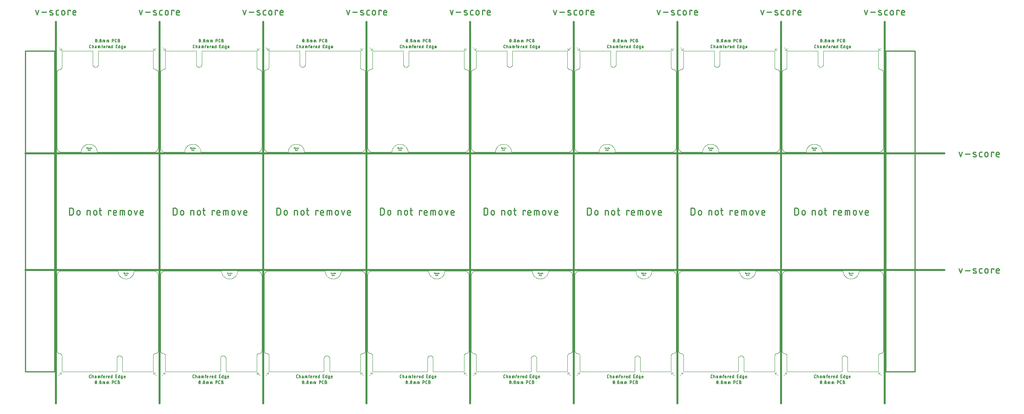
<source format=gko>
G04 EAGLE Gerber RS-274X export*
G75*
%MOMM*%
%FSLAX34Y34*%
%LPD*%
%IN*%
%IPPOS*%
%AMOC8*
5,1,8,0,0,1.08239X$1,22.5*%
G01*
%ADD10C,0.050000*%
%ADD11C,0.050800*%
%ADD12C,0.381000*%
%ADD13C,0.279400*%
%ADD14C,0.254000*%
%ADD15C,0.127000*%
%ADD16C,0.101600*%
%ADD17C,0.025400*%


D10*
X0Y46000D02*
X0Y210000D01*
X10000Y220000D02*
X132500Y220000D01*
X167500Y220000D02*
X210000Y220000D01*
X220000Y210000D02*
X220000Y46000D01*
X220000Y210000D02*
X219991Y210248D01*
X219976Y210495D01*
X219955Y210742D01*
X219928Y210988D01*
X219895Y211233D01*
X219856Y211478D01*
X219812Y211722D01*
X219761Y211964D01*
X219705Y212205D01*
X219642Y212445D01*
X219574Y212683D01*
X219501Y212920D01*
X219421Y213154D01*
X219336Y213387D01*
X219246Y213617D01*
X219149Y213846D01*
X219048Y214072D01*
X218941Y214295D01*
X218828Y214516D01*
X218710Y214734D01*
X218587Y214949D01*
X218459Y215160D01*
X218326Y215369D01*
X218188Y215575D01*
X218045Y215777D01*
X217897Y215976D01*
X217744Y216171D01*
X217586Y216362D01*
X217424Y216549D01*
X217258Y216733D01*
X217087Y216912D01*
X216912Y217087D01*
X216733Y217258D01*
X216549Y217424D01*
X216362Y217586D01*
X216171Y217744D01*
X215976Y217897D01*
X215777Y218045D01*
X215575Y218188D01*
X215369Y218326D01*
X215160Y218459D01*
X214949Y218587D01*
X214734Y218710D01*
X214516Y218828D01*
X214295Y218941D01*
X214072Y219048D01*
X213846Y219149D01*
X213617Y219246D01*
X213387Y219336D01*
X213154Y219421D01*
X212920Y219501D01*
X212683Y219574D01*
X212445Y219642D01*
X212205Y219705D01*
X211964Y219761D01*
X211722Y219812D01*
X211478Y219856D01*
X211233Y219895D01*
X210988Y219928D01*
X210742Y219955D01*
X210495Y219976D01*
X210248Y219991D01*
X210000Y220000D01*
X10000Y220000D02*
X9752Y219991D01*
X9505Y219976D01*
X9258Y219955D01*
X9012Y219928D01*
X8767Y219895D01*
X8522Y219856D01*
X8278Y219812D01*
X8036Y219761D01*
X7795Y219705D01*
X7555Y219642D01*
X7317Y219574D01*
X7080Y219501D01*
X6846Y219421D01*
X6613Y219336D01*
X6383Y219246D01*
X6154Y219149D01*
X5928Y219048D01*
X5705Y218941D01*
X5484Y218828D01*
X5266Y218710D01*
X5051Y218587D01*
X4840Y218459D01*
X4631Y218326D01*
X4425Y218188D01*
X4223Y218045D01*
X4024Y217897D01*
X3829Y217744D01*
X3638Y217586D01*
X3451Y217424D01*
X3267Y217258D01*
X3088Y217087D01*
X2913Y216912D01*
X2742Y216733D01*
X2576Y216549D01*
X2414Y216362D01*
X2256Y216171D01*
X2103Y215976D01*
X1955Y215777D01*
X1812Y215575D01*
X1674Y215369D01*
X1541Y215160D01*
X1413Y214949D01*
X1290Y214734D01*
X1172Y214516D01*
X1059Y214295D01*
X952Y214072D01*
X851Y213846D01*
X754Y213617D01*
X664Y213387D01*
X579Y213154D01*
X499Y212920D01*
X426Y212683D01*
X358Y212445D01*
X295Y212205D01*
X239Y211964D01*
X188Y211722D01*
X144Y211478D01*
X105Y211233D01*
X72Y210988D01*
X45Y210742D01*
X24Y210495D01*
X9Y210248D01*
X0Y210000D01*
X-1Y46000D02*
X6Y45844D01*
X16Y45688D01*
X30Y45533D01*
X48Y45378D01*
X70Y45224D01*
X96Y45070D01*
X126Y44917D01*
X160Y44765D01*
X197Y44614D01*
X238Y44463D01*
X283Y44314D01*
X332Y44166D01*
X385Y44019D01*
X441Y43874D01*
X501Y43730D01*
X564Y43587D01*
X631Y43447D01*
X702Y43308D01*
X776Y43170D01*
X854Y43035D01*
X934Y42902D01*
X1019Y42771D01*
X1106Y42642D01*
X1197Y42515D01*
X1291Y42390D01*
X1388Y42268D01*
X1488Y42149D01*
X1591Y42032D01*
X1697Y41918D01*
X1806Y41806D01*
X1918Y41697D01*
X2032Y41591D01*
X2149Y41488D01*
X2268Y41388D01*
X2390Y41291D01*
X2515Y41197D01*
X2642Y41106D01*
X2771Y41019D01*
X2902Y40934D01*
X3035Y40854D01*
X3170Y40776D01*
X3308Y40702D01*
X3447Y40631D01*
X3587Y40564D01*
X3730Y40501D01*
X3874Y40441D01*
X4019Y40385D01*
X4166Y40332D01*
X4314Y40283D01*
X4463Y40238D01*
X4614Y40197D01*
X4765Y40160D01*
X4917Y40126D01*
X5070Y40096D01*
X5224Y40070D01*
X5378Y40048D01*
X5533Y40030D01*
X5688Y40016D01*
X5844Y40006D01*
X6000Y39999D01*
X214000Y39999D02*
X214156Y40006D01*
X214312Y40016D01*
X214467Y40030D01*
X214622Y40048D01*
X214776Y40070D01*
X214930Y40096D01*
X215083Y40126D01*
X215235Y40160D01*
X215386Y40197D01*
X215537Y40238D01*
X215686Y40283D01*
X215834Y40332D01*
X215981Y40385D01*
X216126Y40441D01*
X216270Y40501D01*
X216413Y40564D01*
X216553Y40631D01*
X216692Y40702D01*
X216830Y40776D01*
X216965Y40854D01*
X217098Y40934D01*
X217229Y41019D01*
X217358Y41106D01*
X217485Y41197D01*
X217610Y41291D01*
X217732Y41388D01*
X217851Y41488D01*
X217968Y41591D01*
X218082Y41697D01*
X218194Y41806D01*
X218303Y41918D01*
X218409Y42032D01*
X218512Y42149D01*
X218612Y42268D01*
X218709Y42390D01*
X218803Y42515D01*
X218894Y42642D01*
X218981Y42771D01*
X219066Y42902D01*
X219146Y43035D01*
X219224Y43170D01*
X219298Y43308D01*
X219369Y43447D01*
X219436Y43587D01*
X219499Y43730D01*
X219559Y43874D01*
X219615Y44019D01*
X219668Y44166D01*
X219717Y44314D01*
X219762Y44463D01*
X219803Y44614D01*
X219840Y44765D01*
X219874Y44917D01*
X219904Y45070D01*
X219930Y45224D01*
X219952Y45378D01*
X219970Y45533D01*
X219984Y45688D01*
X219994Y45844D01*
X220001Y46000D01*
D11*
X209250Y0D02*
X142250Y0D01*
X130250Y0D02*
X10750Y0D01*
X10750Y35000D01*
X209250Y35000D02*
X209250Y0D01*
X209250Y35000D02*
X209254Y35140D01*
X209263Y35280D01*
X209275Y35420D01*
X209291Y35559D01*
X209311Y35698D01*
X209334Y35836D01*
X209362Y35974D01*
X209393Y36110D01*
X209428Y36246D01*
X209467Y36381D01*
X209509Y36515D01*
X209555Y36647D01*
X209605Y36778D01*
X209658Y36908D01*
X209715Y37036D01*
X209775Y37163D01*
X209838Y37288D01*
X209906Y37411D01*
X209976Y37532D01*
X210050Y37651D01*
X210127Y37769D01*
X210207Y37884D01*
X210290Y37996D01*
X210377Y38107D01*
X210466Y38215D01*
X210558Y38320D01*
X210653Y38423D01*
X210751Y38524D01*
X210852Y38621D01*
X210955Y38716D01*
X211061Y38808D01*
X211170Y38897D01*
X211280Y38983D01*
X211393Y39066D01*
X211509Y39146D01*
X211626Y39222D01*
X211746Y39296D01*
X211867Y39366D01*
X211991Y39432D01*
X212116Y39495D01*
X212243Y39555D01*
X212371Y39611D01*
X212501Y39664D01*
X212632Y39713D01*
X212765Y39759D01*
X212899Y39801D01*
X213034Y39839D01*
X213170Y39873D01*
X213306Y39904D01*
X213444Y39931D01*
X213582Y39954D01*
X213721Y39973D01*
X213861Y39989D01*
X214000Y40001D01*
X10750Y35000D02*
X10744Y35142D01*
X10734Y35285D01*
X10720Y35426D01*
X10702Y35568D01*
X10681Y35709D01*
X10655Y35849D01*
X10626Y35988D01*
X10593Y36127D01*
X10556Y36264D01*
X10515Y36401D01*
X10470Y36536D01*
X10422Y36670D01*
X10370Y36803D01*
X10314Y36934D01*
X10255Y37064D01*
X10192Y37192D01*
X10126Y37318D01*
X10056Y37442D01*
X9983Y37564D01*
X9907Y37684D01*
X9827Y37802D01*
X9744Y37918D01*
X9658Y38032D01*
X9569Y38143D01*
X9476Y38251D01*
X9381Y38357D01*
X9283Y38461D01*
X9182Y38561D01*
X9078Y38659D01*
X8972Y38754D01*
X8863Y38846D01*
X8752Y38934D01*
X8638Y39020D01*
X8522Y39103D01*
X8403Y39182D01*
X8283Y39258D01*
X8160Y39331D01*
X8036Y39400D01*
X7909Y39466D01*
X7781Y39528D01*
X7651Y39587D01*
X7520Y39642D01*
X7387Y39693D01*
X7253Y39741D01*
X7117Y39785D01*
X6981Y39825D01*
X6843Y39862D01*
X6704Y39894D01*
X6565Y39923D01*
X6424Y39948D01*
X6284Y39969D01*
X6142Y39986D01*
X6000Y40000D01*
X142250Y29000D02*
X142250Y0D01*
X130250Y0D02*
X130250Y29000D01*
X130252Y29153D01*
X130258Y29306D01*
X130268Y29459D01*
X130281Y29612D01*
X130299Y29764D01*
X130320Y29916D01*
X130346Y30067D01*
X130375Y30217D01*
X130408Y30367D01*
X130445Y30516D01*
X130485Y30664D01*
X130530Y30810D01*
X130578Y30956D01*
X130630Y31100D01*
X130685Y31243D01*
X130744Y31384D01*
X130807Y31524D01*
X130873Y31662D01*
X130943Y31799D01*
X131016Y31933D01*
X131093Y32066D01*
X131173Y32197D01*
X131256Y32325D01*
X131342Y32452D01*
X131432Y32576D01*
X131525Y32698D01*
X131621Y32817D01*
X131720Y32934D01*
X131822Y33049D01*
X131927Y33161D01*
X132035Y33270D01*
X132145Y33376D01*
X132258Y33479D01*
X132374Y33580D01*
X132492Y33677D01*
X132613Y33772D01*
X132736Y33863D01*
X132861Y33951D01*
X132989Y34036D01*
X133118Y34118D01*
X133250Y34196D01*
X133384Y34271D01*
X133519Y34343D01*
X133657Y34411D01*
X133796Y34475D01*
X133936Y34536D01*
X134078Y34593D01*
X134222Y34647D01*
X134367Y34697D01*
X134513Y34743D01*
X134660Y34786D01*
X134808Y34824D01*
X134958Y34859D01*
X135108Y34890D01*
X135258Y34918D01*
X135410Y34941D01*
X135562Y34960D01*
X135714Y34976D01*
X135867Y34988D01*
X136020Y34996D01*
X136173Y35000D01*
X136327Y35000D01*
X136480Y34996D01*
X136633Y34988D01*
X136786Y34976D01*
X136938Y34960D01*
X137090Y34941D01*
X137242Y34918D01*
X137392Y34890D01*
X137542Y34859D01*
X137692Y34824D01*
X137840Y34786D01*
X137987Y34743D01*
X138133Y34697D01*
X138278Y34647D01*
X138422Y34593D01*
X138564Y34536D01*
X138704Y34475D01*
X138843Y34411D01*
X138981Y34343D01*
X139116Y34271D01*
X139250Y34196D01*
X139382Y34118D01*
X139511Y34036D01*
X139639Y33951D01*
X139764Y33863D01*
X139887Y33772D01*
X140008Y33677D01*
X140126Y33580D01*
X140242Y33479D01*
X140355Y33376D01*
X140465Y33270D01*
X140573Y33161D01*
X140678Y33049D01*
X140780Y32934D01*
X140879Y32817D01*
X140975Y32698D01*
X141068Y32576D01*
X141158Y32452D01*
X141244Y32325D01*
X141327Y32197D01*
X141407Y32066D01*
X141484Y31933D01*
X141557Y31799D01*
X141627Y31662D01*
X141693Y31524D01*
X141756Y31384D01*
X141815Y31243D01*
X141870Y31100D01*
X141922Y30956D01*
X141970Y30810D01*
X142015Y30664D01*
X142055Y30516D01*
X142092Y30367D01*
X142125Y30217D01*
X142154Y30067D01*
X142180Y29916D01*
X142201Y29764D01*
X142219Y29612D01*
X142232Y29459D01*
X142242Y29306D01*
X142248Y29153D01*
X142250Y29000D01*
D10*
X214000Y39999D02*
X214156Y40006D01*
X214312Y40016D01*
X214467Y40030D01*
X214622Y40048D01*
X214776Y40070D01*
X214930Y40096D01*
X215083Y40126D01*
X215235Y40160D01*
X215386Y40197D01*
X215537Y40238D01*
X215686Y40283D01*
X215834Y40332D01*
X215981Y40385D01*
X216126Y40441D01*
X216270Y40501D01*
X216413Y40564D01*
X216553Y40631D01*
X216692Y40702D01*
X216830Y40776D01*
X216965Y40854D01*
X217098Y40934D01*
X217229Y41019D01*
X217358Y41106D01*
X217485Y41197D01*
X217610Y41291D01*
X217732Y41388D01*
X217851Y41488D01*
X217968Y41591D01*
X218082Y41697D01*
X218194Y41806D01*
X218303Y41918D01*
X218409Y42032D01*
X218512Y42149D01*
X218612Y42268D01*
X218709Y42390D01*
X218803Y42515D01*
X218894Y42642D01*
X218981Y42771D01*
X219066Y42902D01*
X219146Y43035D01*
X219224Y43170D01*
X219298Y43308D01*
X219369Y43447D01*
X219436Y43587D01*
X219499Y43730D01*
X219559Y43874D01*
X219615Y44019D01*
X219668Y44166D01*
X219717Y44314D01*
X219762Y44463D01*
X219803Y44614D01*
X219840Y44765D01*
X219874Y44917D01*
X219904Y45070D01*
X219930Y45224D01*
X219952Y45378D01*
X219970Y45533D01*
X219984Y45688D01*
X219994Y45844D01*
X220001Y46000D01*
X6000Y39999D02*
X5844Y40006D01*
X5688Y40016D01*
X5533Y40030D01*
X5378Y40048D01*
X5224Y40070D01*
X5070Y40096D01*
X4917Y40126D01*
X4765Y40160D01*
X4614Y40197D01*
X4463Y40238D01*
X4314Y40283D01*
X4166Y40332D01*
X4019Y40385D01*
X3874Y40441D01*
X3730Y40501D01*
X3587Y40564D01*
X3447Y40631D01*
X3308Y40702D01*
X3170Y40776D01*
X3035Y40854D01*
X2902Y40934D01*
X2771Y41019D01*
X2642Y41106D01*
X2515Y41197D01*
X2390Y41291D01*
X2268Y41388D01*
X2149Y41488D01*
X2032Y41591D01*
X1918Y41697D01*
X1806Y41806D01*
X1697Y41918D01*
X1591Y42032D01*
X1488Y42149D01*
X1388Y42268D01*
X1291Y42390D01*
X1197Y42515D01*
X1106Y42642D01*
X1019Y42771D01*
X934Y42902D01*
X854Y43035D01*
X776Y43170D01*
X702Y43308D01*
X631Y43447D01*
X564Y43587D01*
X501Y43730D01*
X441Y43874D01*
X385Y44019D01*
X332Y44166D01*
X283Y44314D01*
X238Y44463D01*
X197Y44614D01*
X160Y44765D01*
X126Y44917D01*
X96Y45070D01*
X70Y45224D01*
X48Y45378D01*
X30Y45533D01*
X16Y45688D01*
X6Y45844D01*
X-1Y46000D01*
X132500Y220000D02*
X132505Y219574D01*
X132521Y219148D01*
X132547Y218723D01*
X132583Y218298D01*
X132630Y217874D01*
X132686Y217452D01*
X132754Y217031D01*
X132831Y216612D01*
X132919Y216195D01*
X133016Y215780D01*
X133124Y215368D01*
X133242Y214958D01*
X133370Y214552D01*
X133507Y214148D01*
X133655Y213748D01*
X133812Y213352D01*
X133978Y212960D01*
X134155Y212572D01*
X134340Y212188D01*
X134535Y211809D01*
X134739Y211435D01*
X134952Y211066D01*
X135174Y210702D01*
X135405Y210344D01*
X135644Y209992D01*
X135892Y209645D01*
X136149Y209304D01*
X136413Y208970D01*
X136686Y208643D01*
X136966Y208322D01*
X137255Y208008D01*
X137551Y207701D01*
X137854Y207402D01*
X138164Y207110D01*
X138481Y206825D01*
X138806Y206549D01*
X139137Y206280D01*
X139474Y206020D01*
X139817Y205767D01*
X140167Y205524D01*
X140522Y205289D01*
X140884Y205062D01*
X141250Y204845D01*
X141622Y204636D01*
X141998Y204437D01*
X142380Y204246D01*
X142765Y204065D01*
X143156Y203894D01*
X143550Y203732D01*
X143948Y203580D01*
X144350Y203437D01*
X144755Y203305D01*
X145163Y203182D01*
X145574Y203069D01*
X145987Y202966D01*
X146403Y202874D01*
X146821Y202791D01*
X147241Y202719D01*
X147663Y202657D01*
X148086Y202605D01*
X148510Y202564D01*
X148935Y202532D01*
X149361Y202512D01*
X149787Y202501D01*
X150213Y202501D01*
X150639Y202512D01*
X151065Y202532D01*
X151490Y202564D01*
X151914Y202605D01*
X152337Y202657D01*
X152759Y202719D01*
X153179Y202791D01*
X153597Y202874D01*
X154013Y202966D01*
X154426Y203069D01*
X154837Y203182D01*
X155245Y203305D01*
X155650Y203437D01*
X156052Y203580D01*
X156450Y203732D01*
X156844Y203894D01*
X157235Y204065D01*
X157620Y204246D01*
X158002Y204437D01*
X158378Y204636D01*
X158750Y204845D01*
X159116Y205062D01*
X159478Y205289D01*
X159833Y205524D01*
X160183Y205767D01*
X160526Y206020D01*
X160863Y206280D01*
X161194Y206549D01*
X161519Y206825D01*
X161836Y207110D01*
X162146Y207402D01*
X162449Y207701D01*
X162745Y208008D01*
X163034Y208322D01*
X163314Y208643D01*
X163587Y208970D01*
X163851Y209304D01*
X164108Y209645D01*
X164356Y209992D01*
X164595Y210344D01*
X164826Y210702D01*
X165048Y211066D01*
X165261Y211435D01*
X165465Y211809D01*
X165660Y212188D01*
X165845Y212572D01*
X166022Y212960D01*
X166188Y213352D01*
X166345Y213748D01*
X166493Y214148D01*
X166630Y214552D01*
X166758Y214958D01*
X166876Y215368D01*
X166984Y215780D01*
X167081Y216195D01*
X167169Y216612D01*
X167246Y217031D01*
X167314Y217452D01*
X167370Y217874D01*
X167417Y218298D01*
X167453Y218723D01*
X167479Y219148D01*
X167495Y219574D01*
X167500Y220000D01*
X225069Y210000D02*
X225069Y46000D01*
X235069Y220000D02*
X357569Y220000D01*
X392569Y220000D02*
X435069Y220000D01*
X445069Y210000D02*
X445069Y46000D01*
X445069Y210000D02*
X445060Y210248D01*
X445045Y210495D01*
X445024Y210742D01*
X444997Y210988D01*
X444964Y211233D01*
X444925Y211478D01*
X444881Y211722D01*
X444830Y211964D01*
X444774Y212205D01*
X444711Y212445D01*
X444643Y212683D01*
X444570Y212920D01*
X444490Y213154D01*
X444405Y213387D01*
X444315Y213617D01*
X444218Y213846D01*
X444117Y214072D01*
X444010Y214295D01*
X443897Y214516D01*
X443779Y214734D01*
X443656Y214949D01*
X443528Y215160D01*
X443395Y215369D01*
X443257Y215575D01*
X443114Y215777D01*
X442966Y215976D01*
X442813Y216171D01*
X442655Y216362D01*
X442493Y216549D01*
X442327Y216733D01*
X442156Y216912D01*
X441981Y217087D01*
X441802Y217258D01*
X441618Y217424D01*
X441431Y217586D01*
X441240Y217744D01*
X441045Y217897D01*
X440846Y218045D01*
X440644Y218188D01*
X440438Y218326D01*
X440229Y218459D01*
X440018Y218587D01*
X439803Y218710D01*
X439585Y218828D01*
X439364Y218941D01*
X439141Y219048D01*
X438915Y219149D01*
X438686Y219246D01*
X438456Y219336D01*
X438223Y219421D01*
X437989Y219501D01*
X437752Y219574D01*
X437514Y219642D01*
X437274Y219705D01*
X437033Y219761D01*
X436791Y219812D01*
X436547Y219856D01*
X436302Y219895D01*
X436057Y219928D01*
X435811Y219955D01*
X435564Y219976D01*
X435317Y219991D01*
X435069Y220000D01*
X235069Y220000D02*
X234821Y219991D01*
X234574Y219976D01*
X234327Y219955D01*
X234081Y219928D01*
X233836Y219895D01*
X233591Y219856D01*
X233347Y219812D01*
X233105Y219761D01*
X232864Y219705D01*
X232624Y219642D01*
X232386Y219574D01*
X232149Y219501D01*
X231915Y219421D01*
X231682Y219336D01*
X231452Y219246D01*
X231223Y219149D01*
X230997Y219048D01*
X230774Y218941D01*
X230553Y218828D01*
X230335Y218710D01*
X230120Y218587D01*
X229909Y218459D01*
X229700Y218326D01*
X229494Y218188D01*
X229292Y218045D01*
X229093Y217897D01*
X228898Y217744D01*
X228707Y217586D01*
X228520Y217424D01*
X228336Y217258D01*
X228157Y217087D01*
X227982Y216912D01*
X227811Y216733D01*
X227645Y216549D01*
X227483Y216362D01*
X227325Y216171D01*
X227172Y215976D01*
X227024Y215777D01*
X226881Y215575D01*
X226743Y215369D01*
X226610Y215160D01*
X226482Y214949D01*
X226359Y214734D01*
X226241Y214516D01*
X226128Y214295D01*
X226021Y214072D01*
X225920Y213846D01*
X225823Y213617D01*
X225733Y213387D01*
X225648Y213154D01*
X225568Y212920D01*
X225495Y212683D01*
X225427Y212445D01*
X225364Y212205D01*
X225308Y211964D01*
X225257Y211722D01*
X225213Y211478D01*
X225174Y211233D01*
X225141Y210988D01*
X225114Y210742D01*
X225093Y210495D01*
X225078Y210248D01*
X225069Y210000D01*
X225069Y46000D02*
X225076Y45844D01*
X225086Y45688D01*
X225100Y45533D01*
X225118Y45378D01*
X225140Y45224D01*
X225166Y45070D01*
X225196Y44917D01*
X225230Y44765D01*
X225267Y44614D01*
X225308Y44463D01*
X225353Y44314D01*
X225402Y44166D01*
X225455Y44019D01*
X225511Y43874D01*
X225571Y43730D01*
X225634Y43587D01*
X225701Y43447D01*
X225772Y43308D01*
X225846Y43170D01*
X225924Y43035D01*
X226004Y42902D01*
X226089Y42771D01*
X226176Y42642D01*
X226267Y42515D01*
X226361Y42390D01*
X226458Y42268D01*
X226558Y42149D01*
X226661Y42032D01*
X226767Y41918D01*
X226876Y41806D01*
X226988Y41697D01*
X227102Y41591D01*
X227219Y41488D01*
X227338Y41388D01*
X227460Y41291D01*
X227585Y41197D01*
X227712Y41106D01*
X227841Y41019D01*
X227972Y40934D01*
X228105Y40854D01*
X228240Y40776D01*
X228378Y40702D01*
X228517Y40631D01*
X228657Y40564D01*
X228800Y40501D01*
X228944Y40441D01*
X229089Y40385D01*
X229236Y40332D01*
X229384Y40283D01*
X229533Y40238D01*
X229684Y40197D01*
X229835Y40160D01*
X229987Y40126D01*
X230140Y40096D01*
X230294Y40070D01*
X230448Y40048D01*
X230603Y40030D01*
X230758Y40016D01*
X230914Y40006D01*
X231070Y39999D01*
X439069Y39999D02*
X439225Y40006D01*
X439381Y40016D01*
X439536Y40030D01*
X439691Y40048D01*
X439845Y40070D01*
X439999Y40096D01*
X440152Y40126D01*
X440304Y40160D01*
X440455Y40197D01*
X440606Y40238D01*
X440755Y40283D01*
X440903Y40332D01*
X441050Y40385D01*
X441195Y40441D01*
X441339Y40501D01*
X441482Y40564D01*
X441622Y40631D01*
X441761Y40702D01*
X441899Y40776D01*
X442034Y40854D01*
X442167Y40934D01*
X442298Y41019D01*
X442427Y41106D01*
X442554Y41197D01*
X442679Y41291D01*
X442801Y41388D01*
X442920Y41488D01*
X443037Y41591D01*
X443151Y41697D01*
X443263Y41806D01*
X443372Y41918D01*
X443478Y42032D01*
X443581Y42149D01*
X443681Y42268D01*
X443778Y42390D01*
X443872Y42515D01*
X443963Y42642D01*
X444050Y42771D01*
X444135Y42902D01*
X444215Y43035D01*
X444293Y43170D01*
X444367Y43308D01*
X444438Y43447D01*
X444505Y43587D01*
X444568Y43730D01*
X444628Y43874D01*
X444684Y44019D01*
X444737Y44166D01*
X444786Y44314D01*
X444831Y44463D01*
X444872Y44614D01*
X444909Y44765D01*
X444943Y44917D01*
X444973Y45070D01*
X444999Y45224D01*
X445021Y45378D01*
X445039Y45533D01*
X445053Y45688D01*
X445063Y45844D01*
X445070Y46000D01*
D11*
X434319Y0D02*
X367319Y0D01*
X355319Y0D02*
X235819Y0D01*
X235819Y35000D01*
X434319Y35000D02*
X434319Y0D01*
X434319Y35000D02*
X434323Y35140D01*
X434332Y35280D01*
X434344Y35420D01*
X434360Y35559D01*
X434380Y35698D01*
X434403Y35836D01*
X434431Y35974D01*
X434462Y36110D01*
X434497Y36246D01*
X434536Y36381D01*
X434578Y36515D01*
X434624Y36647D01*
X434674Y36778D01*
X434727Y36908D01*
X434784Y37036D01*
X434844Y37163D01*
X434907Y37288D01*
X434975Y37411D01*
X435045Y37532D01*
X435119Y37651D01*
X435196Y37769D01*
X435276Y37884D01*
X435359Y37996D01*
X435446Y38107D01*
X435535Y38215D01*
X435627Y38320D01*
X435722Y38423D01*
X435820Y38524D01*
X435921Y38621D01*
X436024Y38716D01*
X436130Y38808D01*
X436239Y38897D01*
X436349Y38983D01*
X436462Y39066D01*
X436578Y39146D01*
X436695Y39222D01*
X436815Y39296D01*
X436936Y39366D01*
X437060Y39432D01*
X437185Y39495D01*
X437312Y39555D01*
X437440Y39611D01*
X437570Y39664D01*
X437701Y39713D01*
X437834Y39759D01*
X437968Y39801D01*
X438103Y39839D01*
X438239Y39873D01*
X438375Y39904D01*
X438513Y39931D01*
X438651Y39954D01*
X438790Y39973D01*
X438930Y39989D01*
X439069Y40001D01*
X235819Y35000D02*
X235813Y35142D01*
X235803Y35285D01*
X235789Y35426D01*
X235771Y35568D01*
X235750Y35709D01*
X235724Y35849D01*
X235695Y35988D01*
X235662Y36127D01*
X235625Y36264D01*
X235584Y36401D01*
X235539Y36536D01*
X235491Y36670D01*
X235439Y36803D01*
X235383Y36934D01*
X235324Y37064D01*
X235261Y37192D01*
X235195Y37318D01*
X235125Y37442D01*
X235052Y37564D01*
X234976Y37684D01*
X234896Y37802D01*
X234813Y37918D01*
X234727Y38032D01*
X234638Y38143D01*
X234545Y38251D01*
X234450Y38357D01*
X234352Y38461D01*
X234251Y38561D01*
X234147Y38659D01*
X234041Y38754D01*
X233932Y38846D01*
X233821Y38934D01*
X233707Y39020D01*
X233591Y39103D01*
X233472Y39182D01*
X233352Y39258D01*
X233229Y39331D01*
X233105Y39400D01*
X232978Y39466D01*
X232850Y39528D01*
X232720Y39587D01*
X232589Y39642D01*
X232456Y39693D01*
X232322Y39741D01*
X232186Y39785D01*
X232050Y39825D01*
X231912Y39862D01*
X231773Y39894D01*
X231634Y39923D01*
X231493Y39948D01*
X231353Y39969D01*
X231211Y39986D01*
X231069Y40000D01*
X367319Y29000D02*
X367319Y0D01*
X355319Y0D02*
X355319Y29000D01*
X355321Y29153D01*
X355327Y29306D01*
X355337Y29459D01*
X355350Y29612D01*
X355368Y29764D01*
X355389Y29916D01*
X355415Y30067D01*
X355444Y30217D01*
X355477Y30367D01*
X355514Y30516D01*
X355554Y30664D01*
X355599Y30810D01*
X355647Y30956D01*
X355699Y31100D01*
X355754Y31243D01*
X355813Y31384D01*
X355876Y31524D01*
X355942Y31662D01*
X356012Y31799D01*
X356085Y31933D01*
X356162Y32066D01*
X356242Y32197D01*
X356325Y32325D01*
X356411Y32452D01*
X356501Y32576D01*
X356594Y32698D01*
X356690Y32817D01*
X356789Y32934D01*
X356891Y33049D01*
X356996Y33161D01*
X357104Y33270D01*
X357214Y33376D01*
X357327Y33479D01*
X357443Y33580D01*
X357561Y33677D01*
X357682Y33772D01*
X357805Y33863D01*
X357930Y33951D01*
X358058Y34036D01*
X358187Y34118D01*
X358319Y34196D01*
X358453Y34271D01*
X358588Y34343D01*
X358726Y34411D01*
X358865Y34475D01*
X359005Y34536D01*
X359147Y34593D01*
X359291Y34647D01*
X359436Y34697D01*
X359582Y34743D01*
X359729Y34786D01*
X359877Y34824D01*
X360027Y34859D01*
X360177Y34890D01*
X360327Y34918D01*
X360479Y34941D01*
X360631Y34960D01*
X360783Y34976D01*
X360936Y34988D01*
X361089Y34996D01*
X361242Y35000D01*
X361396Y35000D01*
X361549Y34996D01*
X361702Y34988D01*
X361855Y34976D01*
X362007Y34960D01*
X362159Y34941D01*
X362311Y34918D01*
X362461Y34890D01*
X362611Y34859D01*
X362761Y34824D01*
X362909Y34786D01*
X363056Y34743D01*
X363202Y34697D01*
X363347Y34647D01*
X363491Y34593D01*
X363633Y34536D01*
X363773Y34475D01*
X363912Y34411D01*
X364050Y34343D01*
X364185Y34271D01*
X364319Y34196D01*
X364451Y34118D01*
X364580Y34036D01*
X364708Y33951D01*
X364833Y33863D01*
X364956Y33772D01*
X365077Y33677D01*
X365195Y33580D01*
X365311Y33479D01*
X365424Y33376D01*
X365534Y33270D01*
X365642Y33161D01*
X365747Y33049D01*
X365849Y32934D01*
X365948Y32817D01*
X366044Y32698D01*
X366137Y32576D01*
X366227Y32452D01*
X366313Y32325D01*
X366396Y32197D01*
X366476Y32066D01*
X366553Y31933D01*
X366626Y31799D01*
X366696Y31662D01*
X366762Y31524D01*
X366825Y31384D01*
X366884Y31243D01*
X366939Y31100D01*
X366991Y30956D01*
X367039Y30810D01*
X367084Y30664D01*
X367124Y30516D01*
X367161Y30367D01*
X367194Y30217D01*
X367223Y30067D01*
X367249Y29916D01*
X367270Y29764D01*
X367288Y29612D01*
X367301Y29459D01*
X367311Y29306D01*
X367317Y29153D01*
X367319Y29000D01*
D10*
X439069Y39999D02*
X439225Y40006D01*
X439381Y40016D01*
X439536Y40030D01*
X439691Y40048D01*
X439845Y40070D01*
X439999Y40096D01*
X440152Y40126D01*
X440304Y40160D01*
X440455Y40197D01*
X440606Y40238D01*
X440755Y40283D01*
X440903Y40332D01*
X441050Y40385D01*
X441195Y40441D01*
X441339Y40501D01*
X441482Y40564D01*
X441622Y40631D01*
X441761Y40702D01*
X441899Y40776D01*
X442034Y40854D01*
X442167Y40934D01*
X442298Y41019D01*
X442427Y41106D01*
X442554Y41197D01*
X442679Y41291D01*
X442801Y41388D01*
X442920Y41488D01*
X443037Y41591D01*
X443151Y41697D01*
X443263Y41806D01*
X443372Y41918D01*
X443478Y42032D01*
X443581Y42149D01*
X443681Y42268D01*
X443778Y42390D01*
X443872Y42515D01*
X443963Y42642D01*
X444050Y42771D01*
X444135Y42902D01*
X444215Y43035D01*
X444293Y43170D01*
X444367Y43308D01*
X444438Y43447D01*
X444505Y43587D01*
X444568Y43730D01*
X444628Y43874D01*
X444684Y44019D01*
X444737Y44166D01*
X444786Y44314D01*
X444831Y44463D01*
X444872Y44614D01*
X444909Y44765D01*
X444943Y44917D01*
X444973Y45070D01*
X444999Y45224D01*
X445021Y45378D01*
X445039Y45533D01*
X445053Y45688D01*
X445063Y45844D01*
X445070Y46000D01*
X231070Y39999D02*
X230914Y40006D01*
X230758Y40016D01*
X230603Y40030D01*
X230448Y40048D01*
X230294Y40070D01*
X230140Y40096D01*
X229987Y40126D01*
X229835Y40160D01*
X229684Y40197D01*
X229533Y40238D01*
X229384Y40283D01*
X229236Y40332D01*
X229089Y40385D01*
X228944Y40441D01*
X228800Y40501D01*
X228657Y40564D01*
X228517Y40631D01*
X228378Y40702D01*
X228240Y40776D01*
X228105Y40854D01*
X227972Y40934D01*
X227841Y41019D01*
X227712Y41106D01*
X227585Y41197D01*
X227460Y41291D01*
X227338Y41388D01*
X227219Y41488D01*
X227102Y41591D01*
X226988Y41697D01*
X226876Y41806D01*
X226767Y41918D01*
X226661Y42032D01*
X226558Y42149D01*
X226458Y42268D01*
X226361Y42390D01*
X226267Y42515D01*
X226176Y42642D01*
X226089Y42771D01*
X226004Y42902D01*
X225924Y43035D01*
X225846Y43170D01*
X225772Y43308D01*
X225701Y43447D01*
X225634Y43587D01*
X225571Y43730D01*
X225511Y43874D01*
X225455Y44019D01*
X225402Y44166D01*
X225353Y44314D01*
X225308Y44463D01*
X225267Y44614D01*
X225230Y44765D01*
X225196Y44917D01*
X225166Y45070D01*
X225140Y45224D01*
X225118Y45378D01*
X225100Y45533D01*
X225086Y45688D01*
X225076Y45844D01*
X225069Y46000D01*
X357569Y220000D02*
X357574Y219574D01*
X357590Y219148D01*
X357616Y218723D01*
X357652Y218298D01*
X357699Y217874D01*
X357755Y217452D01*
X357823Y217031D01*
X357900Y216612D01*
X357988Y216195D01*
X358085Y215780D01*
X358193Y215368D01*
X358311Y214958D01*
X358439Y214552D01*
X358576Y214148D01*
X358724Y213748D01*
X358881Y213352D01*
X359047Y212960D01*
X359224Y212572D01*
X359409Y212188D01*
X359604Y211809D01*
X359808Y211435D01*
X360021Y211066D01*
X360243Y210702D01*
X360474Y210344D01*
X360713Y209992D01*
X360961Y209645D01*
X361218Y209304D01*
X361482Y208970D01*
X361755Y208643D01*
X362035Y208322D01*
X362324Y208008D01*
X362620Y207701D01*
X362923Y207402D01*
X363233Y207110D01*
X363550Y206825D01*
X363875Y206549D01*
X364206Y206280D01*
X364543Y206020D01*
X364886Y205767D01*
X365236Y205524D01*
X365591Y205289D01*
X365953Y205062D01*
X366319Y204845D01*
X366691Y204636D01*
X367067Y204437D01*
X367449Y204246D01*
X367834Y204065D01*
X368225Y203894D01*
X368619Y203732D01*
X369017Y203580D01*
X369419Y203437D01*
X369824Y203305D01*
X370232Y203182D01*
X370643Y203069D01*
X371056Y202966D01*
X371472Y202874D01*
X371890Y202791D01*
X372310Y202719D01*
X372732Y202657D01*
X373155Y202605D01*
X373579Y202564D01*
X374004Y202532D01*
X374430Y202512D01*
X374856Y202501D01*
X375282Y202501D01*
X375708Y202512D01*
X376134Y202532D01*
X376559Y202564D01*
X376983Y202605D01*
X377406Y202657D01*
X377828Y202719D01*
X378248Y202791D01*
X378666Y202874D01*
X379082Y202966D01*
X379495Y203069D01*
X379906Y203182D01*
X380314Y203305D01*
X380719Y203437D01*
X381121Y203580D01*
X381519Y203732D01*
X381913Y203894D01*
X382304Y204065D01*
X382689Y204246D01*
X383071Y204437D01*
X383447Y204636D01*
X383819Y204845D01*
X384185Y205062D01*
X384547Y205289D01*
X384902Y205524D01*
X385252Y205767D01*
X385595Y206020D01*
X385932Y206280D01*
X386263Y206549D01*
X386588Y206825D01*
X386905Y207110D01*
X387215Y207402D01*
X387518Y207701D01*
X387814Y208008D01*
X388103Y208322D01*
X388383Y208643D01*
X388656Y208970D01*
X388920Y209304D01*
X389177Y209645D01*
X389425Y209992D01*
X389664Y210344D01*
X389895Y210702D01*
X390117Y211066D01*
X390330Y211435D01*
X390534Y211809D01*
X390729Y212188D01*
X390914Y212572D01*
X391091Y212960D01*
X391257Y213352D01*
X391414Y213748D01*
X391562Y214148D01*
X391699Y214552D01*
X391827Y214958D01*
X391945Y215368D01*
X392053Y215780D01*
X392150Y216195D01*
X392238Y216612D01*
X392315Y217031D01*
X392383Y217452D01*
X392439Y217874D01*
X392486Y218298D01*
X392522Y218723D01*
X392548Y219148D01*
X392564Y219574D01*
X392569Y220000D01*
X450164Y210000D02*
X450164Y46000D01*
X460164Y220000D02*
X582664Y220000D01*
X617664Y220000D02*
X660164Y220000D01*
X670164Y210000D02*
X670164Y46000D01*
X670164Y210000D02*
X670155Y210248D01*
X670140Y210495D01*
X670119Y210742D01*
X670092Y210988D01*
X670059Y211233D01*
X670020Y211478D01*
X669976Y211722D01*
X669925Y211964D01*
X669869Y212205D01*
X669806Y212445D01*
X669738Y212683D01*
X669665Y212920D01*
X669585Y213154D01*
X669500Y213387D01*
X669410Y213617D01*
X669313Y213846D01*
X669212Y214072D01*
X669105Y214295D01*
X668992Y214516D01*
X668874Y214734D01*
X668751Y214949D01*
X668623Y215160D01*
X668490Y215369D01*
X668352Y215575D01*
X668209Y215777D01*
X668061Y215976D01*
X667908Y216171D01*
X667750Y216362D01*
X667588Y216549D01*
X667422Y216733D01*
X667251Y216912D01*
X667076Y217087D01*
X666897Y217258D01*
X666713Y217424D01*
X666526Y217586D01*
X666335Y217744D01*
X666140Y217897D01*
X665941Y218045D01*
X665739Y218188D01*
X665533Y218326D01*
X665324Y218459D01*
X665113Y218587D01*
X664898Y218710D01*
X664680Y218828D01*
X664459Y218941D01*
X664236Y219048D01*
X664010Y219149D01*
X663781Y219246D01*
X663551Y219336D01*
X663318Y219421D01*
X663084Y219501D01*
X662847Y219574D01*
X662609Y219642D01*
X662369Y219705D01*
X662128Y219761D01*
X661886Y219812D01*
X661642Y219856D01*
X661397Y219895D01*
X661152Y219928D01*
X660906Y219955D01*
X660659Y219976D01*
X660412Y219991D01*
X660164Y220000D01*
X460164Y220000D02*
X459916Y219991D01*
X459669Y219976D01*
X459422Y219955D01*
X459176Y219928D01*
X458931Y219895D01*
X458686Y219856D01*
X458442Y219812D01*
X458200Y219761D01*
X457959Y219705D01*
X457719Y219642D01*
X457481Y219574D01*
X457244Y219501D01*
X457010Y219421D01*
X456777Y219336D01*
X456547Y219246D01*
X456318Y219149D01*
X456092Y219048D01*
X455869Y218941D01*
X455648Y218828D01*
X455430Y218710D01*
X455215Y218587D01*
X455004Y218459D01*
X454795Y218326D01*
X454589Y218188D01*
X454387Y218045D01*
X454188Y217897D01*
X453993Y217744D01*
X453802Y217586D01*
X453615Y217424D01*
X453431Y217258D01*
X453252Y217087D01*
X453077Y216912D01*
X452906Y216733D01*
X452740Y216549D01*
X452578Y216362D01*
X452420Y216171D01*
X452267Y215976D01*
X452119Y215777D01*
X451976Y215575D01*
X451838Y215369D01*
X451705Y215160D01*
X451577Y214949D01*
X451454Y214734D01*
X451336Y214516D01*
X451223Y214295D01*
X451116Y214072D01*
X451015Y213846D01*
X450918Y213617D01*
X450828Y213387D01*
X450743Y213154D01*
X450663Y212920D01*
X450590Y212683D01*
X450522Y212445D01*
X450459Y212205D01*
X450403Y211964D01*
X450352Y211722D01*
X450308Y211478D01*
X450269Y211233D01*
X450236Y210988D01*
X450209Y210742D01*
X450188Y210495D01*
X450173Y210248D01*
X450164Y210000D01*
X450163Y46000D02*
X450170Y45844D01*
X450180Y45688D01*
X450194Y45533D01*
X450212Y45378D01*
X450234Y45224D01*
X450260Y45070D01*
X450290Y44917D01*
X450324Y44765D01*
X450361Y44614D01*
X450402Y44463D01*
X450447Y44314D01*
X450496Y44166D01*
X450549Y44019D01*
X450605Y43874D01*
X450665Y43730D01*
X450728Y43587D01*
X450795Y43447D01*
X450866Y43308D01*
X450940Y43170D01*
X451018Y43035D01*
X451098Y42902D01*
X451183Y42771D01*
X451270Y42642D01*
X451361Y42515D01*
X451455Y42390D01*
X451552Y42268D01*
X451652Y42149D01*
X451755Y42032D01*
X451861Y41918D01*
X451970Y41806D01*
X452082Y41697D01*
X452196Y41591D01*
X452313Y41488D01*
X452432Y41388D01*
X452554Y41291D01*
X452679Y41197D01*
X452806Y41106D01*
X452935Y41019D01*
X453066Y40934D01*
X453199Y40854D01*
X453334Y40776D01*
X453472Y40702D01*
X453611Y40631D01*
X453751Y40564D01*
X453894Y40501D01*
X454038Y40441D01*
X454183Y40385D01*
X454330Y40332D01*
X454478Y40283D01*
X454627Y40238D01*
X454778Y40197D01*
X454929Y40160D01*
X455081Y40126D01*
X455234Y40096D01*
X455388Y40070D01*
X455542Y40048D01*
X455697Y40030D01*
X455852Y40016D01*
X456008Y40006D01*
X456164Y39999D01*
X664164Y39999D02*
X664320Y40006D01*
X664476Y40016D01*
X664631Y40030D01*
X664786Y40048D01*
X664940Y40070D01*
X665094Y40096D01*
X665247Y40126D01*
X665399Y40160D01*
X665550Y40197D01*
X665701Y40238D01*
X665850Y40283D01*
X665998Y40332D01*
X666145Y40385D01*
X666290Y40441D01*
X666434Y40501D01*
X666577Y40564D01*
X666717Y40631D01*
X666856Y40702D01*
X666994Y40776D01*
X667129Y40854D01*
X667262Y40934D01*
X667393Y41019D01*
X667522Y41106D01*
X667649Y41197D01*
X667774Y41291D01*
X667896Y41388D01*
X668015Y41488D01*
X668132Y41591D01*
X668246Y41697D01*
X668358Y41806D01*
X668467Y41918D01*
X668573Y42032D01*
X668676Y42149D01*
X668776Y42268D01*
X668873Y42390D01*
X668967Y42515D01*
X669058Y42642D01*
X669145Y42771D01*
X669230Y42902D01*
X669310Y43035D01*
X669388Y43170D01*
X669462Y43308D01*
X669533Y43447D01*
X669600Y43587D01*
X669663Y43730D01*
X669723Y43874D01*
X669779Y44019D01*
X669832Y44166D01*
X669881Y44314D01*
X669926Y44463D01*
X669967Y44614D01*
X670004Y44765D01*
X670038Y44917D01*
X670068Y45070D01*
X670094Y45224D01*
X670116Y45378D01*
X670134Y45533D01*
X670148Y45688D01*
X670158Y45844D01*
X670165Y46000D01*
D11*
X659414Y0D02*
X592414Y0D01*
X580414Y0D02*
X460914Y0D01*
X460914Y35000D01*
X659414Y35000D02*
X659414Y0D01*
X659414Y35000D02*
X659418Y35140D01*
X659427Y35280D01*
X659439Y35420D01*
X659455Y35559D01*
X659475Y35698D01*
X659498Y35836D01*
X659526Y35974D01*
X659557Y36110D01*
X659592Y36246D01*
X659631Y36381D01*
X659673Y36515D01*
X659719Y36647D01*
X659769Y36778D01*
X659822Y36908D01*
X659879Y37036D01*
X659939Y37163D01*
X660002Y37288D01*
X660070Y37411D01*
X660140Y37532D01*
X660214Y37651D01*
X660291Y37769D01*
X660371Y37884D01*
X660454Y37996D01*
X660541Y38107D01*
X660630Y38215D01*
X660722Y38320D01*
X660817Y38423D01*
X660915Y38524D01*
X661016Y38621D01*
X661119Y38716D01*
X661225Y38808D01*
X661334Y38897D01*
X661444Y38983D01*
X661557Y39066D01*
X661673Y39146D01*
X661790Y39222D01*
X661910Y39296D01*
X662031Y39366D01*
X662155Y39432D01*
X662280Y39495D01*
X662407Y39555D01*
X662535Y39611D01*
X662665Y39664D01*
X662796Y39713D01*
X662929Y39759D01*
X663063Y39801D01*
X663198Y39839D01*
X663334Y39873D01*
X663470Y39904D01*
X663608Y39931D01*
X663746Y39954D01*
X663885Y39973D01*
X664025Y39989D01*
X664164Y40001D01*
X460914Y35000D02*
X460908Y35142D01*
X460898Y35285D01*
X460884Y35426D01*
X460866Y35568D01*
X460845Y35709D01*
X460819Y35849D01*
X460790Y35988D01*
X460757Y36127D01*
X460720Y36264D01*
X460679Y36401D01*
X460634Y36536D01*
X460586Y36670D01*
X460534Y36803D01*
X460478Y36934D01*
X460419Y37064D01*
X460356Y37192D01*
X460290Y37318D01*
X460220Y37442D01*
X460147Y37564D01*
X460071Y37684D01*
X459991Y37802D01*
X459908Y37918D01*
X459822Y38032D01*
X459733Y38143D01*
X459640Y38251D01*
X459545Y38357D01*
X459447Y38461D01*
X459346Y38561D01*
X459242Y38659D01*
X459136Y38754D01*
X459027Y38846D01*
X458916Y38934D01*
X458802Y39020D01*
X458686Y39103D01*
X458567Y39182D01*
X458447Y39258D01*
X458324Y39331D01*
X458200Y39400D01*
X458073Y39466D01*
X457945Y39528D01*
X457815Y39587D01*
X457684Y39642D01*
X457551Y39693D01*
X457417Y39741D01*
X457281Y39785D01*
X457145Y39825D01*
X457007Y39862D01*
X456868Y39894D01*
X456729Y39923D01*
X456588Y39948D01*
X456448Y39969D01*
X456306Y39986D01*
X456164Y40000D01*
X592414Y29000D02*
X592414Y0D01*
X580414Y0D02*
X580414Y29000D01*
X580416Y29153D01*
X580422Y29306D01*
X580432Y29459D01*
X580445Y29612D01*
X580463Y29764D01*
X580484Y29916D01*
X580510Y30067D01*
X580539Y30217D01*
X580572Y30367D01*
X580609Y30516D01*
X580649Y30664D01*
X580694Y30810D01*
X580742Y30956D01*
X580794Y31100D01*
X580849Y31243D01*
X580908Y31384D01*
X580971Y31524D01*
X581037Y31662D01*
X581107Y31799D01*
X581180Y31933D01*
X581257Y32066D01*
X581337Y32197D01*
X581420Y32325D01*
X581506Y32452D01*
X581596Y32576D01*
X581689Y32698D01*
X581785Y32817D01*
X581884Y32934D01*
X581986Y33049D01*
X582091Y33161D01*
X582199Y33270D01*
X582309Y33376D01*
X582422Y33479D01*
X582538Y33580D01*
X582656Y33677D01*
X582777Y33772D01*
X582900Y33863D01*
X583025Y33951D01*
X583153Y34036D01*
X583282Y34118D01*
X583414Y34196D01*
X583548Y34271D01*
X583683Y34343D01*
X583821Y34411D01*
X583960Y34475D01*
X584100Y34536D01*
X584242Y34593D01*
X584386Y34647D01*
X584531Y34697D01*
X584677Y34743D01*
X584824Y34786D01*
X584972Y34824D01*
X585122Y34859D01*
X585272Y34890D01*
X585422Y34918D01*
X585574Y34941D01*
X585726Y34960D01*
X585878Y34976D01*
X586031Y34988D01*
X586184Y34996D01*
X586337Y35000D01*
X586491Y35000D01*
X586644Y34996D01*
X586797Y34988D01*
X586950Y34976D01*
X587102Y34960D01*
X587254Y34941D01*
X587406Y34918D01*
X587556Y34890D01*
X587706Y34859D01*
X587856Y34824D01*
X588004Y34786D01*
X588151Y34743D01*
X588297Y34697D01*
X588442Y34647D01*
X588586Y34593D01*
X588728Y34536D01*
X588868Y34475D01*
X589007Y34411D01*
X589145Y34343D01*
X589280Y34271D01*
X589414Y34196D01*
X589546Y34118D01*
X589675Y34036D01*
X589803Y33951D01*
X589928Y33863D01*
X590051Y33772D01*
X590172Y33677D01*
X590290Y33580D01*
X590406Y33479D01*
X590519Y33376D01*
X590629Y33270D01*
X590737Y33161D01*
X590842Y33049D01*
X590944Y32934D01*
X591043Y32817D01*
X591139Y32698D01*
X591232Y32576D01*
X591322Y32452D01*
X591408Y32325D01*
X591491Y32197D01*
X591571Y32066D01*
X591648Y31933D01*
X591721Y31799D01*
X591791Y31662D01*
X591857Y31524D01*
X591920Y31384D01*
X591979Y31243D01*
X592034Y31100D01*
X592086Y30956D01*
X592134Y30810D01*
X592179Y30664D01*
X592219Y30516D01*
X592256Y30367D01*
X592289Y30217D01*
X592318Y30067D01*
X592344Y29916D01*
X592365Y29764D01*
X592383Y29612D01*
X592396Y29459D01*
X592406Y29306D01*
X592412Y29153D01*
X592414Y29000D01*
D10*
X664164Y39999D02*
X664320Y40006D01*
X664476Y40016D01*
X664631Y40030D01*
X664786Y40048D01*
X664940Y40070D01*
X665094Y40096D01*
X665247Y40126D01*
X665399Y40160D01*
X665550Y40197D01*
X665701Y40238D01*
X665850Y40283D01*
X665998Y40332D01*
X666145Y40385D01*
X666290Y40441D01*
X666434Y40501D01*
X666577Y40564D01*
X666717Y40631D01*
X666856Y40702D01*
X666994Y40776D01*
X667129Y40854D01*
X667262Y40934D01*
X667393Y41019D01*
X667522Y41106D01*
X667649Y41197D01*
X667774Y41291D01*
X667896Y41388D01*
X668015Y41488D01*
X668132Y41591D01*
X668246Y41697D01*
X668358Y41806D01*
X668467Y41918D01*
X668573Y42032D01*
X668676Y42149D01*
X668776Y42268D01*
X668873Y42390D01*
X668967Y42515D01*
X669058Y42642D01*
X669145Y42771D01*
X669230Y42902D01*
X669310Y43035D01*
X669388Y43170D01*
X669462Y43308D01*
X669533Y43447D01*
X669600Y43587D01*
X669663Y43730D01*
X669723Y43874D01*
X669779Y44019D01*
X669832Y44166D01*
X669881Y44314D01*
X669926Y44463D01*
X669967Y44614D01*
X670004Y44765D01*
X670038Y44917D01*
X670068Y45070D01*
X670094Y45224D01*
X670116Y45378D01*
X670134Y45533D01*
X670148Y45688D01*
X670158Y45844D01*
X670165Y46000D01*
X456164Y39999D02*
X456008Y40006D01*
X455852Y40016D01*
X455697Y40030D01*
X455542Y40048D01*
X455388Y40070D01*
X455234Y40096D01*
X455081Y40126D01*
X454929Y40160D01*
X454778Y40197D01*
X454627Y40238D01*
X454478Y40283D01*
X454330Y40332D01*
X454183Y40385D01*
X454038Y40441D01*
X453894Y40501D01*
X453751Y40564D01*
X453611Y40631D01*
X453472Y40702D01*
X453334Y40776D01*
X453199Y40854D01*
X453066Y40934D01*
X452935Y41019D01*
X452806Y41106D01*
X452679Y41197D01*
X452554Y41291D01*
X452432Y41388D01*
X452313Y41488D01*
X452196Y41591D01*
X452082Y41697D01*
X451970Y41806D01*
X451861Y41918D01*
X451755Y42032D01*
X451652Y42149D01*
X451552Y42268D01*
X451455Y42390D01*
X451361Y42515D01*
X451270Y42642D01*
X451183Y42771D01*
X451098Y42902D01*
X451018Y43035D01*
X450940Y43170D01*
X450866Y43308D01*
X450795Y43447D01*
X450728Y43587D01*
X450665Y43730D01*
X450605Y43874D01*
X450549Y44019D01*
X450496Y44166D01*
X450447Y44314D01*
X450402Y44463D01*
X450361Y44614D01*
X450324Y44765D01*
X450290Y44917D01*
X450260Y45070D01*
X450234Y45224D01*
X450212Y45378D01*
X450194Y45533D01*
X450180Y45688D01*
X450170Y45844D01*
X450163Y46000D01*
X582664Y220000D02*
X582669Y219574D01*
X582685Y219148D01*
X582711Y218723D01*
X582747Y218298D01*
X582794Y217874D01*
X582850Y217452D01*
X582918Y217031D01*
X582995Y216612D01*
X583083Y216195D01*
X583180Y215780D01*
X583288Y215368D01*
X583406Y214958D01*
X583534Y214552D01*
X583671Y214148D01*
X583819Y213748D01*
X583976Y213352D01*
X584142Y212960D01*
X584319Y212572D01*
X584504Y212188D01*
X584699Y211809D01*
X584903Y211435D01*
X585116Y211066D01*
X585338Y210702D01*
X585569Y210344D01*
X585808Y209992D01*
X586056Y209645D01*
X586313Y209304D01*
X586577Y208970D01*
X586850Y208643D01*
X587130Y208322D01*
X587419Y208008D01*
X587715Y207701D01*
X588018Y207402D01*
X588328Y207110D01*
X588645Y206825D01*
X588970Y206549D01*
X589301Y206280D01*
X589638Y206020D01*
X589981Y205767D01*
X590331Y205524D01*
X590686Y205289D01*
X591048Y205062D01*
X591414Y204845D01*
X591786Y204636D01*
X592162Y204437D01*
X592544Y204246D01*
X592929Y204065D01*
X593320Y203894D01*
X593714Y203732D01*
X594112Y203580D01*
X594514Y203437D01*
X594919Y203305D01*
X595327Y203182D01*
X595738Y203069D01*
X596151Y202966D01*
X596567Y202874D01*
X596985Y202791D01*
X597405Y202719D01*
X597827Y202657D01*
X598250Y202605D01*
X598674Y202564D01*
X599099Y202532D01*
X599525Y202512D01*
X599951Y202501D01*
X600377Y202501D01*
X600803Y202512D01*
X601229Y202532D01*
X601654Y202564D01*
X602078Y202605D01*
X602501Y202657D01*
X602923Y202719D01*
X603343Y202791D01*
X603761Y202874D01*
X604177Y202966D01*
X604590Y203069D01*
X605001Y203182D01*
X605409Y203305D01*
X605814Y203437D01*
X606216Y203580D01*
X606614Y203732D01*
X607008Y203894D01*
X607399Y204065D01*
X607784Y204246D01*
X608166Y204437D01*
X608542Y204636D01*
X608914Y204845D01*
X609280Y205062D01*
X609642Y205289D01*
X609997Y205524D01*
X610347Y205767D01*
X610690Y206020D01*
X611027Y206280D01*
X611358Y206549D01*
X611683Y206825D01*
X612000Y207110D01*
X612310Y207402D01*
X612613Y207701D01*
X612909Y208008D01*
X613198Y208322D01*
X613478Y208643D01*
X613751Y208970D01*
X614015Y209304D01*
X614272Y209645D01*
X614520Y209992D01*
X614759Y210344D01*
X614990Y210702D01*
X615212Y211066D01*
X615425Y211435D01*
X615629Y211809D01*
X615824Y212188D01*
X616009Y212572D01*
X616186Y212960D01*
X616352Y213352D01*
X616509Y213748D01*
X616657Y214148D01*
X616794Y214552D01*
X616922Y214958D01*
X617040Y215368D01*
X617148Y215780D01*
X617245Y216195D01*
X617333Y216612D01*
X617410Y217031D01*
X617478Y217452D01*
X617534Y217874D01*
X617581Y218298D01*
X617617Y218723D01*
X617643Y219148D01*
X617659Y219574D01*
X617664Y220000D01*
X675234Y210000D02*
X675234Y46000D01*
X685234Y220000D02*
X807734Y220000D01*
X842734Y220000D02*
X885234Y220000D01*
X895234Y210000D02*
X895234Y46000D01*
X895234Y210000D02*
X895225Y210248D01*
X895210Y210495D01*
X895189Y210742D01*
X895162Y210988D01*
X895129Y211233D01*
X895090Y211478D01*
X895046Y211722D01*
X894995Y211964D01*
X894939Y212205D01*
X894876Y212445D01*
X894808Y212683D01*
X894735Y212920D01*
X894655Y213154D01*
X894570Y213387D01*
X894480Y213617D01*
X894383Y213846D01*
X894282Y214072D01*
X894175Y214295D01*
X894062Y214516D01*
X893944Y214734D01*
X893821Y214949D01*
X893693Y215160D01*
X893560Y215369D01*
X893422Y215575D01*
X893279Y215777D01*
X893131Y215976D01*
X892978Y216171D01*
X892820Y216362D01*
X892658Y216549D01*
X892492Y216733D01*
X892321Y216912D01*
X892146Y217087D01*
X891967Y217258D01*
X891783Y217424D01*
X891596Y217586D01*
X891405Y217744D01*
X891210Y217897D01*
X891011Y218045D01*
X890809Y218188D01*
X890603Y218326D01*
X890394Y218459D01*
X890183Y218587D01*
X889968Y218710D01*
X889750Y218828D01*
X889529Y218941D01*
X889306Y219048D01*
X889080Y219149D01*
X888851Y219246D01*
X888621Y219336D01*
X888388Y219421D01*
X888154Y219501D01*
X887917Y219574D01*
X887679Y219642D01*
X887439Y219705D01*
X887198Y219761D01*
X886956Y219812D01*
X886712Y219856D01*
X886467Y219895D01*
X886222Y219928D01*
X885976Y219955D01*
X885729Y219976D01*
X885482Y219991D01*
X885234Y220000D01*
X685234Y220000D02*
X684986Y219991D01*
X684739Y219976D01*
X684492Y219955D01*
X684246Y219928D01*
X684001Y219895D01*
X683756Y219856D01*
X683512Y219812D01*
X683270Y219761D01*
X683029Y219705D01*
X682789Y219642D01*
X682551Y219574D01*
X682314Y219501D01*
X682080Y219421D01*
X681847Y219336D01*
X681617Y219246D01*
X681388Y219149D01*
X681162Y219048D01*
X680939Y218941D01*
X680718Y218828D01*
X680500Y218710D01*
X680285Y218587D01*
X680074Y218459D01*
X679865Y218326D01*
X679659Y218188D01*
X679457Y218045D01*
X679258Y217897D01*
X679063Y217744D01*
X678872Y217586D01*
X678685Y217424D01*
X678501Y217258D01*
X678322Y217087D01*
X678147Y216912D01*
X677976Y216733D01*
X677810Y216549D01*
X677648Y216362D01*
X677490Y216171D01*
X677337Y215976D01*
X677189Y215777D01*
X677046Y215575D01*
X676908Y215369D01*
X676775Y215160D01*
X676647Y214949D01*
X676524Y214734D01*
X676406Y214516D01*
X676293Y214295D01*
X676186Y214072D01*
X676085Y213846D01*
X675988Y213617D01*
X675898Y213387D01*
X675813Y213154D01*
X675733Y212920D01*
X675660Y212683D01*
X675592Y212445D01*
X675529Y212205D01*
X675473Y211964D01*
X675422Y211722D01*
X675378Y211478D01*
X675339Y211233D01*
X675306Y210988D01*
X675279Y210742D01*
X675258Y210495D01*
X675243Y210248D01*
X675234Y210000D01*
X675233Y46000D02*
X675240Y45844D01*
X675250Y45688D01*
X675264Y45533D01*
X675282Y45378D01*
X675304Y45224D01*
X675330Y45070D01*
X675360Y44917D01*
X675394Y44765D01*
X675431Y44614D01*
X675472Y44463D01*
X675517Y44314D01*
X675566Y44166D01*
X675619Y44019D01*
X675675Y43874D01*
X675735Y43730D01*
X675798Y43587D01*
X675865Y43447D01*
X675936Y43308D01*
X676010Y43170D01*
X676088Y43035D01*
X676168Y42902D01*
X676253Y42771D01*
X676340Y42642D01*
X676431Y42515D01*
X676525Y42390D01*
X676622Y42268D01*
X676722Y42149D01*
X676825Y42032D01*
X676931Y41918D01*
X677040Y41806D01*
X677152Y41697D01*
X677266Y41591D01*
X677383Y41488D01*
X677502Y41388D01*
X677624Y41291D01*
X677749Y41197D01*
X677876Y41106D01*
X678005Y41019D01*
X678136Y40934D01*
X678269Y40854D01*
X678404Y40776D01*
X678542Y40702D01*
X678681Y40631D01*
X678821Y40564D01*
X678964Y40501D01*
X679108Y40441D01*
X679253Y40385D01*
X679400Y40332D01*
X679548Y40283D01*
X679697Y40238D01*
X679848Y40197D01*
X679999Y40160D01*
X680151Y40126D01*
X680304Y40096D01*
X680458Y40070D01*
X680612Y40048D01*
X680767Y40030D01*
X680922Y40016D01*
X681078Y40006D01*
X681234Y39999D01*
X889233Y39999D02*
X889389Y40006D01*
X889545Y40016D01*
X889700Y40030D01*
X889855Y40048D01*
X890009Y40070D01*
X890163Y40096D01*
X890316Y40126D01*
X890468Y40160D01*
X890619Y40197D01*
X890770Y40238D01*
X890919Y40283D01*
X891067Y40332D01*
X891214Y40385D01*
X891359Y40441D01*
X891503Y40501D01*
X891646Y40564D01*
X891786Y40631D01*
X891925Y40702D01*
X892063Y40776D01*
X892198Y40854D01*
X892331Y40934D01*
X892462Y41019D01*
X892591Y41106D01*
X892718Y41197D01*
X892843Y41291D01*
X892965Y41388D01*
X893084Y41488D01*
X893201Y41591D01*
X893315Y41697D01*
X893427Y41806D01*
X893536Y41918D01*
X893642Y42032D01*
X893745Y42149D01*
X893845Y42268D01*
X893942Y42390D01*
X894036Y42515D01*
X894127Y42642D01*
X894214Y42771D01*
X894299Y42902D01*
X894379Y43035D01*
X894457Y43170D01*
X894531Y43308D01*
X894602Y43447D01*
X894669Y43587D01*
X894732Y43730D01*
X894792Y43874D01*
X894848Y44019D01*
X894901Y44166D01*
X894950Y44314D01*
X894995Y44463D01*
X895036Y44614D01*
X895073Y44765D01*
X895107Y44917D01*
X895137Y45070D01*
X895163Y45224D01*
X895185Y45378D01*
X895203Y45533D01*
X895217Y45688D01*
X895227Y45844D01*
X895234Y46000D01*
D11*
X884484Y0D02*
X817484Y0D01*
X805484Y0D02*
X685984Y0D01*
X685984Y35000D01*
X884484Y35000D02*
X884484Y0D01*
X884483Y35000D02*
X884487Y35140D01*
X884496Y35280D01*
X884508Y35420D01*
X884524Y35559D01*
X884544Y35698D01*
X884567Y35836D01*
X884595Y35974D01*
X884626Y36110D01*
X884661Y36246D01*
X884700Y36381D01*
X884742Y36515D01*
X884788Y36647D01*
X884838Y36778D01*
X884891Y36908D01*
X884948Y37036D01*
X885008Y37163D01*
X885071Y37288D01*
X885139Y37411D01*
X885209Y37532D01*
X885283Y37651D01*
X885360Y37769D01*
X885440Y37884D01*
X885523Y37996D01*
X885610Y38107D01*
X885699Y38215D01*
X885791Y38320D01*
X885886Y38423D01*
X885984Y38524D01*
X886085Y38621D01*
X886188Y38716D01*
X886294Y38808D01*
X886403Y38897D01*
X886513Y38983D01*
X886626Y39066D01*
X886742Y39146D01*
X886859Y39222D01*
X886979Y39296D01*
X887100Y39366D01*
X887224Y39432D01*
X887349Y39495D01*
X887476Y39555D01*
X887604Y39611D01*
X887734Y39664D01*
X887865Y39713D01*
X887998Y39759D01*
X888132Y39801D01*
X888267Y39839D01*
X888403Y39873D01*
X888539Y39904D01*
X888677Y39931D01*
X888815Y39954D01*
X888954Y39973D01*
X889094Y39989D01*
X889233Y40001D01*
X685983Y35000D02*
X685977Y35142D01*
X685967Y35285D01*
X685953Y35426D01*
X685935Y35568D01*
X685914Y35709D01*
X685888Y35849D01*
X685859Y35988D01*
X685826Y36127D01*
X685789Y36264D01*
X685748Y36401D01*
X685703Y36536D01*
X685655Y36670D01*
X685603Y36803D01*
X685547Y36934D01*
X685488Y37064D01*
X685425Y37192D01*
X685359Y37318D01*
X685289Y37442D01*
X685216Y37564D01*
X685140Y37684D01*
X685060Y37802D01*
X684977Y37918D01*
X684891Y38032D01*
X684802Y38143D01*
X684709Y38251D01*
X684614Y38357D01*
X684516Y38461D01*
X684415Y38561D01*
X684311Y38659D01*
X684205Y38754D01*
X684096Y38846D01*
X683985Y38934D01*
X683871Y39020D01*
X683755Y39103D01*
X683636Y39182D01*
X683516Y39258D01*
X683393Y39331D01*
X683269Y39400D01*
X683142Y39466D01*
X683014Y39528D01*
X682884Y39587D01*
X682753Y39642D01*
X682620Y39693D01*
X682486Y39741D01*
X682350Y39785D01*
X682214Y39825D01*
X682076Y39862D01*
X681937Y39894D01*
X681798Y39923D01*
X681657Y39948D01*
X681517Y39969D01*
X681375Y39986D01*
X681233Y40000D01*
X817484Y29000D02*
X817484Y0D01*
X805484Y0D02*
X805484Y29000D01*
X805486Y29153D01*
X805492Y29306D01*
X805502Y29459D01*
X805515Y29612D01*
X805533Y29764D01*
X805554Y29916D01*
X805580Y30067D01*
X805609Y30217D01*
X805642Y30367D01*
X805679Y30516D01*
X805719Y30664D01*
X805764Y30810D01*
X805812Y30956D01*
X805864Y31100D01*
X805919Y31243D01*
X805978Y31384D01*
X806041Y31524D01*
X806107Y31662D01*
X806177Y31799D01*
X806250Y31933D01*
X806327Y32066D01*
X806407Y32197D01*
X806490Y32325D01*
X806576Y32452D01*
X806666Y32576D01*
X806759Y32698D01*
X806855Y32817D01*
X806954Y32934D01*
X807056Y33049D01*
X807161Y33161D01*
X807269Y33270D01*
X807379Y33376D01*
X807492Y33479D01*
X807608Y33580D01*
X807726Y33677D01*
X807847Y33772D01*
X807970Y33863D01*
X808095Y33951D01*
X808223Y34036D01*
X808352Y34118D01*
X808484Y34196D01*
X808618Y34271D01*
X808753Y34343D01*
X808891Y34411D01*
X809030Y34475D01*
X809170Y34536D01*
X809312Y34593D01*
X809456Y34647D01*
X809601Y34697D01*
X809747Y34743D01*
X809894Y34786D01*
X810042Y34824D01*
X810192Y34859D01*
X810342Y34890D01*
X810492Y34918D01*
X810644Y34941D01*
X810796Y34960D01*
X810948Y34976D01*
X811101Y34988D01*
X811254Y34996D01*
X811407Y35000D01*
X811561Y35000D01*
X811714Y34996D01*
X811867Y34988D01*
X812020Y34976D01*
X812172Y34960D01*
X812324Y34941D01*
X812476Y34918D01*
X812626Y34890D01*
X812776Y34859D01*
X812926Y34824D01*
X813074Y34786D01*
X813221Y34743D01*
X813367Y34697D01*
X813512Y34647D01*
X813656Y34593D01*
X813798Y34536D01*
X813938Y34475D01*
X814077Y34411D01*
X814215Y34343D01*
X814350Y34271D01*
X814484Y34196D01*
X814616Y34118D01*
X814745Y34036D01*
X814873Y33951D01*
X814998Y33863D01*
X815121Y33772D01*
X815242Y33677D01*
X815360Y33580D01*
X815476Y33479D01*
X815589Y33376D01*
X815699Y33270D01*
X815807Y33161D01*
X815912Y33049D01*
X816014Y32934D01*
X816113Y32817D01*
X816209Y32698D01*
X816302Y32576D01*
X816392Y32452D01*
X816478Y32325D01*
X816561Y32197D01*
X816641Y32066D01*
X816718Y31933D01*
X816791Y31799D01*
X816861Y31662D01*
X816927Y31524D01*
X816990Y31384D01*
X817049Y31243D01*
X817104Y31100D01*
X817156Y30956D01*
X817204Y30810D01*
X817249Y30664D01*
X817289Y30516D01*
X817326Y30367D01*
X817359Y30217D01*
X817388Y30067D01*
X817414Y29916D01*
X817435Y29764D01*
X817453Y29612D01*
X817466Y29459D01*
X817476Y29306D01*
X817482Y29153D01*
X817484Y29000D01*
D10*
X889233Y39999D02*
X889389Y40006D01*
X889545Y40016D01*
X889700Y40030D01*
X889855Y40048D01*
X890009Y40070D01*
X890163Y40096D01*
X890316Y40126D01*
X890468Y40160D01*
X890619Y40197D01*
X890770Y40238D01*
X890919Y40283D01*
X891067Y40332D01*
X891214Y40385D01*
X891359Y40441D01*
X891503Y40501D01*
X891646Y40564D01*
X891786Y40631D01*
X891925Y40702D01*
X892063Y40776D01*
X892198Y40854D01*
X892331Y40934D01*
X892462Y41019D01*
X892591Y41106D01*
X892718Y41197D01*
X892843Y41291D01*
X892965Y41388D01*
X893084Y41488D01*
X893201Y41591D01*
X893315Y41697D01*
X893427Y41806D01*
X893536Y41918D01*
X893642Y42032D01*
X893745Y42149D01*
X893845Y42268D01*
X893942Y42390D01*
X894036Y42515D01*
X894127Y42642D01*
X894214Y42771D01*
X894299Y42902D01*
X894379Y43035D01*
X894457Y43170D01*
X894531Y43308D01*
X894602Y43447D01*
X894669Y43587D01*
X894732Y43730D01*
X894792Y43874D01*
X894848Y44019D01*
X894901Y44166D01*
X894950Y44314D01*
X894995Y44463D01*
X895036Y44614D01*
X895073Y44765D01*
X895107Y44917D01*
X895137Y45070D01*
X895163Y45224D01*
X895185Y45378D01*
X895203Y45533D01*
X895217Y45688D01*
X895227Y45844D01*
X895234Y46000D01*
X681234Y39999D02*
X681078Y40006D01*
X680922Y40016D01*
X680767Y40030D01*
X680612Y40048D01*
X680458Y40070D01*
X680304Y40096D01*
X680151Y40126D01*
X679999Y40160D01*
X679848Y40197D01*
X679697Y40238D01*
X679548Y40283D01*
X679400Y40332D01*
X679253Y40385D01*
X679108Y40441D01*
X678964Y40501D01*
X678821Y40564D01*
X678681Y40631D01*
X678542Y40702D01*
X678404Y40776D01*
X678269Y40854D01*
X678136Y40934D01*
X678005Y41019D01*
X677876Y41106D01*
X677749Y41197D01*
X677624Y41291D01*
X677502Y41388D01*
X677383Y41488D01*
X677266Y41591D01*
X677152Y41697D01*
X677040Y41806D01*
X676931Y41918D01*
X676825Y42032D01*
X676722Y42149D01*
X676622Y42268D01*
X676525Y42390D01*
X676431Y42515D01*
X676340Y42642D01*
X676253Y42771D01*
X676168Y42902D01*
X676088Y43035D01*
X676010Y43170D01*
X675936Y43308D01*
X675865Y43447D01*
X675798Y43587D01*
X675735Y43730D01*
X675675Y43874D01*
X675619Y44019D01*
X675566Y44166D01*
X675517Y44314D01*
X675472Y44463D01*
X675431Y44614D01*
X675394Y44765D01*
X675360Y44917D01*
X675330Y45070D01*
X675304Y45224D01*
X675282Y45378D01*
X675264Y45533D01*
X675250Y45688D01*
X675240Y45844D01*
X675233Y46000D01*
X807734Y220000D02*
X807739Y219574D01*
X807755Y219148D01*
X807781Y218723D01*
X807817Y218298D01*
X807864Y217874D01*
X807920Y217452D01*
X807988Y217031D01*
X808065Y216612D01*
X808153Y216195D01*
X808250Y215780D01*
X808358Y215368D01*
X808476Y214958D01*
X808604Y214552D01*
X808741Y214148D01*
X808889Y213748D01*
X809046Y213352D01*
X809212Y212960D01*
X809389Y212572D01*
X809574Y212188D01*
X809769Y211809D01*
X809973Y211435D01*
X810186Y211066D01*
X810408Y210702D01*
X810639Y210344D01*
X810878Y209992D01*
X811126Y209645D01*
X811383Y209304D01*
X811647Y208970D01*
X811920Y208643D01*
X812200Y208322D01*
X812489Y208008D01*
X812785Y207701D01*
X813088Y207402D01*
X813398Y207110D01*
X813715Y206825D01*
X814040Y206549D01*
X814371Y206280D01*
X814708Y206020D01*
X815051Y205767D01*
X815401Y205524D01*
X815756Y205289D01*
X816118Y205062D01*
X816484Y204845D01*
X816856Y204636D01*
X817232Y204437D01*
X817614Y204246D01*
X817999Y204065D01*
X818390Y203894D01*
X818784Y203732D01*
X819182Y203580D01*
X819584Y203437D01*
X819989Y203305D01*
X820397Y203182D01*
X820808Y203069D01*
X821221Y202966D01*
X821637Y202874D01*
X822055Y202791D01*
X822475Y202719D01*
X822897Y202657D01*
X823320Y202605D01*
X823744Y202564D01*
X824169Y202532D01*
X824595Y202512D01*
X825021Y202501D01*
X825447Y202501D01*
X825873Y202512D01*
X826299Y202532D01*
X826724Y202564D01*
X827148Y202605D01*
X827571Y202657D01*
X827993Y202719D01*
X828413Y202791D01*
X828831Y202874D01*
X829247Y202966D01*
X829660Y203069D01*
X830071Y203182D01*
X830479Y203305D01*
X830884Y203437D01*
X831286Y203580D01*
X831684Y203732D01*
X832078Y203894D01*
X832469Y204065D01*
X832854Y204246D01*
X833236Y204437D01*
X833612Y204636D01*
X833984Y204845D01*
X834350Y205062D01*
X834712Y205289D01*
X835067Y205524D01*
X835417Y205767D01*
X835760Y206020D01*
X836097Y206280D01*
X836428Y206549D01*
X836753Y206825D01*
X837070Y207110D01*
X837380Y207402D01*
X837683Y207701D01*
X837979Y208008D01*
X838268Y208322D01*
X838548Y208643D01*
X838821Y208970D01*
X839085Y209304D01*
X839342Y209645D01*
X839590Y209992D01*
X839829Y210344D01*
X840060Y210702D01*
X840282Y211066D01*
X840495Y211435D01*
X840699Y211809D01*
X840894Y212188D01*
X841079Y212572D01*
X841256Y212960D01*
X841422Y213352D01*
X841579Y213748D01*
X841727Y214148D01*
X841864Y214552D01*
X841992Y214958D01*
X842110Y215368D01*
X842218Y215780D01*
X842315Y216195D01*
X842403Y216612D01*
X842480Y217031D01*
X842548Y217452D01*
X842604Y217874D01*
X842651Y218298D01*
X842687Y218723D01*
X842713Y219148D01*
X842729Y219574D01*
X842734Y220000D01*
X900328Y210000D02*
X900328Y46000D01*
X910328Y220000D02*
X1032828Y220000D01*
X1067828Y220000D02*
X1110328Y220000D01*
X1120328Y210000D02*
X1120328Y46000D01*
X1120328Y210000D02*
X1120319Y210248D01*
X1120304Y210495D01*
X1120283Y210742D01*
X1120256Y210988D01*
X1120223Y211233D01*
X1120184Y211478D01*
X1120140Y211722D01*
X1120089Y211964D01*
X1120033Y212205D01*
X1119970Y212445D01*
X1119902Y212683D01*
X1119829Y212920D01*
X1119749Y213154D01*
X1119664Y213387D01*
X1119574Y213617D01*
X1119477Y213846D01*
X1119376Y214072D01*
X1119269Y214295D01*
X1119156Y214516D01*
X1119038Y214734D01*
X1118915Y214949D01*
X1118787Y215160D01*
X1118654Y215369D01*
X1118516Y215575D01*
X1118373Y215777D01*
X1118225Y215976D01*
X1118072Y216171D01*
X1117914Y216362D01*
X1117752Y216549D01*
X1117586Y216733D01*
X1117415Y216912D01*
X1117240Y217087D01*
X1117061Y217258D01*
X1116877Y217424D01*
X1116690Y217586D01*
X1116499Y217744D01*
X1116304Y217897D01*
X1116105Y218045D01*
X1115903Y218188D01*
X1115697Y218326D01*
X1115488Y218459D01*
X1115277Y218587D01*
X1115062Y218710D01*
X1114844Y218828D01*
X1114623Y218941D01*
X1114400Y219048D01*
X1114174Y219149D01*
X1113945Y219246D01*
X1113715Y219336D01*
X1113482Y219421D01*
X1113248Y219501D01*
X1113011Y219574D01*
X1112773Y219642D01*
X1112533Y219705D01*
X1112292Y219761D01*
X1112050Y219812D01*
X1111806Y219856D01*
X1111561Y219895D01*
X1111316Y219928D01*
X1111070Y219955D01*
X1110823Y219976D01*
X1110576Y219991D01*
X1110328Y220000D01*
X910328Y220000D02*
X910080Y219991D01*
X909833Y219976D01*
X909586Y219955D01*
X909340Y219928D01*
X909095Y219895D01*
X908850Y219856D01*
X908606Y219812D01*
X908364Y219761D01*
X908123Y219705D01*
X907883Y219642D01*
X907645Y219574D01*
X907408Y219501D01*
X907174Y219421D01*
X906941Y219336D01*
X906711Y219246D01*
X906482Y219149D01*
X906256Y219048D01*
X906033Y218941D01*
X905812Y218828D01*
X905594Y218710D01*
X905379Y218587D01*
X905168Y218459D01*
X904959Y218326D01*
X904753Y218188D01*
X904551Y218045D01*
X904352Y217897D01*
X904157Y217744D01*
X903966Y217586D01*
X903779Y217424D01*
X903595Y217258D01*
X903416Y217087D01*
X903241Y216912D01*
X903070Y216733D01*
X902904Y216549D01*
X902742Y216362D01*
X902584Y216171D01*
X902431Y215976D01*
X902283Y215777D01*
X902140Y215575D01*
X902002Y215369D01*
X901869Y215160D01*
X901741Y214949D01*
X901618Y214734D01*
X901500Y214516D01*
X901387Y214295D01*
X901280Y214072D01*
X901179Y213846D01*
X901082Y213617D01*
X900992Y213387D01*
X900907Y213154D01*
X900827Y212920D01*
X900754Y212683D01*
X900686Y212445D01*
X900623Y212205D01*
X900567Y211964D01*
X900516Y211722D01*
X900472Y211478D01*
X900433Y211233D01*
X900400Y210988D01*
X900373Y210742D01*
X900352Y210495D01*
X900337Y210248D01*
X900328Y210000D01*
X900328Y46000D02*
X900335Y45844D01*
X900345Y45688D01*
X900359Y45533D01*
X900377Y45378D01*
X900399Y45224D01*
X900425Y45070D01*
X900455Y44917D01*
X900489Y44765D01*
X900526Y44614D01*
X900567Y44463D01*
X900612Y44314D01*
X900661Y44166D01*
X900714Y44019D01*
X900770Y43874D01*
X900830Y43730D01*
X900893Y43587D01*
X900960Y43447D01*
X901031Y43308D01*
X901105Y43170D01*
X901183Y43035D01*
X901263Y42902D01*
X901348Y42771D01*
X901435Y42642D01*
X901526Y42515D01*
X901620Y42390D01*
X901717Y42268D01*
X901817Y42149D01*
X901920Y42032D01*
X902026Y41918D01*
X902135Y41806D01*
X902247Y41697D01*
X902361Y41591D01*
X902478Y41488D01*
X902597Y41388D01*
X902719Y41291D01*
X902844Y41197D01*
X902971Y41106D01*
X903100Y41019D01*
X903231Y40934D01*
X903364Y40854D01*
X903499Y40776D01*
X903637Y40702D01*
X903776Y40631D01*
X903916Y40564D01*
X904059Y40501D01*
X904203Y40441D01*
X904348Y40385D01*
X904495Y40332D01*
X904643Y40283D01*
X904792Y40238D01*
X904943Y40197D01*
X905094Y40160D01*
X905246Y40126D01*
X905399Y40096D01*
X905553Y40070D01*
X905707Y40048D01*
X905862Y40030D01*
X906017Y40016D01*
X906173Y40006D01*
X906329Y39999D01*
X1114328Y39999D02*
X1114484Y40006D01*
X1114640Y40016D01*
X1114795Y40030D01*
X1114950Y40048D01*
X1115104Y40070D01*
X1115258Y40096D01*
X1115411Y40126D01*
X1115563Y40160D01*
X1115714Y40197D01*
X1115865Y40238D01*
X1116014Y40283D01*
X1116162Y40332D01*
X1116309Y40385D01*
X1116454Y40441D01*
X1116598Y40501D01*
X1116741Y40564D01*
X1116881Y40631D01*
X1117020Y40702D01*
X1117158Y40776D01*
X1117293Y40854D01*
X1117426Y40934D01*
X1117557Y41019D01*
X1117686Y41106D01*
X1117813Y41197D01*
X1117938Y41291D01*
X1118060Y41388D01*
X1118179Y41488D01*
X1118296Y41591D01*
X1118410Y41697D01*
X1118522Y41806D01*
X1118631Y41918D01*
X1118737Y42032D01*
X1118840Y42149D01*
X1118940Y42268D01*
X1119037Y42390D01*
X1119131Y42515D01*
X1119222Y42642D01*
X1119309Y42771D01*
X1119394Y42902D01*
X1119474Y43035D01*
X1119552Y43170D01*
X1119626Y43308D01*
X1119697Y43447D01*
X1119764Y43587D01*
X1119827Y43730D01*
X1119887Y43874D01*
X1119943Y44019D01*
X1119996Y44166D01*
X1120045Y44314D01*
X1120090Y44463D01*
X1120131Y44614D01*
X1120168Y44765D01*
X1120202Y44917D01*
X1120232Y45070D01*
X1120258Y45224D01*
X1120280Y45378D01*
X1120298Y45533D01*
X1120312Y45688D01*
X1120322Y45844D01*
X1120329Y46000D01*
D11*
X1109578Y0D02*
X1042578Y0D01*
X1030578Y0D02*
X911078Y0D01*
X911078Y35000D01*
X1109578Y35000D02*
X1109578Y0D01*
X1109578Y35000D02*
X1109582Y35140D01*
X1109591Y35280D01*
X1109603Y35420D01*
X1109619Y35559D01*
X1109639Y35698D01*
X1109662Y35836D01*
X1109690Y35974D01*
X1109721Y36110D01*
X1109756Y36246D01*
X1109795Y36381D01*
X1109837Y36515D01*
X1109883Y36647D01*
X1109933Y36778D01*
X1109986Y36908D01*
X1110043Y37036D01*
X1110103Y37163D01*
X1110166Y37288D01*
X1110234Y37411D01*
X1110304Y37532D01*
X1110378Y37651D01*
X1110455Y37769D01*
X1110535Y37884D01*
X1110618Y37996D01*
X1110705Y38107D01*
X1110794Y38215D01*
X1110886Y38320D01*
X1110981Y38423D01*
X1111079Y38524D01*
X1111180Y38621D01*
X1111283Y38716D01*
X1111389Y38808D01*
X1111498Y38897D01*
X1111608Y38983D01*
X1111721Y39066D01*
X1111837Y39146D01*
X1111954Y39222D01*
X1112074Y39296D01*
X1112195Y39366D01*
X1112319Y39432D01*
X1112444Y39495D01*
X1112571Y39555D01*
X1112699Y39611D01*
X1112829Y39664D01*
X1112960Y39713D01*
X1113093Y39759D01*
X1113227Y39801D01*
X1113362Y39839D01*
X1113498Y39873D01*
X1113634Y39904D01*
X1113772Y39931D01*
X1113910Y39954D01*
X1114049Y39973D01*
X1114189Y39989D01*
X1114328Y40001D01*
X911078Y35000D02*
X911072Y35142D01*
X911062Y35285D01*
X911048Y35426D01*
X911030Y35568D01*
X911009Y35709D01*
X910983Y35849D01*
X910954Y35988D01*
X910921Y36127D01*
X910884Y36264D01*
X910843Y36401D01*
X910798Y36536D01*
X910750Y36670D01*
X910698Y36803D01*
X910642Y36934D01*
X910583Y37064D01*
X910520Y37192D01*
X910454Y37318D01*
X910384Y37442D01*
X910311Y37564D01*
X910235Y37684D01*
X910155Y37802D01*
X910072Y37918D01*
X909986Y38032D01*
X909897Y38143D01*
X909804Y38251D01*
X909709Y38357D01*
X909611Y38461D01*
X909510Y38561D01*
X909406Y38659D01*
X909300Y38754D01*
X909191Y38846D01*
X909080Y38934D01*
X908966Y39020D01*
X908850Y39103D01*
X908731Y39182D01*
X908611Y39258D01*
X908488Y39331D01*
X908364Y39400D01*
X908237Y39466D01*
X908109Y39528D01*
X907979Y39587D01*
X907848Y39642D01*
X907715Y39693D01*
X907581Y39741D01*
X907445Y39785D01*
X907309Y39825D01*
X907171Y39862D01*
X907032Y39894D01*
X906893Y39923D01*
X906752Y39948D01*
X906612Y39969D01*
X906470Y39986D01*
X906328Y40000D01*
X1042578Y29000D02*
X1042578Y0D01*
X1030578Y0D02*
X1030578Y29000D01*
X1030580Y29153D01*
X1030586Y29306D01*
X1030596Y29459D01*
X1030609Y29612D01*
X1030627Y29764D01*
X1030648Y29916D01*
X1030674Y30067D01*
X1030703Y30217D01*
X1030736Y30367D01*
X1030773Y30516D01*
X1030813Y30664D01*
X1030858Y30810D01*
X1030906Y30956D01*
X1030958Y31100D01*
X1031013Y31243D01*
X1031072Y31384D01*
X1031135Y31524D01*
X1031201Y31662D01*
X1031271Y31799D01*
X1031344Y31933D01*
X1031421Y32066D01*
X1031501Y32197D01*
X1031584Y32325D01*
X1031670Y32452D01*
X1031760Y32576D01*
X1031853Y32698D01*
X1031949Y32817D01*
X1032048Y32934D01*
X1032150Y33049D01*
X1032255Y33161D01*
X1032363Y33270D01*
X1032473Y33376D01*
X1032586Y33479D01*
X1032702Y33580D01*
X1032820Y33677D01*
X1032941Y33772D01*
X1033064Y33863D01*
X1033189Y33951D01*
X1033317Y34036D01*
X1033446Y34118D01*
X1033578Y34196D01*
X1033712Y34271D01*
X1033847Y34343D01*
X1033985Y34411D01*
X1034124Y34475D01*
X1034264Y34536D01*
X1034406Y34593D01*
X1034550Y34647D01*
X1034695Y34697D01*
X1034841Y34743D01*
X1034988Y34786D01*
X1035136Y34824D01*
X1035286Y34859D01*
X1035436Y34890D01*
X1035586Y34918D01*
X1035738Y34941D01*
X1035890Y34960D01*
X1036042Y34976D01*
X1036195Y34988D01*
X1036348Y34996D01*
X1036501Y35000D01*
X1036655Y35000D01*
X1036808Y34996D01*
X1036961Y34988D01*
X1037114Y34976D01*
X1037266Y34960D01*
X1037418Y34941D01*
X1037570Y34918D01*
X1037720Y34890D01*
X1037870Y34859D01*
X1038020Y34824D01*
X1038168Y34786D01*
X1038315Y34743D01*
X1038461Y34697D01*
X1038606Y34647D01*
X1038750Y34593D01*
X1038892Y34536D01*
X1039032Y34475D01*
X1039171Y34411D01*
X1039309Y34343D01*
X1039444Y34271D01*
X1039578Y34196D01*
X1039710Y34118D01*
X1039839Y34036D01*
X1039967Y33951D01*
X1040092Y33863D01*
X1040215Y33772D01*
X1040336Y33677D01*
X1040454Y33580D01*
X1040570Y33479D01*
X1040683Y33376D01*
X1040793Y33270D01*
X1040901Y33161D01*
X1041006Y33049D01*
X1041108Y32934D01*
X1041207Y32817D01*
X1041303Y32698D01*
X1041396Y32576D01*
X1041486Y32452D01*
X1041572Y32325D01*
X1041655Y32197D01*
X1041735Y32066D01*
X1041812Y31933D01*
X1041885Y31799D01*
X1041955Y31662D01*
X1042021Y31524D01*
X1042084Y31384D01*
X1042143Y31243D01*
X1042198Y31100D01*
X1042250Y30956D01*
X1042298Y30810D01*
X1042343Y30664D01*
X1042383Y30516D01*
X1042420Y30367D01*
X1042453Y30217D01*
X1042482Y30067D01*
X1042508Y29916D01*
X1042529Y29764D01*
X1042547Y29612D01*
X1042560Y29459D01*
X1042570Y29306D01*
X1042576Y29153D01*
X1042578Y29000D01*
D10*
X1114328Y39999D02*
X1114484Y40006D01*
X1114640Y40016D01*
X1114795Y40030D01*
X1114950Y40048D01*
X1115104Y40070D01*
X1115258Y40096D01*
X1115411Y40126D01*
X1115563Y40160D01*
X1115714Y40197D01*
X1115865Y40238D01*
X1116014Y40283D01*
X1116162Y40332D01*
X1116309Y40385D01*
X1116454Y40441D01*
X1116598Y40501D01*
X1116741Y40564D01*
X1116881Y40631D01*
X1117020Y40702D01*
X1117158Y40776D01*
X1117293Y40854D01*
X1117426Y40934D01*
X1117557Y41019D01*
X1117686Y41106D01*
X1117813Y41197D01*
X1117938Y41291D01*
X1118060Y41388D01*
X1118179Y41488D01*
X1118296Y41591D01*
X1118410Y41697D01*
X1118522Y41806D01*
X1118631Y41918D01*
X1118737Y42032D01*
X1118840Y42149D01*
X1118940Y42268D01*
X1119037Y42390D01*
X1119131Y42515D01*
X1119222Y42642D01*
X1119309Y42771D01*
X1119394Y42902D01*
X1119474Y43035D01*
X1119552Y43170D01*
X1119626Y43308D01*
X1119697Y43447D01*
X1119764Y43587D01*
X1119827Y43730D01*
X1119887Y43874D01*
X1119943Y44019D01*
X1119996Y44166D01*
X1120045Y44314D01*
X1120090Y44463D01*
X1120131Y44614D01*
X1120168Y44765D01*
X1120202Y44917D01*
X1120232Y45070D01*
X1120258Y45224D01*
X1120280Y45378D01*
X1120298Y45533D01*
X1120312Y45688D01*
X1120322Y45844D01*
X1120329Y46000D01*
X906329Y39999D02*
X906173Y40006D01*
X906017Y40016D01*
X905862Y40030D01*
X905707Y40048D01*
X905553Y40070D01*
X905399Y40096D01*
X905246Y40126D01*
X905094Y40160D01*
X904943Y40197D01*
X904792Y40238D01*
X904643Y40283D01*
X904495Y40332D01*
X904348Y40385D01*
X904203Y40441D01*
X904059Y40501D01*
X903916Y40564D01*
X903776Y40631D01*
X903637Y40702D01*
X903499Y40776D01*
X903364Y40854D01*
X903231Y40934D01*
X903100Y41019D01*
X902971Y41106D01*
X902844Y41197D01*
X902719Y41291D01*
X902597Y41388D01*
X902478Y41488D01*
X902361Y41591D01*
X902247Y41697D01*
X902135Y41806D01*
X902026Y41918D01*
X901920Y42032D01*
X901817Y42149D01*
X901717Y42268D01*
X901620Y42390D01*
X901526Y42515D01*
X901435Y42642D01*
X901348Y42771D01*
X901263Y42902D01*
X901183Y43035D01*
X901105Y43170D01*
X901031Y43308D01*
X900960Y43447D01*
X900893Y43587D01*
X900830Y43730D01*
X900770Y43874D01*
X900714Y44019D01*
X900661Y44166D01*
X900612Y44314D01*
X900567Y44463D01*
X900526Y44614D01*
X900489Y44765D01*
X900455Y44917D01*
X900425Y45070D01*
X900399Y45224D01*
X900377Y45378D01*
X900359Y45533D01*
X900345Y45688D01*
X900335Y45844D01*
X900328Y46000D01*
X1032828Y220000D02*
X1032833Y219574D01*
X1032849Y219148D01*
X1032875Y218723D01*
X1032911Y218298D01*
X1032958Y217874D01*
X1033014Y217452D01*
X1033082Y217031D01*
X1033159Y216612D01*
X1033247Y216195D01*
X1033344Y215780D01*
X1033452Y215368D01*
X1033570Y214958D01*
X1033698Y214552D01*
X1033835Y214148D01*
X1033983Y213748D01*
X1034140Y213352D01*
X1034306Y212960D01*
X1034483Y212572D01*
X1034668Y212188D01*
X1034863Y211809D01*
X1035067Y211435D01*
X1035280Y211066D01*
X1035502Y210702D01*
X1035733Y210344D01*
X1035972Y209992D01*
X1036220Y209645D01*
X1036477Y209304D01*
X1036741Y208970D01*
X1037014Y208643D01*
X1037294Y208322D01*
X1037583Y208008D01*
X1037879Y207701D01*
X1038182Y207402D01*
X1038492Y207110D01*
X1038809Y206825D01*
X1039134Y206549D01*
X1039465Y206280D01*
X1039802Y206020D01*
X1040145Y205767D01*
X1040495Y205524D01*
X1040850Y205289D01*
X1041212Y205062D01*
X1041578Y204845D01*
X1041950Y204636D01*
X1042326Y204437D01*
X1042708Y204246D01*
X1043093Y204065D01*
X1043484Y203894D01*
X1043878Y203732D01*
X1044276Y203580D01*
X1044678Y203437D01*
X1045083Y203305D01*
X1045491Y203182D01*
X1045902Y203069D01*
X1046315Y202966D01*
X1046731Y202874D01*
X1047149Y202791D01*
X1047569Y202719D01*
X1047991Y202657D01*
X1048414Y202605D01*
X1048838Y202564D01*
X1049263Y202532D01*
X1049689Y202512D01*
X1050115Y202501D01*
X1050541Y202501D01*
X1050967Y202512D01*
X1051393Y202532D01*
X1051818Y202564D01*
X1052242Y202605D01*
X1052665Y202657D01*
X1053087Y202719D01*
X1053507Y202791D01*
X1053925Y202874D01*
X1054341Y202966D01*
X1054754Y203069D01*
X1055165Y203182D01*
X1055573Y203305D01*
X1055978Y203437D01*
X1056380Y203580D01*
X1056778Y203732D01*
X1057172Y203894D01*
X1057563Y204065D01*
X1057948Y204246D01*
X1058330Y204437D01*
X1058706Y204636D01*
X1059078Y204845D01*
X1059444Y205062D01*
X1059806Y205289D01*
X1060161Y205524D01*
X1060511Y205767D01*
X1060854Y206020D01*
X1061191Y206280D01*
X1061522Y206549D01*
X1061847Y206825D01*
X1062164Y207110D01*
X1062474Y207402D01*
X1062777Y207701D01*
X1063073Y208008D01*
X1063362Y208322D01*
X1063642Y208643D01*
X1063915Y208970D01*
X1064179Y209304D01*
X1064436Y209645D01*
X1064684Y209992D01*
X1064923Y210344D01*
X1065154Y210702D01*
X1065376Y211066D01*
X1065589Y211435D01*
X1065793Y211809D01*
X1065988Y212188D01*
X1066173Y212572D01*
X1066350Y212960D01*
X1066516Y213352D01*
X1066673Y213748D01*
X1066821Y214148D01*
X1066958Y214552D01*
X1067086Y214958D01*
X1067204Y215368D01*
X1067312Y215780D01*
X1067409Y216195D01*
X1067497Y216612D01*
X1067574Y217031D01*
X1067642Y217452D01*
X1067698Y217874D01*
X1067745Y218298D01*
X1067781Y218723D01*
X1067807Y219148D01*
X1067823Y219574D01*
X1067828Y220000D01*
X1125398Y210000D02*
X1125398Y46000D01*
X1135398Y220000D02*
X1257898Y220000D01*
X1292898Y220000D02*
X1335398Y220000D01*
X1345398Y210000D02*
X1345398Y46000D01*
X1345398Y210000D02*
X1345389Y210248D01*
X1345374Y210495D01*
X1345353Y210742D01*
X1345326Y210988D01*
X1345293Y211233D01*
X1345254Y211478D01*
X1345210Y211722D01*
X1345159Y211964D01*
X1345103Y212205D01*
X1345040Y212445D01*
X1344972Y212683D01*
X1344899Y212920D01*
X1344819Y213154D01*
X1344734Y213387D01*
X1344644Y213617D01*
X1344547Y213846D01*
X1344446Y214072D01*
X1344339Y214295D01*
X1344226Y214516D01*
X1344108Y214734D01*
X1343985Y214949D01*
X1343857Y215160D01*
X1343724Y215369D01*
X1343586Y215575D01*
X1343443Y215777D01*
X1343295Y215976D01*
X1343142Y216171D01*
X1342984Y216362D01*
X1342822Y216549D01*
X1342656Y216733D01*
X1342485Y216912D01*
X1342310Y217087D01*
X1342131Y217258D01*
X1341947Y217424D01*
X1341760Y217586D01*
X1341569Y217744D01*
X1341374Y217897D01*
X1341175Y218045D01*
X1340973Y218188D01*
X1340767Y218326D01*
X1340558Y218459D01*
X1340347Y218587D01*
X1340132Y218710D01*
X1339914Y218828D01*
X1339693Y218941D01*
X1339470Y219048D01*
X1339244Y219149D01*
X1339015Y219246D01*
X1338785Y219336D01*
X1338552Y219421D01*
X1338318Y219501D01*
X1338081Y219574D01*
X1337843Y219642D01*
X1337603Y219705D01*
X1337362Y219761D01*
X1337120Y219812D01*
X1336876Y219856D01*
X1336631Y219895D01*
X1336386Y219928D01*
X1336140Y219955D01*
X1335893Y219976D01*
X1335646Y219991D01*
X1335398Y220000D01*
X1135398Y220000D02*
X1135150Y219991D01*
X1134903Y219976D01*
X1134656Y219955D01*
X1134410Y219928D01*
X1134165Y219895D01*
X1133920Y219856D01*
X1133676Y219812D01*
X1133434Y219761D01*
X1133193Y219705D01*
X1132953Y219642D01*
X1132715Y219574D01*
X1132478Y219501D01*
X1132244Y219421D01*
X1132011Y219336D01*
X1131781Y219246D01*
X1131552Y219149D01*
X1131326Y219048D01*
X1131103Y218941D01*
X1130882Y218828D01*
X1130664Y218710D01*
X1130449Y218587D01*
X1130238Y218459D01*
X1130029Y218326D01*
X1129823Y218188D01*
X1129621Y218045D01*
X1129422Y217897D01*
X1129227Y217744D01*
X1129036Y217586D01*
X1128849Y217424D01*
X1128665Y217258D01*
X1128486Y217087D01*
X1128311Y216912D01*
X1128140Y216733D01*
X1127974Y216549D01*
X1127812Y216362D01*
X1127654Y216171D01*
X1127501Y215976D01*
X1127353Y215777D01*
X1127210Y215575D01*
X1127072Y215369D01*
X1126939Y215160D01*
X1126811Y214949D01*
X1126688Y214734D01*
X1126570Y214516D01*
X1126457Y214295D01*
X1126350Y214072D01*
X1126249Y213846D01*
X1126152Y213617D01*
X1126062Y213387D01*
X1125977Y213154D01*
X1125897Y212920D01*
X1125824Y212683D01*
X1125756Y212445D01*
X1125693Y212205D01*
X1125637Y211964D01*
X1125586Y211722D01*
X1125542Y211478D01*
X1125503Y211233D01*
X1125470Y210988D01*
X1125443Y210742D01*
X1125422Y210495D01*
X1125407Y210248D01*
X1125398Y210000D01*
X1125397Y46000D02*
X1125404Y45844D01*
X1125414Y45688D01*
X1125428Y45533D01*
X1125446Y45378D01*
X1125468Y45224D01*
X1125494Y45070D01*
X1125524Y44917D01*
X1125558Y44765D01*
X1125595Y44614D01*
X1125636Y44463D01*
X1125681Y44314D01*
X1125730Y44166D01*
X1125783Y44019D01*
X1125839Y43874D01*
X1125899Y43730D01*
X1125962Y43587D01*
X1126029Y43447D01*
X1126100Y43308D01*
X1126174Y43170D01*
X1126252Y43035D01*
X1126332Y42902D01*
X1126417Y42771D01*
X1126504Y42642D01*
X1126595Y42515D01*
X1126689Y42390D01*
X1126786Y42268D01*
X1126886Y42149D01*
X1126989Y42032D01*
X1127095Y41918D01*
X1127204Y41806D01*
X1127316Y41697D01*
X1127430Y41591D01*
X1127547Y41488D01*
X1127666Y41388D01*
X1127788Y41291D01*
X1127913Y41197D01*
X1128040Y41106D01*
X1128169Y41019D01*
X1128300Y40934D01*
X1128433Y40854D01*
X1128568Y40776D01*
X1128706Y40702D01*
X1128845Y40631D01*
X1128985Y40564D01*
X1129128Y40501D01*
X1129272Y40441D01*
X1129417Y40385D01*
X1129564Y40332D01*
X1129712Y40283D01*
X1129861Y40238D01*
X1130012Y40197D01*
X1130163Y40160D01*
X1130315Y40126D01*
X1130468Y40096D01*
X1130622Y40070D01*
X1130776Y40048D01*
X1130931Y40030D01*
X1131086Y40016D01*
X1131242Y40006D01*
X1131398Y39999D01*
X1339398Y39999D02*
X1339554Y40006D01*
X1339710Y40016D01*
X1339865Y40030D01*
X1340020Y40048D01*
X1340174Y40070D01*
X1340328Y40096D01*
X1340481Y40126D01*
X1340633Y40160D01*
X1340784Y40197D01*
X1340935Y40238D01*
X1341084Y40283D01*
X1341232Y40332D01*
X1341379Y40385D01*
X1341524Y40441D01*
X1341668Y40501D01*
X1341811Y40564D01*
X1341951Y40631D01*
X1342090Y40702D01*
X1342228Y40776D01*
X1342363Y40854D01*
X1342496Y40934D01*
X1342627Y41019D01*
X1342756Y41106D01*
X1342883Y41197D01*
X1343008Y41291D01*
X1343130Y41388D01*
X1343249Y41488D01*
X1343366Y41591D01*
X1343480Y41697D01*
X1343592Y41806D01*
X1343701Y41918D01*
X1343807Y42032D01*
X1343910Y42149D01*
X1344010Y42268D01*
X1344107Y42390D01*
X1344201Y42515D01*
X1344292Y42642D01*
X1344379Y42771D01*
X1344464Y42902D01*
X1344544Y43035D01*
X1344622Y43170D01*
X1344696Y43308D01*
X1344767Y43447D01*
X1344834Y43587D01*
X1344897Y43730D01*
X1344957Y43874D01*
X1345013Y44019D01*
X1345066Y44166D01*
X1345115Y44314D01*
X1345160Y44463D01*
X1345201Y44614D01*
X1345238Y44765D01*
X1345272Y44917D01*
X1345302Y45070D01*
X1345328Y45224D01*
X1345350Y45378D01*
X1345368Y45533D01*
X1345382Y45688D01*
X1345392Y45844D01*
X1345399Y46000D01*
D11*
X1334648Y0D02*
X1267648Y0D01*
X1255648Y0D02*
X1136148Y0D01*
X1136148Y35000D01*
X1334648Y35000D02*
X1334648Y0D01*
X1334648Y35000D02*
X1334652Y35140D01*
X1334661Y35280D01*
X1334673Y35420D01*
X1334689Y35559D01*
X1334709Y35698D01*
X1334732Y35836D01*
X1334760Y35974D01*
X1334791Y36110D01*
X1334826Y36246D01*
X1334865Y36381D01*
X1334907Y36515D01*
X1334953Y36647D01*
X1335003Y36778D01*
X1335056Y36908D01*
X1335113Y37036D01*
X1335173Y37163D01*
X1335236Y37288D01*
X1335304Y37411D01*
X1335374Y37532D01*
X1335448Y37651D01*
X1335525Y37769D01*
X1335605Y37884D01*
X1335688Y37996D01*
X1335775Y38107D01*
X1335864Y38215D01*
X1335956Y38320D01*
X1336051Y38423D01*
X1336149Y38524D01*
X1336250Y38621D01*
X1336353Y38716D01*
X1336459Y38808D01*
X1336568Y38897D01*
X1336678Y38983D01*
X1336791Y39066D01*
X1336907Y39146D01*
X1337024Y39222D01*
X1337144Y39296D01*
X1337265Y39366D01*
X1337389Y39432D01*
X1337514Y39495D01*
X1337641Y39555D01*
X1337769Y39611D01*
X1337899Y39664D01*
X1338030Y39713D01*
X1338163Y39759D01*
X1338297Y39801D01*
X1338432Y39839D01*
X1338568Y39873D01*
X1338704Y39904D01*
X1338842Y39931D01*
X1338980Y39954D01*
X1339119Y39973D01*
X1339259Y39989D01*
X1339398Y40001D01*
X1136148Y35000D02*
X1136142Y35142D01*
X1136132Y35285D01*
X1136118Y35426D01*
X1136100Y35568D01*
X1136079Y35709D01*
X1136053Y35849D01*
X1136024Y35988D01*
X1135991Y36127D01*
X1135954Y36264D01*
X1135913Y36401D01*
X1135868Y36536D01*
X1135820Y36670D01*
X1135768Y36803D01*
X1135712Y36934D01*
X1135653Y37064D01*
X1135590Y37192D01*
X1135524Y37318D01*
X1135454Y37442D01*
X1135381Y37564D01*
X1135305Y37684D01*
X1135225Y37802D01*
X1135142Y37918D01*
X1135056Y38032D01*
X1134967Y38143D01*
X1134874Y38251D01*
X1134779Y38357D01*
X1134681Y38461D01*
X1134580Y38561D01*
X1134476Y38659D01*
X1134370Y38754D01*
X1134261Y38846D01*
X1134150Y38934D01*
X1134036Y39020D01*
X1133920Y39103D01*
X1133801Y39182D01*
X1133681Y39258D01*
X1133558Y39331D01*
X1133434Y39400D01*
X1133307Y39466D01*
X1133179Y39528D01*
X1133049Y39587D01*
X1132918Y39642D01*
X1132785Y39693D01*
X1132651Y39741D01*
X1132515Y39785D01*
X1132379Y39825D01*
X1132241Y39862D01*
X1132102Y39894D01*
X1131963Y39923D01*
X1131822Y39948D01*
X1131682Y39969D01*
X1131540Y39986D01*
X1131398Y40000D01*
X1267648Y29000D02*
X1267648Y0D01*
X1255648Y0D02*
X1255648Y29000D01*
X1255650Y29153D01*
X1255656Y29306D01*
X1255666Y29459D01*
X1255679Y29612D01*
X1255697Y29764D01*
X1255718Y29916D01*
X1255744Y30067D01*
X1255773Y30217D01*
X1255806Y30367D01*
X1255843Y30516D01*
X1255883Y30664D01*
X1255928Y30810D01*
X1255976Y30956D01*
X1256028Y31100D01*
X1256083Y31243D01*
X1256142Y31384D01*
X1256205Y31524D01*
X1256271Y31662D01*
X1256341Y31799D01*
X1256414Y31933D01*
X1256491Y32066D01*
X1256571Y32197D01*
X1256654Y32325D01*
X1256740Y32452D01*
X1256830Y32576D01*
X1256923Y32698D01*
X1257019Y32817D01*
X1257118Y32934D01*
X1257220Y33049D01*
X1257325Y33161D01*
X1257433Y33270D01*
X1257543Y33376D01*
X1257656Y33479D01*
X1257772Y33580D01*
X1257890Y33677D01*
X1258011Y33772D01*
X1258134Y33863D01*
X1258259Y33951D01*
X1258387Y34036D01*
X1258516Y34118D01*
X1258648Y34196D01*
X1258782Y34271D01*
X1258917Y34343D01*
X1259055Y34411D01*
X1259194Y34475D01*
X1259334Y34536D01*
X1259476Y34593D01*
X1259620Y34647D01*
X1259765Y34697D01*
X1259911Y34743D01*
X1260058Y34786D01*
X1260206Y34824D01*
X1260356Y34859D01*
X1260506Y34890D01*
X1260656Y34918D01*
X1260808Y34941D01*
X1260960Y34960D01*
X1261112Y34976D01*
X1261265Y34988D01*
X1261418Y34996D01*
X1261571Y35000D01*
X1261725Y35000D01*
X1261878Y34996D01*
X1262031Y34988D01*
X1262184Y34976D01*
X1262336Y34960D01*
X1262488Y34941D01*
X1262640Y34918D01*
X1262790Y34890D01*
X1262940Y34859D01*
X1263090Y34824D01*
X1263238Y34786D01*
X1263385Y34743D01*
X1263531Y34697D01*
X1263676Y34647D01*
X1263820Y34593D01*
X1263962Y34536D01*
X1264102Y34475D01*
X1264241Y34411D01*
X1264379Y34343D01*
X1264514Y34271D01*
X1264648Y34196D01*
X1264780Y34118D01*
X1264909Y34036D01*
X1265037Y33951D01*
X1265162Y33863D01*
X1265285Y33772D01*
X1265406Y33677D01*
X1265524Y33580D01*
X1265640Y33479D01*
X1265753Y33376D01*
X1265863Y33270D01*
X1265971Y33161D01*
X1266076Y33049D01*
X1266178Y32934D01*
X1266277Y32817D01*
X1266373Y32698D01*
X1266466Y32576D01*
X1266556Y32452D01*
X1266642Y32325D01*
X1266725Y32197D01*
X1266805Y32066D01*
X1266882Y31933D01*
X1266955Y31799D01*
X1267025Y31662D01*
X1267091Y31524D01*
X1267154Y31384D01*
X1267213Y31243D01*
X1267268Y31100D01*
X1267320Y30956D01*
X1267368Y30810D01*
X1267413Y30664D01*
X1267453Y30516D01*
X1267490Y30367D01*
X1267523Y30217D01*
X1267552Y30067D01*
X1267578Y29916D01*
X1267599Y29764D01*
X1267617Y29612D01*
X1267630Y29459D01*
X1267640Y29306D01*
X1267646Y29153D01*
X1267648Y29000D01*
D10*
X1339398Y39999D02*
X1339554Y40006D01*
X1339710Y40016D01*
X1339865Y40030D01*
X1340020Y40048D01*
X1340174Y40070D01*
X1340328Y40096D01*
X1340481Y40126D01*
X1340633Y40160D01*
X1340784Y40197D01*
X1340935Y40238D01*
X1341084Y40283D01*
X1341232Y40332D01*
X1341379Y40385D01*
X1341524Y40441D01*
X1341668Y40501D01*
X1341811Y40564D01*
X1341951Y40631D01*
X1342090Y40702D01*
X1342228Y40776D01*
X1342363Y40854D01*
X1342496Y40934D01*
X1342627Y41019D01*
X1342756Y41106D01*
X1342883Y41197D01*
X1343008Y41291D01*
X1343130Y41388D01*
X1343249Y41488D01*
X1343366Y41591D01*
X1343480Y41697D01*
X1343592Y41806D01*
X1343701Y41918D01*
X1343807Y42032D01*
X1343910Y42149D01*
X1344010Y42268D01*
X1344107Y42390D01*
X1344201Y42515D01*
X1344292Y42642D01*
X1344379Y42771D01*
X1344464Y42902D01*
X1344544Y43035D01*
X1344622Y43170D01*
X1344696Y43308D01*
X1344767Y43447D01*
X1344834Y43587D01*
X1344897Y43730D01*
X1344957Y43874D01*
X1345013Y44019D01*
X1345066Y44166D01*
X1345115Y44314D01*
X1345160Y44463D01*
X1345201Y44614D01*
X1345238Y44765D01*
X1345272Y44917D01*
X1345302Y45070D01*
X1345328Y45224D01*
X1345350Y45378D01*
X1345368Y45533D01*
X1345382Y45688D01*
X1345392Y45844D01*
X1345399Y46000D01*
X1131398Y39999D02*
X1131242Y40006D01*
X1131086Y40016D01*
X1130931Y40030D01*
X1130776Y40048D01*
X1130622Y40070D01*
X1130468Y40096D01*
X1130315Y40126D01*
X1130163Y40160D01*
X1130012Y40197D01*
X1129861Y40238D01*
X1129712Y40283D01*
X1129564Y40332D01*
X1129417Y40385D01*
X1129272Y40441D01*
X1129128Y40501D01*
X1128985Y40564D01*
X1128845Y40631D01*
X1128706Y40702D01*
X1128568Y40776D01*
X1128433Y40854D01*
X1128300Y40934D01*
X1128169Y41019D01*
X1128040Y41106D01*
X1127913Y41197D01*
X1127788Y41291D01*
X1127666Y41388D01*
X1127547Y41488D01*
X1127430Y41591D01*
X1127316Y41697D01*
X1127204Y41806D01*
X1127095Y41918D01*
X1126989Y42032D01*
X1126886Y42149D01*
X1126786Y42268D01*
X1126689Y42390D01*
X1126595Y42515D01*
X1126504Y42642D01*
X1126417Y42771D01*
X1126332Y42902D01*
X1126252Y43035D01*
X1126174Y43170D01*
X1126100Y43308D01*
X1126029Y43447D01*
X1125962Y43587D01*
X1125899Y43730D01*
X1125839Y43874D01*
X1125783Y44019D01*
X1125730Y44166D01*
X1125681Y44314D01*
X1125636Y44463D01*
X1125595Y44614D01*
X1125558Y44765D01*
X1125524Y44917D01*
X1125494Y45070D01*
X1125468Y45224D01*
X1125446Y45378D01*
X1125428Y45533D01*
X1125414Y45688D01*
X1125404Y45844D01*
X1125397Y46000D01*
X1257898Y220000D02*
X1257903Y219574D01*
X1257919Y219148D01*
X1257945Y218723D01*
X1257981Y218298D01*
X1258028Y217874D01*
X1258084Y217452D01*
X1258152Y217031D01*
X1258229Y216612D01*
X1258317Y216195D01*
X1258414Y215780D01*
X1258522Y215368D01*
X1258640Y214958D01*
X1258768Y214552D01*
X1258905Y214148D01*
X1259053Y213748D01*
X1259210Y213352D01*
X1259376Y212960D01*
X1259553Y212572D01*
X1259738Y212188D01*
X1259933Y211809D01*
X1260137Y211435D01*
X1260350Y211066D01*
X1260572Y210702D01*
X1260803Y210344D01*
X1261042Y209992D01*
X1261290Y209645D01*
X1261547Y209304D01*
X1261811Y208970D01*
X1262084Y208643D01*
X1262364Y208322D01*
X1262653Y208008D01*
X1262949Y207701D01*
X1263252Y207402D01*
X1263562Y207110D01*
X1263879Y206825D01*
X1264204Y206549D01*
X1264535Y206280D01*
X1264872Y206020D01*
X1265215Y205767D01*
X1265565Y205524D01*
X1265920Y205289D01*
X1266282Y205062D01*
X1266648Y204845D01*
X1267020Y204636D01*
X1267396Y204437D01*
X1267778Y204246D01*
X1268163Y204065D01*
X1268554Y203894D01*
X1268948Y203732D01*
X1269346Y203580D01*
X1269748Y203437D01*
X1270153Y203305D01*
X1270561Y203182D01*
X1270972Y203069D01*
X1271385Y202966D01*
X1271801Y202874D01*
X1272219Y202791D01*
X1272639Y202719D01*
X1273061Y202657D01*
X1273484Y202605D01*
X1273908Y202564D01*
X1274333Y202532D01*
X1274759Y202512D01*
X1275185Y202501D01*
X1275611Y202501D01*
X1276037Y202512D01*
X1276463Y202532D01*
X1276888Y202564D01*
X1277312Y202605D01*
X1277735Y202657D01*
X1278157Y202719D01*
X1278577Y202791D01*
X1278995Y202874D01*
X1279411Y202966D01*
X1279824Y203069D01*
X1280235Y203182D01*
X1280643Y203305D01*
X1281048Y203437D01*
X1281450Y203580D01*
X1281848Y203732D01*
X1282242Y203894D01*
X1282633Y204065D01*
X1283018Y204246D01*
X1283400Y204437D01*
X1283776Y204636D01*
X1284148Y204845D01*
X1284514Y205062D01*
X1284876Y205289D01*
X1285231Y205524D01*
X1285581Y205767D01*
X1285924Y206020D01*
X1286261Y206280D01*
X1286592Y206549D01*
X1286917Y206825D01*
X1287234Y207110D01*
X1287544Y207402D01*
X1287847Y207701D01*
X1288143Y208008D01*
X1288432Y208322D01*
X1288712Y208643D01*
X1288985Y208970D01*
X1289249Y209304D01*
X1289506Y209645D01*
X1289754Y209992D01*
X1289993Y210344D01*
X1290224Y210702D01*
X1290446Y211066D01*
X1290659Y211435D01*
X1290863Y211809D01*
X1291058Y212188D01*
X1291243Y212572D01*
X1291420Y212960D01*
X1291586Y213352D01*
X1291743Y213748D01*
X1291891Y214148D01*
X1292028Y214552D01*
X1292156Y214958D01*
X1292274Y215368D01*
X1292382Y215780D01*
X1292479Y216195D01*
X1292567Y216612D01*
X1292644Y217031D01*
X1292712Y217452D01*
X1292768Y217874D01*
X1292815Y218298D01*
X1292851Y218723D01*
X1292877Y219148D01*
X1292893Y219574D01*
X1292898Y220000D01*
X1350493Y210000D02*
X1350493Y46000D01*
X1360493Y220000D02*
X1482993Y220000D01*
X1517993Y220000D02*
X1560493Y220000D01*
X1570493Y210000D02*
X1570493Y46000D01*
X1570493Y210000D02*
X1570484Y210248D01*
X1570469Y210495D01*
X1570448Y210742D01*
X1570421Y210988D01*
X1570388Y211233D01*
X1570349Y211478D01*
X1570305Y211722D01*
X1570254Y211964D01*
X1570198Y212205D01*
X1570135Y212445D01*
X1570067Y212683D01*
X1569994Y212920D01*
X1569914Y213154D01*
X1569829Y213387D01*
X1569739Y213617D01*
X1569642Y213846D01*
X1569541Y214072D01*
X1569434Y214295D01*
X1569321Y214516D01*
X1569203Y214734D01*
X1569080Y214949D01*
X1568952Y215160D01*
X1568819Y215369D01*
X1568681Y215575D01*
X1568538Y215777D01*
X1568390Y215976D01*
X1568237Y216171D01*
X1568079Y216362D01*
X1567917Y216549D01*
X1567751Y216733D01*
X1567580Y216912D01*
X1567405Y217087D01*
X1567226Y217258D01*
X1567042Y217424D01*
X1566855Y217586D01*
X1566664Y217744D01*
X1566469Y217897D01*
X1566270Y218045D01*
X1566068Y218188D01*
X1565862Y218326D01*
X1565653Y218459D01*
X1565442Y218587D01*
X1565227Y218710D01*
X1565009Y218828D01*
X1564788Y218941D01*
X1564565Y219048D01*
X1564339Y219149D01*
X1564110Y219246D01*
X1563880Y219336D01*
X1563647Y219421D01*
X1563413Y219501D01*
X1563176Y219574D01*
X1562938Y219642D01*
X1562698Y219705D01*
X1562457Y219761D01*
X1562215Y219812D01*
X1561971Y219856D01*
X1561726Y219895D01*
X1561481Y219928D01*
X1561235Y219955D01*
X1560988Y219976D01*
X1560741Y219991D01*
X1560493Y220000D01*
X1360493Y220000D02*
X1360245Y219991D01*
X1359998Y219976D01*
X1359751Y219955D01*
X1359505Y219928D01*
X1359260Y219895D01*
X1359015Y219856D01*
X1358771Y219812D01*
X1358529Y219761D01*
X1358288Y219705D01*
X1358048Y219642D01*
X1357810Y219574D01*
X1357573Y219501D01*
X1357339Y219421D01*
X1357106Y219336D01*
X1356876Y219246D01*
X1356647Y219149D01*
X1356421Y219048D01*
X1356198Y218941D01*
X1355977Y218828D01*
X1355759Y218710D01*
X1355544Y218587D01*
X1355333Y218459D01*
X1355124Y218326D01*
X1354918Y218188D01*
X1354716Y218045D01*
X1354517Y217897D01*
X1354322Y217744D01*
X1354131Y217586D01*
X1353944Y217424D01*
X1353760Y217258D01*
X1353581Y217087D01*
X1353406Y216912D01*
X1353235Y216733D01*
X1353069Y216549D01*
X1352907Y216362D01*
X1352749Y216171D01*
X1352596Y215976D01*
X1352448Y215777D01*
X1352305Y215575D01*
X1352167Y215369D01*
X1352034Y215160D01*
X1351906Y214949D01*
X1351783Y214734D01*
X1351665Y214516D01*
X1351552Y214295D01*
X1351445Y214072D01*
X1351344Y213846D01*
X1351247Y213617D01*
X1351157Y213387D01*
X1351072Y213154D01*
X1350992Y212920D01*
X1350919Y212683D01*
X1350851Y212445D01*
X1350788Y212205D01*
X1350732Y211964D01*
X1350681Y211722D01*
X1350637Y211478D01*
X1350598Y211233D01*
X1350565Y210988D01*
X1350538Y210742D01*
X1350517Y210495D01*
X1350502Y210248D01*
X1350493Y210000D01*
X1350492Y46000D02*
X1350499Y45844D01*
X1350509Y45688D01*
X1350523Y45533D01*
X1350541Y45378D01*
X1350563Y45224D01*
X1350589Y45070D01*
X1350619Y44917D01*
X1350653Y44765D01*
X1350690Y44614D01*
X1350731Y44463D01*
X1350776Y44314D01*
X1350825Y44166D01*
X1350878Y44019D01*
X1350934Y43874D01*
X1350994Y43730D01*
X1351057Y43587D01*
X1351124Y43447D01*
X1351195Y43308D01*
X1351269Y43170D01*
X1351347Y43035D01*
X1351427Y42902D01*
X1351512Y42771D01*
X1351599Y42642D01*
X1351690Y42515D01*
X1351784Y42390D01*
X1351881Y42268D01*
X1351981Y42149D01*
X1352084Y42032D01*
X1352190Y41918D01*
X1352299Y41806D01*
X1352411Y41697D01*
X1352525Y41591D01*
X1352642Y41488D01*
X1352761Y41388D01*
X1352883Y41291D01*
X1353008Y41197D01*
X1353135Y41106D01*
X1353264Y41019D01*
X1353395Y40934D01*
X1353528Y40854D01*
X1353663Y40776D01*
X1353801Y40702D01*
X1353940Y40631D01*
X1354080Y40564D01*
X1354223Y40501D01*
X1354367Y40441D01*
X1354512Y40385D01*
X1354659Y40332D01*
X1354807Y40283D01*
X1354956Y40238D01*
X1355107Y40197D01*
X1355258Y40160D01*
X1355410Y40126D01*
X1355563Y40096D01*
X1355717Y40070D01*
X1355871Y40048D01*
X1356026Y40030D01*
X1356181Y40016D01*
X1356337Y40006D01*
X1356493Y39999D01*
X1564492Y39999D02*
X1564648Y40006D01*
X1564804Y40016D01*
X1564959Y40030D01*
X1565114Y40048D01*
X1565268Y40070D01*
X1565422Y40096D01*
X1565575Y40126D01*
X1565727Y40160D01*
X1565878Y40197D01*
X1566029Y40238D01*
X1566178Y40283D01*
X1566326Y40332D01*
X1566473Y40385D01*
X1566618Y40441D01*
X1566762Y40501D01*
X1566905Y40564D01*
X1567045Y40631D01*
X1567184Y40702D01*
X1567322Y40776D01*
X1567457Y40854D01*
X1567590Y40934D01*
X1567721Y41019D01*
X1567850Y41106D01*
X1567977Y41197D01*
X1568102Y41291D01*
X1568224Y41388D01*
X1568343Y41488D01*
X1568460Y41591D01*
X1568574Y41697D01*
X1568686Y41806D01*
X1568795Y41918D01*
X1568901Y42032D01*
X1569004Y42149D01*
X1569104Y42268D01*
X1569201Y42390D01*
X1569295Y42515D01*
X1569386Y42642D01*
X1569473Y42771D01*
X1569558Y42902D01*
X1569638Y43035D01*
X1569716Y43170D01*
X1569790Y43308D01*
X1569861Y43447D01*
X1569928Y43587D01*
X1569991Y43730D01*
X1570051Y43874D01*
X1570107Y44019D01*
X1570160Y44166D01*
X1570209Y44314D01*
X1570254Y44463D01*
X1570295Y44614D01*
X1570332Y44765D01*
X1570366Y44917D01*
X1570396Y45070D01*
X1570422Y45224D01*
X1570444Y45378D01*
X1570462Y45533D01*
X1570476Y45688D01*
X1570486Y45844D01*
X1570493Y46000D01*
D11*
X1559743Y0D02*
X1492743Y0D01*
X1480743Y0D02*
X1361243Y0D01*
X1361243Y35000D01*
X1559743Y35000D02*
X1559743Y0D01*
X1559742Y35000D02*
X1559746Y35140D01*
X1559755Y35280D01*
X1559767Y35420D01*
X1559783Y35559D01*
X1559803Y35698D01*
X1559826Y35836D01*
X1559854Y35974D01*
X1559885Y36110D01*
X1559920Y36246D01*
X1559959Y36381D01*
X1560001Y36515D01*
X1560047Y36647D01*
X1560097Y36778D01*
X1560150Y36908D01*
X1560207Y37036D01*
X1560267Y37163D01*
X1560330Y37288D01*
X1560398Y37411D01*
X1560468Y37532D01*
X1560542Y37651D01*
X1560619Y37769D01*
X1560699Y37884D01*
X1560782Y37996D01*
X1560869Y38107D01*
X1560958Y38215D01*
X1561050Y38320D01*
X1561145Y38423D01*
X1561243Y38524D01*
X1561344Y38621D01*
X1561447Y38716D01*
X1561553Y38808D01*
X1561662Y38897D01*
X1561772Y38983D01*
X1561885Y39066D01*
X1562001Y39146D01*
X1562118Y39222D01*
X1562238Y39296D01*
X1562359Y39366D01*
X1562483Y39432D01*
X1562608Y39495D01*
X1562735Y39555D01*
X1562863Y39611D01*
X1562993Y39664D01*
X1563124Y39713D01*
X1563257Y39759D01*
X1563391Y39801D01*
X1563526Y39839D01*
X1563662Y39873D01*
X1563798Y39904D01*
X1563936Y39931D01*
X1564074Y39954D01*
X1564213Y39973D01*
X1564353Y39989D01*
X1564492Y40001D01*
X1361242Y35000D02*
X1361236Y35142D01*
X1361226Y35285D01*
X1361212Y35426D01*
X1361194Y35568D01*
X1361173Y35709D01*
X1361147Y35849D01*
X1361118Y35988D01*
X1361085Y36127D01*
X1361048Y36264D01*
X1361007Y36401D01*
X1360962Y36536D01*
X1360914Y36670D01*
X1360862Y36803D01*
X1360806Y36934D01*
X1360747Y37064D01*
X1360684Y37192D01*
X1360618Y37318D01*
X1360548Y37442D01*
X1360475Y37564D01*
X1360399Y37684D01*
X1360319Y37802D01*
X1360236Y37918D01*
X1360150Y38032D01*
X1360061Y38143D01*
X1359968Y38251D01*
X1359873Y38357D01*
X1359775Y38461D01*
X1359674Y38561D01*
X1359570Y38659D01*
X1359464Y38754D01*
X1359355Y38846D01*
X1359244Y38934D01*
X1359130Y39020D01*
X1359014Y39103D01*
X1358895Y39182D01*
X1358775Y39258D01*
X1358652Y39331D01*
X1358528Y39400D01*
X1358401Y39466D01*
X1358273Y39528D01*
X1358143Y39587D01*
X1358012Y39642D01*
X1357879Y39693D01*
X1357745Y39741D01*
X1357609Y39785D01*
X1357473Y39825D01*
X1357335Y39862D01*
X1357196Y39894D01*
X1357057Y39923D01*
X1356916Y39948D01*
X1356776Y39969D01*
X1356634Y39986D01*
X1356492Y40000D01*
X1492743Y29000D02*
X1492743Y0D01*
X1480743Y0D02*
X1480743Y29000D01*
X1480745Y29153D01*
X1480751Y29306D01*
X1480761Y29459D01*
X1480774Y29612D01*
X1480792Y29764D01*
X1480813Y29916D01*
X1480839Y30067D01*
X1480868Y30217D01*
X1480901Y30367D01*
X1480938Y30516D01*
X1480978Y30664D01*
X1481023Y30810D01*
X1481071Y30956D01*
X1481123Y31100D01*
X1481178Y31243D01*
X1481237Y31384D01*
X1481300Y31524D01*
X1481366Y31662D01*
X1481436Y31799D01*
X1481509Y31933D01*
X1481586Y32066D01*
X1481666Y32197D01*
X1481749Y32325D01*
X1481835Y32452D01*
X1481925Y32576D01*
X1482018Y32698D01*
X1482114Y32817D01*
X1482213Y32934D01*
X1482315Y33049D01*
X1482420Y33161D01*
X1482528Y33270D01*
X1482638Y33376D01*
X1482751Y33479D01*
X1482867Y33580D01*
X1482985Y33677D01*
X1483106Y33772D01*
X1483229Y33863D01*
X1483354Y33951D01*
X1483482Y34036D01*
X1483611Y34118D01*
X1483743Y34196D01*
X1483877Y34271D01*
X1484012Y34343D01*
X1484150Y34411D01*
X1484289Y34475D01*
X1484429Y34536D01*
X1484571Y34593D01*
X1484715Y34647D01*
X1484860Y34697D01*
X1485006Y34743D01*
X1485153Y34786D01*
X1485301Y34824D01*
X1485451Y34859D01*
X1485601Y34890D01*
X1485751Y34918D01*
X1485903Y34941D01*
X1486055Y34960D01*
X1486207Y34976D01*
X1486360Y34988D01*
X1486513Y34996D01*
X1486666Y35000D01*
X1486820Y35000D01*
X1486973Y34996D01*
X1487126Y34988D01*
X1487279Y34976D01*
X1487431Y34960D01*
X1487583Y34941D01*
X1487735Y34918D01*
X1487885Y34890D01*
X1488035Y34859D01*
X1488185Y34824D01*
X1488333Y34786D01*
X1488480Y34743D01*
X1488626Y34697D01*
X1488771Y34647D01*
X1488915Y34593D01*
X1489057Y34536D01*
X1489197Y34475D01*
X1489336Y34411D01*
X1489474Y34343D01*
X1489609Y34271D01*
X1489743Y34196D01*
X1489875Y34118D01*
X1490004Y34036D01*
X1490132Y33951D01*
X1490257Y33863D01*
X1490380Y33772D01*
X1490501Y33677D01*
X1490619Y33580D01*
X1490735Y33479D01*
X1490848Y33376D01*
X1490958Y33270D01*
X1491066Y33161D01*
X1491171Y33049D01*
X1491273Y32934D01*
X1491372Y32817D01*
X1491468Y32698D01*
X1491561Y32576D01*
X1491651Y32452D01*
X1491737Y32325D01*
X1491820Y32197D01*
X1491900Y32066D01*
X1491977Y31933D01*
X1492050Y31799D01*
X1492120Y31662D01*
X1492186Y31524D01*
X1492249Y31384D01*
X1492308Y31243D01*
X1492363Y31100D01*
X1492415Y30956D01*
X1492463Y30810D01*
X1492508Y30664D01*
X1492548Y30516D01*
X1492585Y30367D01*
X1492618Y30217D01*
X1492647Y30067D01*
X1492673Y29916D01*
X1492694Y29764D01*
X1492712Y29612D01*
X1492725Y29459D01*
X1492735Y29306D01*
X1492741Y29153D01*
X1492743Y29000D01*
D10*
X1564492Y39999D02*
X1564648Y40006D01*
X1564804Y40016D01*
X1564959Y40030D01*
X1565114Y40048D01*
X1565268Y40070D01*
X1565422Y40096D01*
X1565575Y40126D01*
X1565727Y40160D01*
X1565878Y40197D01*
X1566029Y40238D01*
X1566178Y40283D01*
X1566326Y40332D01*
X1566473Y40385D01*
X1566618Y40441D01*
X1566762Y40501D01*
X1566905Y40564D01*
X1567045Y40631D01*
X1567184Y40702D01*
X1567322Y40776D01*
X1567457Y40854D01*
X1567590Y40934D01*
X1567721Y41019D01*
X1567850Y41106D01*
X1567977Y41197D01*
X1568102Y41291D01*
X1568224Y41388D01*
X1568343Y41488D01*
X1568460Y41591D01*
X1568574Y41697D01*
X1568686Y41806D01*
X1568795Y41918D01*
X1568901Y42032D01*
X1569004Y42149D01*
X1569104Y42268D01*
X1569201Y42390D01*
X1569295Y42515D01*
X1569386Y42642D01*
X1569473Y42771D01*
X1569558Y42902D01*
X1569638Y43035D01*
X1569716Y43170D01*
X1569790Y43308D01*
X1569861Y43447D01*
X1569928Y43587D01*
X1569991Y43730D01*
X1570051Y43874D01*
X1570107Y44019D01*
X1570160Y44166D01*
X1570209Y44314D01*
X1570254Y44463D01*
X1570295Y44614D01*
X1570332Y44765D01*
X1570366Y44917D01*
X1570396Y45070D01*
X1570422Y45224D01*
X1570444Y45378D01*
X1570462Y45533D01*
X1570476Y45688D01*
X1570486Y45844D01*
X1570493Y46000D01*
X1356493Y39999D02*
X1356337Y40006D01*
X1356181Y40016D01*
X1356026Y40030D01*
X1355871Y40048D01*
X1355717Y40070D01*
X1355563Y40096D01*
X1355410Y40126D01*
X1355258Y40160D01*
X1355107Y40197D01*
X1354956Y40238D01*
X1354807Y40283D01*
X1354659Y40332D01*
X1354512Y40385D01*
X1354367Y40441D01*
X1354223Y40501D01*
X1354080Y40564D01*
X1353940Y40631D01*
X1353801Y40702D01*
X1353663Y40776D01*
X1353528Y40854D01*
X1353395Y40934D01*
X1353264Y41019D01*
X1353135Y41106D01*
X1353008Y41197D01*
X1352883Y41291D01*
X1352761Y41388D01*
X1352642Y41488D01*
X1352525Y41591D01*
X1352411Y41697D01*
X1352299Y41806D01*
X1352190Y41918D01*
X1352084Y42032D01*
X1351981Y42149D01*
X1351881Y42268D01*
X1351784Y42390D01*
X1351690Y42515D01*
X1351599Y42642D01*
X1351512Y42771D01*
X1351427Y42902D01*
X1351347Y43035D01*
X1351269Y43170D01*
X1351195Y43308D01*
X1351124Y43447D01*
X1351057Y43587D01*
X1350994Y43730D01*
X1350934Y43874D01*
X1350878Y44019D01*
X1350825Y44166D01*
X1350776Y44314D01*
X1350731Y44463D01*
X1350690Y44614D01*
X1350653Y44765D01*
X1350619Y44917D01*
X1350589Y45070D01*
X1350563Y45224D01*
X1350541Y45378D01*
X1350523Y45533D01*
X1350509Y45688D01*
X1350499Y45844D01*
X1350492Y46000D01*
X1482993Y220000D02*
X1482998Y219574D01*
X1483014Y219148D01*
X1483040Y218723D01*
X1483076Y218298D01*
X1483123Y217874D01*
X1483179Y217452D01*
X1483247Y217031D01*
X1483324Y216612D01*
X1483412Y216195D01*
X1483509Y215780D01*
X1483617Y215368D01*
X1483735Y214958D01*
X1483863Y214552D01*
X1484000Y214148D01*
X1484148Y213748D01*
X1484305Y213352D01*
X1484471Y212960D01*
X1484648Y212572D01*
X1484833Y212188D01*
X1485028Y211809D01*
X1485232Y211435D01*
X1485445Y211066D01*
X1485667Y210702D01*
X1485898Y210344D01*
X1486137Y209992D01*
X1486385Y209645D01*
X1486642Y209304D01*
X1486906Y208970D01*
X1487179Y208643D01*
X1487459Y208322D01*
X1487748Y208008D01*
X1488044Y207701D01*
X1488347Y207402D01*
X1488657Y207110D01*
X1488974Y206825D01*
X1489299Y206549D01*
X1489630Y206280D01*
X1489967Y206020D01*
X1490310Y205767D01*
X1490660Y205524D01*
X1491015Y205289D01*
X1491377Y205062D01*
X1491743Y204845D01*
X1492115Y204636D01*
X1492491Y204437D01*
X1492873Y204246D01*
X1493258Y204065D01*
X1493649Y203894D01*
X1494043Y203732D01*
X1494441Y203580D01*
X1494843Y203437D01*
X1495248Y203305D01*
X1495656Y203182D01*
X1496067Y203069D01*
X1496480Y202966D01*
X1496896Y202874D01*
X1497314Y202791D01*
X1497734Y202719D01*
X1498156Y202657D01*
X1498579Y202605D01*
X1499003Y202564D01*
X1499428Y202532D01*
X1499854Y202512D01*
X1500280Y202501D01*
X1500706Y202501D01*
X1501132Y202512D01*
X1501558Y202532D01*
X1501983Y202564D01*
X1502407Y202605D01*
X1502830Y202657D01*
X1503252Y202719D01*
X1503672Y202791D01*
X1504090Y202874D01*
X1504506Y202966D01*
X1504919Y203069D01*
X1505330Y203182D01*
X1505738Y203305D01*
X1506143Y203437D01*
X1506545Y203580D01*
X1506943Y203732D01*
X1507337Y203894D01*
X1507728Y204065D01*
X1508113Y204246D01*
X1508495Y204437D01*
X1508871Y204636D01*
X1509243Y204845D01*
X1509609Y205062D01*
X1509971Y205289D01*
X1510326Y205524D01*
X1510676Y205767D01*
X1511019Y206020D01*
X1511356Y206280D01*
X1511687Y206549D01*
X1512012Y206825D01*
X1512329Y207110D01*
X1512639Y207402D01*
X1512942Y207701D01*
X1513238Y208008D01*
X1513527Y208322D01*
X1513807Y208643D01*
X1514080Y208970D01*
X1514344Y209304D01*
X1514601Y209645D01*
X1514849Y209992D01*
X1515088Y210344D01*
X1515319Y210702D01*
X1515541Y211066D01*
X1515754Y211435D01*
X1515958Y211809D01*
X1516153Y212188D01*
X1516338Y212572D01*
X1516515Y212960D01*
X1516681Y213352D01*
X1516838Y213748D01*
X1516986Y214148D01*
X1517123Y214552D01*
X1517251Y214958D01*
X1517369Y215368D01*
X1517477Y215780D01*
X1517574Y216195D01*
X1517662Y216612D01*
X1517739Y217031D01*
X1517807Y217452D01*
X1517863Y217874D01*
X1517910Y218298D01*
X1517946Y218723D01*
X1517972Y219148D01*
X1517988Y219574D01*
X1517993Y220000D01*
X1575562Y210000D02*
X1575562Y46000D01*
X1585562Y220000D02*
X1708062Y220000D01*
X1743062Y220000D02*
X1785562Y220000D01*
X1795562Y210000D02*
X1795562Y46000D01*
X1795562Y210000D02*
X1795553Y210248D01*
X1795538Y210495D01*
X1795517Y210742D01*
X1795490Y210988D01*
X1795457Y211233D01*
X1795418Y211478D01*
X1795374Y211722D01*
X1795323Y211964D01*
X1795267Y212205D01*
X1795204Y212445D01*
X1795136Y212683D01*
X1795063Y212920D01*
X1794983Y213154D01*
X1794898Y213387D01*
X1794808Y213617D01*
X1794711Y213846D01*
X1794610Y214072D01*
X1794503Y214295D01*
X1794390Y214516D01*
X1794272Y214734D01*
X1794149Y214949D01*
X1794021Y215160D01*
X1793888Y215369D01*
X1793750Y215575D01*
X1793607Y215777D01*
X1793459Y215976D01*
X1793306Y216171D01*
X1793148Y216362D01*
X1792986Y216549D01*
X1792820Y216733D01*
X1792649Y216912D01*
X1792474Y217087D01*
X1792295Y217258D01*
X1792111Y217424D01*
X1791924Y217586D01*
X1791733Y217744D01*
X1791538Y217897D01*
X1791339Y218045D01*
X1791137Y218188D01*
X1790931Y218326D01*
X1790722Y218459D01*
X1790511Y218587D01*
X1790296Y218710D01*
X1790078Y218828D01*
X1789857Y218941D01*
X1789634Y219048D01*
X1789408Y219149D01*
X1789179Y219246D01*
X1788949Y219336D01*
X1788716Y219421D01*
X1788482Y219501D01*
X1788245Y219574D01*
X1788007Y219642D01*
X1787767Y219705D01*
X1787526Y219761D01*
X1787284Y219812D01*
X1787040Y219856D01*
X1786795Y219895D01*
X1786550Y219928D01*
X1786304Y219955D01*
X1786057Y219976D01*
X1785810Y219991D01*
X1785562Y220000D01*
X1585562Y220000D02*
X1585314Y219991D01*
X1585067Y219976D01*
X1584820Y219955D01*
X1584574Y219928D01*
X1584329Y219895D01*
X1584084Y219856D01*
X1583840Y219812D01*
X1583598Y219761D01*
X1583357Y219705D01*
X1583117Y219642D01*
X1582879Y219574D01*
X1582642Y219501D01*
X1582408Y219421D01*
X1582175Y219336D01*
X1581945Y219246D01*
X1581716Y219149D01*
X1581490Y219048D01*
X1581267Y218941D01*
X1581046Y218828D01*
X1580828Y218710D01*
X1580613Y218587D01*
X1580402Y218459D01*
X1580193Y218326D01*
X1579987Y218188D01*
X1579785Y218045D01*
X1579586Y217897D01*
X1579391Y217744D01*
X1579200Y217586D01*
X1579013Y217424D01*
X1578829Y217258D01*
X1578650Y217087D01*
X1578475Y216912D01*
X1578304Y216733D01*
X1578138Y216549D01*
X1577976Y216362D01*
X1577818Y216171D01*
X1577665Y215976D01*
X1577517Y215777D01*
X1577374Y215575D01*
X1577236Y215369D01*
X1577103Y215160D01*
X1576975Y214949D01*
X1576852Y214734D01*
X1576734Y214516D01*
X1576621Y214295D01*
X1576514Y214072D01*
X1576413Y213846D01*
X1576316Y213617D01*
X1576226Y213387D01*
X1576141Y213154D01*
X1576061Y212920D01*
X1575988Y212683D01*
X1575920Y212445D01*
X1575857Y212205D01*
X1575801Y211964D01*
X1575750Y211722D01*
X1575706Y211478D01*
X1575667Y211233D01*
X1575634Y210988D01*
X1575607Y210742D01*
X1575586Y210495D01*
X1575571Y210248D01*
X1575562Y210000D01*
X1575561Y46000D02*
X1575568Y45844D01*
X1575578Y45688D01*
X1575592Y45533D01*
X1575610Y45378D01*
X1575632Y45224D01*
X1575658Y45070D01*
X1575688Y44917D01*
X1575722Y44765D01*
X1575759Y44614D01*
X1575800Y44463D01*
X1575845Y44314D01*
X1575894Y44166D01*
X1575947Y44019D01*
X1576003Y43874D01*
X1576063Y43730D01*
X1576126Y43587D01*
X1576193Y43447D01*
X1576264Y43308D01*
X1576338Y43170D01*
X1576416Y43035D01*
X1576496Y42902D01*
X1576581Y42771D01*
X1576668Y42642D01*
X1576759Y42515D01*
X1576853Y42390D01*
X1576950Y42268D01*
X1577050Y42149D01*
X1577153Y42032D01*
X1577259Y41918D01*
X1577368Y41806D01*
X1577480Y41697D01*
X1577594Y41591D01*
X1577711Y41488D01*
X1577830Y41388D01*
X1577952Y41291D01*
X1578077Y41197D01*
X1578204Y41106D01*
X1578333Y41019D01*
X1578464Y40934D01*
X1578597Y40854D01*
X1578732Y40776D01*
X1578870Y40702D01*
X1579009Y40631D01*
X1579149Y40564D01*
X1579292Y40501D01*
X1579436Y40441D01*
X1579581Y40385D01*
X1579728Y40332D01*
X1579876Y40283D01*
X1580025Y40238D01*
X1580176Y40197D01*
X1580327Y40160D01*
X1580479Y40126D01*
X1580632Y40096D01*
X1580786Y40070D01*
X1580940Y40048D01*
X1581095Y40030D01*
X1581250Y40016D01*
X1581406Y40006D01*
X1581562Y39999D01*
X1789562Y39999D02*
X1789718Y40006D01*
X1789874Y40016D01*
X1790029Y40030D01*
X1790184Y40048D01*
X1790338Y40070D01*
X1790492Y40096D01*
X1790645Y40126D01*
X1790797Y40160D01*
X1790948Y40197D01*
X1791099Y40238D01*
X1791248Y40283D01*
X1791396Y40332D01*
X1791543Y40385D01*
X1791688Y40441D01*
X1791832Y40501D01*
X1791975Y40564D01*
X1792115Y40631D01*
X1792254Y40702D01*
X1792392Y40776D01*
X1792527Y40854D01*
X1792660Y40934D01*
X1792791Y41019D01*
X1792920Y41106D01*
X1793047Y41197D01*
X1793172Y41291D01*
X1793294Y41388D01*
X1793413Y41488D01*
X1793530Y41591D01*
X1793644Y41697D01*
X1793756Y41806D01*
X1793865Y41918D01*
X1793971Y42032D01*
X1794074Y42149D01*
X1794174Y42268D01*
X1794271Y42390D01*
X1794365Y42515D01*
X1794456Y42642D01*
X1794543Y42771D01*
X1794628Y42902D01*
X1794708Y43035D01*
X1794786Y43170D01*
X1794860Y43308D01*
X1794931Y43447D01*
X1794998Y43587D01*
X1795061Y43730D01*
X1795121Y43874D01*
X1795177Y44019D01*
X1795230Y44166D01*
X1795279Y44314D01*
X1795324Y44463D01*
X1795365Y44614D01*
X1795402Y44765D01*
X1795436Y44917D01*
X1795466Y45070D01*
X1795492Y45224D01*
X1795514Y45378D01*
X1795532Y45533D01*
X1795546Y45688D01*
X1795556Y45844D01*
X1795563Y46000D01*
D11*
X1784812Y0D02*
X1717812Y0D01*
X1705812Y0D02*
X1586312Y0D01*
X1586312Y35000D01*
X1784812Y35000D02*
X1784812Y0D01*
X1784812Y35000D02*
X1784816Y35140D01*
X1784825Y35280D01*
X1784837Y35420D01*
X1784853Y35559D01*
X1784873Y35698D01*
X1784896Y35836D01*
X1784924Y35974D01*
X1784955Y36110D01*
X1784990Y36246D01*
X1785029Y36381D01*
X1785071Y36515D01*
X1785117Y36647D01*
X1785167Y36778D01*
X1785220Y36908D01*
X1785277Y37036D01*
X1785337Y37163D01*
X1785400Y37288D01*
X1785468Y37411D01*
X1785538Y37532D01*
X1785612Y37651D01*
X1785689Y37769D01*
X1785769Y37884D01*
X1785852Y37996D01*
X1785939Y38107D01*
X1786028Y38215D01*
X1786120Y38320D01*
X1786215Y38423D01*
X1786313Y38524D01*
X1786414Y38621D01*
X1786517Y38716D01*
X1786623Y38808D01*
X1786732Y38897D01*
X1786842Y38983D01*
X1786955Y39066D01*
X1787071Y39146D01*
X1787188Y39222D01*
X1787308Y39296D01*
X1787429Y39366D01*
X1787553Y39432D01*
X1787678Y39495D01*
X1787805Y39555D01*
X1787933Y39611D01*
X1788063Y39664D01*
X1788194Y39713D01*
X1788327Y39759D01*
X1788461Y39801D01*
X1788596Y39839D01*
X1788732Y39873D01*
X1788868Y39904D01*
X1789006Y39931D01*
X1789144Y39954D01*
X1789283Y39973D01*
X1789423Y39989D01*
X1789562Y40001D01*
X1586312Y35000D02*
X1586306Y35142D01*
X1586296Y35285D01*
X1586282Y35426D01*
X1586264Y35568D01*
X1586243Y35709D01*
X1586217Y35849D01*
X1586188Y35988D01*
X1586155Y36127D01*
X1586118Y36264D01*
X1586077Y36401D01*
X1586032Y36536D01*
X1585984Y36670D01*
X1585932Y36803D01*
X1585876Y36934D01*
X1585817Y37064D01*
X1585754Y37192D01*
X1585688Y37318D01*
X1585618Y37442D01*
X1585545Y37564D01*
X1585469Y37684D01*
X1585389Y37802D01*
X1585306Y37918D01*
X1585220Y38032D01*
X1585131Y38143D01*
X1585038Y38251D01*
X1584943Y38357D01*
X1584845Y38461D01*
X1584744Y38561D01*
X1584640Y38659D01*
X1584534Y38754D01*
X1584425Y38846D01*
X1584314Y38934D01*
X1584200Y39020D01*
X1584084Y39103D01*
X1583965Y39182D01*
X1583845Y39258D01*
X1583722Y39331D01*
X1583598Y39400D01*
X1583471Y39466D01*
X1583343Y39528D01*
X1583213Y39587D01*
X1583082Y39642D01*
X1582949Y39693D01*
X1582815Y39741D01*
X1582679Y39785D01*
X1582543Y39825D01*
X1582405Y39862D01*
X1582266Y39894D01*
X1582127Y39923D01*
X1581986Y39948D01*
X1581846Y39969D01*
X1581704Y39986D01*
X1581562Y40000D01*
X1717812Y29000D02*
X1717812Y0D01*
X1705812Y0D02*
X1705812Y29000D01*
X1705814Y29153D01*
X1705820Y29306D01*
X1705830Y29459D01*
X1705843Y29612D01*
X1705861Y29764D01*
X1705882Y29916D01*
X1705908Y30067D01*
X1705937Y30217D01*
X1705970Y30367D01*
X1706007Y30516D01*
X1706047Y30664D01*
X1706092Y30810D01*
X1706140Y30956D01*
X1706192Y31100D01*
X1706247Y31243D01*
X1706306Y31384D01*
X1706369Y31524D01*
X1706435Y31662D01*
X1706505Y31799D01*
X1706578Y31933D01*
X1706655Y32066D01*
X1706735Y32197D01*
X1706818Y32325D01*
X1706904Y32452D01*
X1706994Y32576D01*
X1707087Y32698D01*
X1707183Y32817D01*
X1707282Y32934D01*
X1707384Y33049D01*
X1707489Y33161D01*
X1707597Y33270D01*
X1707707Y33376D01*
X1707820Y33479D01*
X1707936Y33580D01*
X1708054Y33677D01*
X1708175Y33772D01*
X1708298Y33863D01*
X1708423Y33951D01*
X1708551Y34036D01*
X1708680Y34118D01*
X1708812Y34196D01*
X1708946Y34271D01*
X1709081Y34343D01*
X1709219Y34411D01*
X1709358Y34475D01*
X1709498Y34536D01*
X1709640Y34593D01*
X1709784Y34647D01*
X1709929Y34697D01*
X1710075Y34743D01*
X1710222Y34786D01*
X1710370Y34824D01*
X1710520Y34859D01*
X1710670Y34890D01*
X1710820Y34918D01*
X1710972Y34941D01*
X1711124Y34960D01*
X1711276Y34976D01*
X1711429Y34988D01*
X1711582Y34996D01*
X1711735Y35000D01*
X1711889Y35000D01*
X1712042Y34996D01*
X1712195Y34988D01*
X1712348Y34976D01*
X1712500Y34960D01*
X1712652Y34941D01*
X1712804Y34918D01*
X1712954Y34890D01*
X1713104Y34859D01*
X1713254Y34824D01*
X1713402Y34786D01*
X1713549Y34743D01*
X1713695Y34697D01*
X1713840Y34647D01*
X1713984Y34593D01*
X1714126Y34536D01*
X1714266Y34475D01*
X1714405Y34411D01*
X1714543Y34343D01*
X1714678Y34271D01*
X1714812Y34196D01*
X1714944Y34118D01*
X1715073Y34036D01*
X1715201Y33951D01*
X1715326Y33863D01*
X1715449Y33772D01*
X1715570Y33677D01*
X1715688Y33580D01*
X1715804Y33479D01*
X1715917Y33376D01*
X1716027Y33270D01*
X1716135Y33161D01*
X1716240Y33049D01*
X1716342Y32934D01*
X1716441Y32817D01*
X1716537Y32698D01*
X1716630Y32576D01*
X1716720Y32452D01*
X1716806Y32325D01*
X1716889Y32197D01*
X1716969Y32066D01*
X1717046Y31933D01*
X1717119Y31799D01*
X1717189Y31662D01*
X1717255Y31524D01*
X1717318Y31384D01*
X1717377Y31243D01*
X1717432Y31100D01*
X1717484Y30956D01*
X1717532Y30810D01*
X1717577Y30664D01*
X1717617Y30516D01*
X1717654Y30367D01*
X1717687Y30217D01*
X1717716Y30067D01*
X1717742Y29916D01*
X1717763Y29764D01*
X1717781Y29612D01*
X1717794Y29459D01*
X1717804Y29306D01*
X1717810Y29153D01*
X1717812Y29000D01*
D10*
X1789562Y39999D02*
X1789718Y40006D01*
X1789874Y40016D01*
X1790029Y40030D01*
X1790184Y40048D01*
X1790338Y40070D01*
X1790492Y40096D01*
X1790645Y40126D01*
X1790797Y40160D01*
X1790948Y40197D01*
X1791099Y40238D01*
X1791248Y40283D01*
X1791396Y40332D01*
X1791543Y40385D01*
X1791688Y40441D01*
X1791832Y40501D01*
X1791975Y40564D01*
X1792115Y40631D01*
X1792254Y40702D01*
X1792392Y40776D01*
X1792527Y40854D01*
X1792660Y40934D01*
X1792791Y41019D01*
X1792920Y41106D01*
X1793047Y41197D01*
X1793172Y41291D01*
X1793294Y41388D01*
X1793413Y41488D01*
X1793530Y41591D01*
X1793644Y41697D01*
X1793756Y41806D01*
X1793865Y41918D01*
X1793971Y42032D01*
X1794074Y42149D01*
X1794174Y42268D01*
X1794271Y42390D01*
X1794365Y42515D01*
X1794456Y42642D01*
X1794543Y42771D01*
X1794628Y42902D01*
X1794708Y43035D01*
X1794786Y43170D01*
X1794860Y43308D01*
X1794931Y43447D01*
X1794998Y43587D01*
X1795061Y43730D01*
X1795121Y43874D01*
X1795177Y44019D01*
X1795230Y44166D01*
X1795279Y44314D01*
X1795324Y44463D01*
X1795365Y44614D01*
X1795402Y44765D01*
X1795436Y44917D01*
X1795466Y45070D01*
X1795492Y45224D01*
X1795514Y45378D01*
X1795532Y45533D01*
X1795546Y45688D01*
X1795556Y45844D01*
X1795563Y46000D01*
X1581562Y39999D02*
X1581406Y40006D01*
X1581250Y40016D01*
X1581095Y40030D01*
X1580940Y40048D01*
X1580786Y40070D01*
X1580632Y40096D01*
X1580479Y40126D01*
X1580327Y40160D01*
X1580176Y40197D01*
X1580025Y40238D01*
X1579876Y40283D01*
X1579728Y40332D01*
X1579581Y40385D01*
X1579436Y40441D01*
X1579292Y40501D01*
X1579149Y40564D01*
X1579009Y40631D01*
X1578870Y40702D01*
X1578732Y40776D01*
X1578597Y40854D01*
X1578464Y40934D01*
X1578333Y41019D01*
X1578204Y41106D01*
X1578077Y41197D01*
X1577952Y41291D01*
X1577830Y41388D01*
X1577711Y41488D01*
X1577594Y41591D01*
X1577480Y41697D01*
X1577368Y41806D01*
X1577259Y41918D01*
X1577153Y42032D01*
X1577050Y42149D01*
X1576950Y42268D01*
X1576853Y42390D01*
X1576759Y42515D01*
X1576668Y42642D01*
X1576581Y42771D01*
X1576496Y42902D01*
X1576416Y43035D01*
X1576338Y43170D01*
X1576264Y43308D01*
X1576193Y43447D01*
X1576126Y43587D01*
X1576063Y43730D01*
X1576003Y43874D01*
X1575947Y44019D01*
X1575894Y44166D01*
X1575845Y44314D01*
X1575800Y44463D01*
X1575759Y44614D01*
X1575722Y44765D01*
X1575688Y44917D01*
X1575658Y45070D01*
X1575632Y45224D01*
X1575610Y45378D01*
X1575592Y45533D01*
X1575578Y45688D01*
X1575568Y45844D01*
X1575561Y46000D01*
X1708062Y220000D02*
X1708067Y219574D01*
X1708083Y219148D01*
X1708109Y218723D01*
X1708145Y218298D01*
X1708192Y217874D01*
X1708248Y217452D01*
X1708316Y217031D01*
X1708393Y216612D01*
X1708481Y216195D01*
X1708578Y215780D01*
X1708686Y215368D01*
X1708804Y214958D01*
X1708932Y214552D01*
X1709069Y214148D01*
X1709217Y213748D01*
X1709374Y213352D01*
X1709540Y212960D01*
X1709717Y212572D01*
X1709902Y212188D01*
X1710097Y211809D01*
X1710301Y211435D01*
X1710514Y211066D01*
X1710736Y210702D01*
X1710967Y210344D01*
X1711206Y209992D01*
X1711454Y209645D01*
X1711711Y209304D01*
X1711975Y208970D01*
X1712248Y208643D01*
X1712528Y208322D01*
X1712817Y208008D01*
X1713113Y207701D01*
X1713416Y207402D01*
X1713726Y207110D01*
X1714043Y206825D01*
X1714368Y206549D01*
X1714699Y206280D01*
X1715036Y206020D01*
X1715379Y205767D01*
X1715729Y205524D01*
X1716084Y205289D01*
X1716446Y205062D01*
X1716812Y204845D01*
X1717184Y204636D01*
X1717560Y204437D01*
X1717942Y204246D01*
X1718327Y204065D01*
X1718718Y203894D01*
X1719112Y203732D01*
X1719510Y203580D01*
X1719912Y203437D01*
X1720317Y203305D01*
X1720725Y203182D01*
X1721136Y203069D01*
X1721549Y202966D01*
X1721965Y202874D01*
X1722383Y202791D01*
X1722803Y202719D01*
X1723225Y202657D01*
X1723648Y202605D01*
X1724072Y202564D01*
X1724497Y202532D01*
X1724923Y202512D01*
X1725349Y202501D01*
X1725775Y202501D01*
X1726201Y202512D01*
X1726627Y202532D01*
X1727052Y202564D01*
X1727476Y202605D01*
X1727899Y202657D01*
X1728321Y202719D01*
X1728741Y202791D01*
X1729159Y202874D01*
X1729575Y202966D01*
X1729988Y203069D01*
X1730399Y203182D01*
X1730807Y203305D01*
X1731212Y203437D01*
X1731614Y203580D01*
X1732012Y203732D01*
X1732406Y203894D01*
X1732797Y204065D01*
X1733182Y204246D01*
X1733564Y204437D01*
X1733940Y204636D01*
X1734312Y204845D01*
X1734678Y205062D01*
X1735040Y205289D01*
X1735395Y205524D01*
X1735745Y205767D01*
X1736088Y206020D01*
X1736425Y206280D01*
X1736756Y206549D01*
X1737081Y206825D01*
X1737398Y207110D01*
X1737708Y207402D01*
X1738011Y207701D01*
X1738307Y208008D01*
X1738596Y208322D01*
X1738876Y208643D01*
X1739149Y208970D01*
X1739413Y209304D01*
X1739670Y209645D01*
X1739918Y209992D01*
X1740157Y210344D01*
X1740388Y210702D01*
X1740610Y211066D01*
X1740823Y211435D01*
X1741027Y211809D01*
X1741222Y212188D01*
X1741407Y212572D01*
X1741584Y212960D01*
X1741750Y213352D01*
X1741907Y213748D01*
X1742055Y214148D01*
X1742192Y214552D01*
X1742320Y214958D01*
X1742438Y215368D01*
X1742546Y215780D01*
X1742643Y216195D01*
X1742731Y216612D01*
X1742808Y217031D01*
X1742876Y217452D01*
X1742932Y217874D01*
X1742979Y218298D01*
X1743015Y218723D01*
X1743041Y219148D01*
X1743057Y219574D01*
X1743062Y220000D01*
X219989Y488500D02*
X219989Y652500D01*
X209989Y478500D02*
X87489Y478500D01*
X52489Y478500D02*
X9989Y478500D01*
X-11Y488500D02*
X-11Y652500D01*
X-11Y488500D02*
X-2Y488252D01*
X13Y488005D01*
X34Y487758D01*
X61Y487512D01*
X94Y487267D01*
X133Y487022D01*
X177Y486778D01*
X228Y486536D01*
X284Y486295D01*
X347Y486055D01*
X415Y485817D01*
X488Y485580D01*
X568Y485346D01*
X653Y485113D01*
X743Y484883D01*
X840Y484654D01*
X941Y484428D01*
X1048Y484205D01*
X1161Y483984D01*
X1279Y483766D01*
X1402Y483551D01*
X1530Y483340D01*
X1663Y483131D01*
X1801Y482925D01*
X1944Y482723D01*
X2092Y482524D01*
X2245Y482329D01*
X2403Y482138D01*
X2565Y481951D01*
X2731Y481767D01*
X2902Y481588D01*
X3077Y481413D01*
X3256Y481242D01*
X3440Y481076D01*
X3627Y480914D01*
X3818Y480756D01*
X4013Y480603D01*
X4212Y480455D01*
X4414Y480312D01*
X4620Y480174D01*
X4829Y480041D01*
X5040Y479913D01*
X5255Y479790D01*
X5473Y479672D01*
X5694Y479559D01*
X5917Y479452D01*
X6143Y479351D01*
X6372Y479254D01*
X6602Y479164D01*
X6835Y479079D01*
X7069Y478999D01*
X7306Y478926D01*
X7544Y478858D01*
X7784Y478795D01*
X8025Y478739D01*
X8267Y478688D01*
X8511Y478644D01*
X8756Y478605D01*
X9001Y478572D01*
X9247Y478545D01*
X9494Y478524D01*
X9741Y478509D01*
X9989Y478500D01*
X209989Y478500D02*
X210237Y478509D01*
X210484Y478524D01*
X210731Y478545D01*
X210977Y478572D01*
X211222Y478605D01*
X211467Y478644D01*
X211711Y478688D01*
X211953Y478739D01*
X212194Y478795D01*
X212434Y478858D01*
X212672Y478926D01*
X212909Y478999D01*
X213143Y479079D01*
X213376Y479164D01*
X213606Y479254D01*
X213835Y479351D01*
X214061Y479452D01*
X214284Y479559D01*
X214505Y479672D01*
X214723Y479790D01*
X214938Y479913D01*
X215149Y480041D01*
X215358Y480174D01*
X215564Y480312D01*
X215766Y480455D01*
X215965Y480603D01*
X216160Y480756D01*
X216351Y480914D01*
X216538Y481076D01*
X216722Y481242D01*
X216901Y481413D01*
X217076Y481588D01*
X217247Y481767D01*
X217413Y481951D01*
X217575Y482138D01*
X217733Y482329D01*
X217886Y482524D01*
X218034Y482723D01*
X218177Y482925D01*
X218315Y483131D01*
X218448Y483340D01*
X218576Y483551D01*
X218699Y483766D01*
X218817Y483984D01*
X218930Y484205D01*
X219037Y484428D01*
X219138Y484654D01*
X219235Y484883D01*
X219325Y485113D01*
X219410Y485346D01*
X219490Y485580D01*
X219563Y485817D01*
X219631Y486055D01*
X219694Y486295D01*
X219750Y486536D01*
X219801Y486778D01*
X219845Y487022D01*
X219884Y487267D01*
X219917Y487512D01*
X219944Y487758D01*
X219965Y488005D01*
X219980Y488252D01*
X219989Y488500D01*
X219990Y652500D02*
X219983Y652656D01*
X219973Y652812D01*
X219959Y652967D01*
X219941Y653122D01*
X219919Y653276D01*
X219893Y653430D01*
X219863Y653583D01*
X219829Y653735D01*
X219792Y653886D01*
X219751Y654037D01*
X219706Y654186D01*
X219657Y654334D01*
X219604Y654481D01*
X219548Y654626D01*
X219488Y654770D01*
X219425Y654913D01*
X219358Y655053D01*
X219287Y655192D01*
X219213Y655330D01*
X219135Y655465D01*
X219055Y655598D01*
X218970Y655729D01*
X218883Y655858D01*
X218792Y655985D01*
X218698Y656110D01*
X218601Y656232D01*
X218501Y656351D01*
X218398Y656468D01*
X218292Y656582D01*
X218183Y656694D01*
X218071Y656803D01*
X217957Y656909D01*
X217840Y657012D01*
X217721Y657112D01*
X217599Y657209D01*
X217474Y657303D01*
X217347Y657394D01*
X217218Y657481D01*
X217087Y657566D01*
X216954Y657646D01*
X216819Y657724D01*
X216681Y657798D01*
X216542Y657869D01*
X216402Y657936D01*
X216259Y657999D01*
X216115Y658059D01*
X215970Y658115D01*
X215823Y658168D01*
X215675Y658217D01*
X215526Y658262D01*
X215375Y658303D01*
X215224Y658340D01*
X215072Y658374D01*
X214919Y658404D01*
X214765Y658430D01*
X214611Y658452D01*
X214456Y658470D01*
X214301Y658484D01*
X214145Y658494D01*
X213989Y658501D01*
X5990Y658501D02*
X5834Y658494D01*
X5678Y658484D01*
X5523Y658470D01*
X5368Y658452D01*
X5214Y658430D01*
X5060Y658404D01*
X4907Y658374D01*
X4755Y658340D01*
X4604Y658303D01*
X4453Y658262D01*
X4304Y658217D01*
X4156Y658168D01*
X4009Y658115D01*
X3864Y658059D01*
X3720Y657999D01*
X3577Y657936D01*
X3437Y657869D01*
X3298Y657798D01*
X3160Y657724D01*
X3025Y657646D01*
X2892Y657566D01*
X2761Y657481D01*
X2632Y657394D01*
X2505Y657303D01*
X2380Y657209D01*
X2258Y657112D01*
X2139Y657012D01*
X2022Y656909D01*
X1908Y656803D01*
X1796Y656694D01*
X1687Y656582D01*
X1581Y656468D01*
X1478Y656351D01*
X1378Y656232D01*
X1281Y656110D01*
X1187Y655985D01*
X1096Y655858D01*
X1009Y655729D01*
X924Y655598D01*
X844Y655465D01*
X766Y655330D01*
X692Y655192D01*
X621Y655053D01*
X554Y654913D01*
X491Y654770D01*
X431Y654626D01*
X375Y654481D01*
X322Y654334D01*
X273Y654186D01*
X228Y654037D01*
X187Y653886D01*
X150Y653735D01*
X116Y653583D01*
X86Y653430D01*
X60Y653276D01*
X38Y653122D01*
X20Y652967D01*
X6Y652812D01*
X-4Y652656D01*
X-11Y652500D01*
D11*
X10739Y698500D02*
X77739Y698500D01*
X89739Y698500D02*
X209239Y698500D01*
X209239Y663500D01*
X10739Y663500D02*
X10739Y698500D01*
X10740Y663500D02*
X10736Y663360D01*
X10727Y663220D01*
X10715Y663080D01*
X10699Y662941D01*
X10679Y662802D01*
X10656Y662664D01*
X10628Y662526D01*
X10597Y662390D01*
X10562Y662254D01*
X10523Y662119D01*
X10481Y661985D01*
X10435Y661853D01*
X10385Y661722D01*
X10332Y661592D01*
X10275Y661464D01*
X10215Y661337D01*
X10152Y661212D01*
X10084Y661089D01*
X10014Y660968D01*
X9940Y660849D01*
X9863Y660731D01*
X9783Y660616D01*
X9700Y660504D01*
X9613Y660393D01*
X9524Y660285D01*
X9432Y660180D01*
X9337Y660077D01*
X9239Y659976D01*
X9138Y659879D01*
X9035Y659784D01*
X8929Y659692D01*
X8820Y659603D01*
X8710Y659517D01*
X8597Y659434D01*
X8481Y659354D01*
X8364Y659278D01*
X8244Y659204D01*
X8123Y659134D01*
X7999Y659068D01*
X7874Y659005D01*
X7747Y658945D01*
X7619Y658889D01*
X7489Y658836D01*
X7358Y658787D01*
X7225Y658741D01*
X7091Y658699D01*
X6956Y658661D01*
X6820Y658627D01*
X6684Y658596D01*
X6546Y658569D01*
X6408Y658546D01*
X6269Y658527D01*
X6129Y658511D01*
X5990Y658499D01*
X209240Y663500D02*
X209246Y663358D01*
X209256Y663215D01*
X209270Y663074D01*
X209288Y662932D01*
X209309Y662791D01*
X209335Y662651D01*
X209364Y662512D01*
X209397Y662373D01*
X209434Y662236D01*
X209475Y662099D01*
X209520Y661964D01*
X209568Y661830D01*
X209620Y661697D01*
X209676Y661566D01*
X209735Y661436D01*
X209798Y661308D01*
X209864Y661182D01*
X209934Y661058D01*
X210007Y660936D01*
X210083Y660816D01*
X210163Y660698D01*
X210246Y660582D01*
X210332Y660468D01*
X210421Y660357D01*
X210514Y660249D01*
X210609Y660143D01*
X210707Y660039D01*
X210808Y659939D01*
X210912Y659841D01*
X211018Y659746D01*
X211127Y659654D01*
X211238Y659566D01*
X211352Y659480D01*
X211468Y659397D01*
X211587Y659318D01*
X211707Y659242D01*
X211830Y659169D01*
X211954Y659100D01*
X212081Y659034D01*
X212209Y658972D01*
X212339Y658913D01*
X212470Y658858D01*
X212603Y658807D01*
X212737Y658759D01*
X212873Y658715D01*
X213009Y658675D01*
X213147Y658638D01*
X213286Y658606D01*
X213425Y658577D01*
X213566Y658552D01*
X213706Y658531D01*
X213848Y658514D01*
X213990Y658500D01*
X77739Y669500D02*
X77739Y698500D01*
X89739Y698500D02*
X89739Y669500D01*
X89737Y669347D01*
X89731Y669194D01*
X89721Y669041D01*
X89708Y668888D01*
X89690Y668736D01*
X89669Y668584D01*
X89643Y668433D01*
X89614Y668283D01*
X89581Y668133D01*
X89544Y667984D01*
X89504Y667836D01*
X89459Y667690D01*
X89411Y667544D01*
X89359Y667400D01*
X89304Y667257D01*
X89245Y667116D01*
X89182Y666976D01*
X89116Y666838D01*
X89046Y666701D01*
X88973Y666567D01*
X88896Y666434D01*
X88816Y666303D01*
X88733Y666175D01*
X88647Y666048D01*
X88557Y665924D01*
X88464Y665802D01*
X88368Y665683D01*
X88269Y665566D01*
X88167Y665451D01*
X88062Y665339D01*
X87954Y665230D01*
X87844Y665124D01*
X87731Y665021D01*
X87615Y664920D01*
X87497Y664823D01*
X87376Y664728D01*
X87253Y664637D01*
X87128Y664549D01*
X87000Y664464D01*
X86871Y664382D01*
X86739Y664304D01*
X86605Y664229D01*
X86470Y664157D01*
X86332Y664089D01*
X86193Y664025D01*
X86053Y663964D01*
X85911Y663907D01*
X85767Y663853D01*
X85622Y663803D01*
X85476Y663757D01*
X85329Y663714D01*
X85181Y663676D01*
X85031Y663641D01*
X84881Y663610D01*
X84731Y663582D01*
X84579Y663559D01*
X84427Y663540D01*
X84275Y663524D01*
X84122Y663512D01*
X83969Y663504D01*
X83816Y663500D01*
X83662Y663500D01*
X83509Y663504D01*
X83356Y663512D01*
X83203Y663524D01*
X83051Y663540D01*
X82899Y663559D01*
X82747Y663582D01*
X82597Y663610D01*
X82447Y663641D01*
X82297Y663676D01*
X82149Y663714D01*
X82002Y663757D01*
X81856Y663803D01*
X81711Y663853D01*
X81567Y663907D01*
X81425Y663964D01*
X81285Y664025D01*
X81146Y664089D01*
X81008Y664157D01*
X80873Y664229D01*
X80739Y664304D01*
X80607Y664382D01*
X80478Y664464D01*
X80350Y664549D01*
X80225Y664637D01*
X80102Y664728D01*
X79981Y664823D01*
X79863Y664920D01*
X79747Y665021D01*
X79634Y665124D01*
X79524Y665230D01*
X79416Y665339D01*
X79311Y665451D01*
X79209Y665566D01*
X79110Y665683D01*
X79014Y665802D01*
X78921Y665924D01*
X78831Y666048D01*
X78745Y666175D01*
X78662Y666303D01*
X78582Y666434D01*
X78505Y666567D01*
X78432Y666701D01*
X78362Y666838D01*
X78296Y666976D01*
X78233Y667116D01*
X78174Y667257D01*
X78119Y667400D01*
X78067Y667544D01*
X78019Y667690D01*
X77974Y667836D01*
X77934Y667984D01*
X77897Y668133D01*
X77864Y668283D01*
X77835Y668433D01*
X77809Y668584D01*
X77788Y668736D01*
X77770Y668888D01*
X77757Y669041D01*
X77747Y669194D01*
X77741Y669347D01*
X77739Y669500D01*
D10*
X5990Y658501D02*
X5834Y658494D01*
X5678Y658484D01*
X5523Y658470D01*
X5368Y658452D01*
X5214Y658430D01*
X5060Y658404D01*
X4907Y658374D01*
X4755Y658340D01*
X4604Y658303D01*
X4453Y658262D01*
X4304Y658217D01*
X4156Y658168D01*
X4009Y658115D01*
X3864Y658059D01*
X3720Y657999D01*
X3577Y657936D01*
X3437Y657869D01*
X3298Y657798D01*
X3160Y657724D01*
X3025Y657646D01*
X2892Y657566D01*
X2761Y657481D01*
X2632Y657394D01*
X2505Y657303D01*
X2380Y657209D01*
X2258Y657112D01*
X2139Y657012D01*
X2022Y656909D01*
X1908Y656803D01*
X1796Y656694D01*
X1687Y656582D01*
X1581Y656468D01*
X1478Y656351D01*
X1378Y656232D01*
X1281Y656110D01*
X1187Y655985D01*
X1096Y655858D01*
X1009Y655729D01*
X924Y655598D01*
X844Y655465D01*
X766Y655330D01*
X692Y655192D01*
X621Y655053D01*
X554Y654913D01*
X491Y654770D01*
X431Y654626D01*
X375Y654481D01*
X322Y654334D01*
X273Y654186D01*
X228Y654037D01*
X187Y653886D01*
X150Y653735D01*
X116Y653583D01*
X86Y653430D01*
X60Y653276D01*
X38Y653122D01*
X20Y652967D01*
X6Y652812D01*
X-4Y652656D01*
X-11Y652500D01*
X213989Y658501D02*
X214145Y658494D01*
X214301Y658484D01*
X214456Y658470D01*
X214611Y658452D01*
X214765Y658430D01*
X214919Y658404D01*
X215072Y658374D01*
X215224Y658340D01*
X215375Y658303D01*
X215526Y658262D01*
X215675Y658217D01*
X215823Y658168D01*
X215970Y658115D01*
X216115Y658059D01*
X216259Y657999D01*
X216402Y657936D01*
X216542Y657869D01*
X216681Y657798D01*
X216819Y657724D01*
X216954Y657646D01*
X217087Y657566D01*
X217218Y657481D01*
X217347Y657394D01*
X217474Y657303D01*
X217599Y657209D01*
X217721Y657112D01*
X217840Y657012D01*
X217957Y656909D01*
X218071Y656803D01*
X218183Y656694D01*
X218292Y656582D01*
X218398Y656468D01*
X218501Y656351D01*
X218601Y656232D01*
X218698Y656110D01*
X218792Y655985D01*
X218883Y655858D01*
X218970Y655729D01*
X219055Y655598D01*
X219135Y655465D01*
X219213Y655330D01*
X219287Y655192D01*
X219358Y655053D01*
X219425Y654913D01*
X219488Y654770D01*
X219548Y654626D01*
X219604Y654481D01*
X219657Y654334D01*
X219706Y654186D01*
X219751Y654037D01*
X219792Y653886D01*
X219829Y653735D01*
X219863Y653583D01*
X219893Y653430D01*
X219919Y653276D01*
X219941Y653122D01*
X219959Y652967D01*
X219973Y652812D01*
X219983Y652656D01*
X219990Y652500D01*
X87489Y478500D02*
X87484Y478926D01*
X87468Y479352D01*
X87442Y479777D01*
X87406Y480202D01*
X87359Y480626D01*
X87303Y481048D01*
X87235Y481469D01*
X87158Y481888D01*
X87070Y482305D01*
X86973Y482720D01*
X86865Y483132D01*
X86747Y483542D01*
X86619Y483948D01*
X86482Y484352D01*
X86334Y484752D01*
X86177Y485148D01*
X86011Y485540D01*
X85834Y485928D01*
X85649Y486312D01*
X85454Y486691D01*
X85250Y487065D01*
X85037Y487434D01*
X84815Y487798D01*
X84584Y488156D01*
X84345Y488508D01*
X84097Y488855D01*
X83840Y489196D01*
X83576Y489530D01*
X83303Y489857D01*
X83023Y490178D01*
X82734Y490492D01*
X82438Y490799D01*
X82135Y491098D01*
X81825Y491390D01*
X81508Y491675D01*
X81183Y491951D01*
X80852Y492220D01*
X80515Y492480D01*
X80172Y492733D01*
X79822Y492976D01*
X79467Y493211D01*
X79105Y493438D01*
X78739Y493655D01*
X78367Y493864D01*
X77991Y494063D01*
X77609Y494254D01*
X77224Y494435D01*
X76833Y494606D01*
X76439Y494768D01*
X76041Y494920D01*
X75639Y495063D01*
X75234Y495195D01*
X74826Y495318D01*
X74415Y495431D01*
X74002Y495534D01*
X73586Y495626D01*
X73168Y495709D01*
X72748Y495781D01*
X72326Y495843D01*
X71903Y495895D01*
X71479Y495936D01*
X71054Y495968D01*
X70628Y495988D01*
X70202Y495999D01*
X69776Y495999D01*
X69350Y495988D01*
X68924Y495968D01*
X68499Y495936D01*
X68075Y495895D01*
X67652Y495843D01*
X67230Y495781D01*
X66810Y495709D01*
X66392Y495626D01*
X65976Y495534D01*
X65563Y495431D01*
X65152Y495318D01*
X64744Y495195D01*
X64339Y495063D01*
X63937Y494920D01*
X63539Y494768D01*
X63145Y494606D01*
X62754Y494435D01*
X62369Y494254D01*
X61987Y494063D01*
X61611Y493864D01*
X61239Y493655D01*
X60873Y493438D01*
X60511Y493211D01*
X60156Y492976D01*
X59806Y492733D01*
X59463Y492480D01*
X59126Y492220D01*
X58795Y491951D01*
X58470Y491675D01*
X58153Y491390D01*
X57843Y491098D01*
X57540Y490799D01*
X57244Y490492D01*
X56955Y490178D01*
X56675Y489857D01*
X56402Y489530D01*
X56138Y489196D01*
X55881Y488855D01*
X55633Y488508D01*
X55394Y488156D01*
X55163Y487798D01*
X54941Y487434D01*
X54728Y487065D01*
X54524Y486691D01*
X54329Y486312D01*
X54144Y485928D01*
X53967Y485540D01*
X53801Y485148D01*
X53644Y484752D01*
X53496Y484352D01*
X53359Y483948D01*
X53231Y483542D01*
X53113Y483132D01*
X53005Y482720D01*
X52908Y482305D01*
X52820Y481888D01*
X52743Y481469D01*
X52675Y481048D01*
X52619Y480626D01*
X52572Y480202D01*
X52536Y479777D01*
X52510Y479352D01*
X52494Y478926D01*
X52489Y478500D01*
X445084Y488500D02*
X445084Y652500D01*
X435084Y478500D02*
X312584Y478500D01*
X277584Y478500D02*
X235084Y478500D01*
X225084Y488500D02*
X225084Y652500D01*
X225084Y488500D02*
X225093Y488252D01*
X225108Y488005D01*
X225129Y487758D01*
X225156Y487512D01*
X225189Y487267D01*
X225228Y487022D01*
X225272Y486778D01*
X225323Y486536D01*
X225379Y486295D01*
X225442Y486055D01*
X225510Y485817D01*
X225583Y485580D01*
X225663Y485346D01*
X225748Y485113D01*
X225838Y484883D01*
X225935Y484654D01*
X226036Y484428D01*
X226143Y484205D01*
X226256Y483984D01*
X226374Y483766D01*
X226497Y483551D01*
X226625Y483340D01*
X226758Y483131D01*
X226896Y482925D01*
X227039Y482723D01*
X227187Y482524D01*
X227340Y482329D01*
X227498Y482138D01*
X227660Y481951D01*
X227826Y481767D01*
X227997Y481588D01*
X228172Y481413D01*
X228351Y481242D01*
X228535Y481076D01*
X228722Y480914D01*
X228913Y480756D01*
X229108Y480603D01*
X229307Y480455D01*
X229509Y480312D01*
X229715Y480174D01*
X229924Y480041D01*
X230135Y479913D01*
X230350Y479790D01*
X230568Y479672D01*
X230789Y479559D01*
X231012Y479452D01*
X231238Y479351D01*
X231467Y479254D01*
X231697Y479164D01*
X231930Y479079D01*
X232164Y478999D01*
X232401Y478926D01*
X232639Y478858D01*
X232879Y478795D01*
X233120Y478739D01*
X233362Y478688D01*
X233606Y478644D01*
X233851Y478605D01*
X234096Y478572D01*
X234342Y478545D01*
X234589Y478524D01*
X234836Y478509D01*
X235084Y478500D01*
X435084Y478500D02*
X435332Y478509D01*
X435579Y478524D01*
X435826Y478545D01*
X436072Y478572D01*
X436317Y478605D01*
X436562Y478644D01*
X436806Y478688D01*
X437048Y478739D01*
X437289Y478795D01*
X437529Y478858D01*
X437767Y478926D01*
X438004Y478999D01*
X438238Y479079D01*
X438471Y479164D01*
X438701Y479254D01*
X438930Y479351D01*
X439156Y479452D01*
X439379Y479559D01*
X439600Y479672D01*
X439818Y479790D01*
X440033Y479913D01*
X440244Y480041D01*
X440453Y480174D01*
X440659Y480312D01*
X440861Y480455D01*
X441060Y480603D01*
X441255Y480756D01*
X441446Y480914D01*
X441633Y481076D01*
X441817Y481242D01*
X441996Y481413D01*
X442171Y481588D01*
X442342Y481767D01*
X442508Y481951D01*
X442670Y482138D01*
X442828Y482329D01*
X442981Y482524D01*
X443129Y482723D01*
X443272Y482925D01*
X443410Y483131D01*
X443543Y483340D01*
X443671Y483551D01*
X443794Y483766D01*
X443912Y483984D01*
X444025Y484205D01*
X444132Y484428D01*
X444233Y484654D01*
X444330Y484883D01*
X444420Y485113D01*
X444505Y485346D01*
X444585Y485580D01*
X444658Y485817D01*
X444726Y486055D01*
X444789Y486295D01*
X444845Y486536D01*
X444896Y486778D01*
X444940Y487022D01*
X444979Y487267D01*
X445012Y487512D01*
X445039Y487758D01*
X445060Y488005D01*
X445075Y488252D01*
X445084Y488500D01*
X445085Y652500D02*
X445078Y652656D01*
X445068Y652812D01*
X445054Y652967D01*
X445036Y653122D01*
X445014Y653276D01*
X444988Y653430D01*
X444958Y653583D01*
X444924Y653735D01*
X444887Y653886D01*
X444846Y654037D01*
X444801Y654186D01*
X444752Y654334D01*
X444699Y654481D01*
X444643Y654626D01*
X444583Y654770D01*
X444520Y654913D01*
X444453Y655053D01*
X444382Y655192D01*
X444308Y655330D01*
X444230Y655465D01*
X444150Y655598D01*
X444065Y655729D01*
X443978Y655858D01*
X443887Y655985D01*
X443793Y656110D01*
X443696Y656232D01*
X443596Y656351D01*
X443493Y656468D01*
X443387Y656582D01*
X443278Y656694D01*
X443166Y656803D01*
X443052Y656909D01*
X442935Y657012D01*
X442816Y657112D01*
X442694Y657209D01*
X442569Y657303D01*
X442442Y657394D01*
X442313Y657481D01*
X442182Y657566D01*
X442049Y657646D01*
X441914Y657724D01*
X441776Y657798D01*
X441637Y657869D01*
X441497Y657936D01*
X441354Y657999D01*
X441210Y658059D01*
X441065Y658115D01*
X440918Y658168D01*
X440770Y658217D01*
X440621Y658262D01*
X440470Y658303D01*
X440319Y658340D01*
X440167Y658374D01*
X440014Y658404D01*
X439860Y658430D01*
X439706Y658452D01*
X439551Y658470D01*
X439396Y658484D01*
X439240Y658494D01*
X439084Y658501D01*
X231084Y658501D02*
X230928Y658494D01*
X230772Y658484D01*
X230617Y658470D01*
X230462Y658452D01*
X230308Y658430D01*
X230154Y658404D01*
X230001Y658374D01*
X229849Y658340D01*
X229698Y658303D01*
X229547Y658262D01*
X229398Y658217D01*
X229250Y658168D01*
X229103Y658115D01*
X228958Y658059D01*
X228814Y657999D01*
X228671Y657936D01*
X228531Y657869D01*
X228392Y657798D01*
X228254Y657724D01*
X228119Y657646D01*
X227986Y657566D01*
X227855Y657481D01*
X227726Y657394D01*
X227599Y657303D01*
X227474Y657209D01*
X227352Y657112D01*
X227233Y657012D01*
X227116Y656909D01*
X227002Y656803D01*
X226890Y656694D01*
X226781Y656582D01*
X226675Y656468D01*
X226572Y656351D01*
X226472Y656232D01*
X226375Y656110D01*
X226281Y655985D01*
X226190Y655858D01*
X226103Y655729D01*
X226018Y655598D01*
X225938Y655465D01*
X225860Y655330D01*
X225786Y655192D01*
X225715Y655053D01*
X225648Y654913D01*
X225585Y654770D01*
X225525Y654626D01*
X225469Y654481D01*
X225416Y654334D01*
X225367Y654186D01*
X225322Y654037D01*
X225281Y653886D01*
X225244Y653735D01*
X225210Y653583D01*
X225180Y653430D01*
X225154Y653276D01*
X225132Y653122D01*
X225114Y652967D01*
X225100Y652812D01*
X225090Y652656D01*
X225083Y652500D01*
D11*
X235834Y698500D02*
X302834Y698500D01*
X314834Y698500D02*
X434334Y698500D01*
X434334Y663500D01*
X235834Y663500D02*
X235834Y698500D01*
X235834Y663500D02*
X235830Y663360D01*
X235821Y663220D01*
X235809Y663080D01*
X235793Y662941D01*
X235773Y662802D01*
X235750Y662664D01*
X235722Y662526D01*
X235691Y662390D01*
X235656Y662254D01*
X235617Y662119D01*
X235575Y661985D01*
X235529Y661853D01*
X235479Y661722D01*
X235426Y661592D01*
X235369Y661464D01*
X235309Y661337D01*
X235246Y661212D01*
X235178Y661089D01*
X235108Y660968D01*
X235034Y660849D01*
X234957Y660731D01*
X234877Y660616D01*
X234794Y660504D01*
X234707Y660393D01*
X234618Y660285D01*
X234526Y660180D01*
X234431Y660077D01*
X234333Y659976D01*
X234232Y659879D01*
X234129Y659784D01*
X234023Y659692D01*
X233914Y659603D01*
X233804Y659517D01*
X233691Y659434D01*
X233575Y659354D01*
X233458Y659278D01*
X233338Y659204D01*
X233217Y659134D01*
X233093Y659068D01*
X232968Y659005D01*
X232841Y658945D01*
X232713Y658889D01*
X232583Y658836D01*
X232452Y658787D01*
X232319Y658741D01*
X232185Y658699D01*
X232050Y658661D01*
X231914Y658627D01*
X231778Y658596D01*
X231640Y658569D01*
X231502Y658546D01*
X231363Y658527D01*
X231223Y658511D01*
X231084Y658499D01*
X434334Y663500D02*
X434340Y663358D01*
X434350Y663215D01*
X434364Y663074D01*
X434382Y662932D01*
X434403Y662791D01*
X434429Y662651D01*
X434458Y662512D01*
X434491Y662373D01*
X434528Y662236D01*
X434569Y662099D01*
X434614Y661964D01*
X434662Y661830D01*
X434714Y661697D01*
X434770Y661566D01*
X434829Y661436D01*
X434892Y661308D01*
X434958Y661182D01*
X435028Y661058D01*
X435101Y660936D01*
X435177Y660816D01*
X435257Y660698D01*
X435340Y660582D01*
X435426Y660468D01*
X435515Y660357D01*
X435608Y660249D01*
X435703Y660143D01*
X435801Y660039D01*
X435902Y659939D01*
X436006Y659841D01*
X436112Y659746D01*
X436221Y659654D01*
X436332Y659566D01*
X436446Y659480D01*
X436562Y659397D01*
X436681Y659318D01*
X436801Y659242D01*
X436924Y659169D01*
X437048Y659100D01*
X437175Y659034D01*
X437303Y658972D01*
X437433Y658913D01*
X437564Y658858D01*
X437697Y658807D01*
X437831Y658759D01*
X437967Y658715D01*
X438103Y658675D01*
X438241Y658638D01*
X438380Y658606D01*
X438519Y658577D01*
X438660Y658552D01*
X438800Y658531D01*
X438942Y658514D01*
X439084Y658500D01*
X302834Y669500D02*
X302834Y698500D01*
X314834Y698500D02*
X314834Y669500D01*
X314832Y669347D01*
X314826Y669194D01*
X314816Y669041D01*
X314803Y668888D01*
X314785Y668736D01*
X314764Y668584D01*
X314738Y668433D01*
X314709Y668283D01*
X314676Y668133D01*
X314639Y667984D01*
X314599Y667836D01*
X314554Y667690D01*
X314506Y667544D01*
X314454Y667400D01*
X314399Y667257D01*
X314340Y667116D01*
X314277Y666976D01*
X314211Y666838D01*
X314141Y666701D01*
X314068Y666567D01*
X313991Y666434D01*
X313911Y666303D01*
X313828Y666175D01*
X313742Y666048D01*
X313652Y665924D01*
X313559Y665802D01*
X313463Y665683D01*
X313364Y665566D01*
X313262Y665451D01*
X313157Y665339D01*
X313049Y665230D01*
X312939Y665124D01*
X312826Y665021D01*
X312710Y664920D01*
X312592Y664823D01*
X312471Y664728D01*
X312348Y664637D01*
X312223Y664549D01*
X312095Y664464D01*
X311966Y664382D01*
X311834Y664304D01*
X311700Y664229D01*
X311565Y664157D01*
X311427Y664089D01*
X311288Y664025D01*
X311148Y663964D01*
X311006Y663907D01*
X310862Y663853D01*
X310717Y663803D01*
X310571Y663757D01*
X310424Y663714D01*
X310276Y663676D01*
X310126Y663641D01*
X309976Y663610D01*
X309826Y663582D01*
X309674Y663559D01*
X309522Y663540D01*
X309370Y663524D01*
X309217Y663512D01*
X309064Y663504D01*
X308911Y663500D01*
X308757Y663500D01*
X308604Y663504D01*
X308451Y663512D01*
X308298Y663524D01*
X308146Y663540D01*
X307994Y663559D01*
X307842Y663582D01*
X307692Y663610D01*
X307542Y663641D01*
X307392Y663676D01*
X307244Y663714D01*
X307097Y663757D01*
X306951Y663803D01*
X306806Y663853D01*
X306662Y663907D01*
X306520Y663964D01*
X306380Y664025D01*
X306241Y664089D01*
X306103Y664157D01*
X305968Y664229D01*
X305834Y664304D01*
X305702Y664382D01*
X305573Y664464D01*
X305445Y664549D01*
X305320Y664637D01*
X305197Y664728D01*
X305076Y664823D01*
X304958Y664920D01*
X304842Y665021D01*
X304729Y665124D01*
X304619Y665230D01*
X304511Y665339D01*
X304406Y665451D01*
X304304Y665566D01*
X304205Y665683D01*
X304109Y665802D01*
X304016Y665924D01*
X303926Y666048D01*
X303840Y666175D01*
X303757Y666303D01*
X303677Y666434D01*
X303600Y666567D01*
X303527Y666701D01*
X303457Y666838D01*
X303391Y666976D01*
X303328Y667116D01*
X303269Y667257D01*
X303214Y667400D01*
X303162Y667544D01*
X303114Y667690D01*
X303069Y667836D01*
X303029Y667984D01*
X302992Y668133D01*
X302959Y668283D01*
X302930Y668433D01*
X302904Y668584D01*
X302883Y668736D01*
X302865Y668888D01*
X302852Y669041D01*
X302842Y669194D01*
X302836Y669347D01*
X302834Y669500D01*
D10*
X231084Y658501D02*
X230928Y658494D01*
X230772Y658484D01*
X230617Y658470D01*
X230462Y658452D01*
X230308Y658430D01*
X230154Y658404D01*
X230001Y658374D01*
X229849Y658340D01*
X229698Y658303D01*
X229547Y658262D01*
X229398Y658217D01*
X229250Y658168D01*
X229103Y658115D01*
X228958Y658059D01*
X228814Y657999D01*
X228671Y657936D01*
X228531Y657869D01*
X228392Y657798D01*
X228254Y657724D01*
X228119Y657646D01*
X227986Y657566D01*
X227855Y657481D01*
X227726Y657394D01*
X227599Y657303D01*
X227474Y657209D01*
X227352Y657112D01*
X227233Y657012D01*
X227116Y656909D01*
X227002Y656803D01*
X226890Y656694D01*
X226781Y656582D01*
X226675Y656468D01*
X226572Y656351D01*
X226472Y656232D01*
X226375Y656110D01*
X226281Y655985D01*
X226190Y655858D01*
X226103Y655729D01*
X226018Y655598D01*
X225938Y655465D01*
X225860Y655330D01*
X225786Y655192D01*
X225715Y655053D01*
X225648Y654913D01*
X225585Y654770D01*
X225525Y654626D01*
X225469Y654481D01*
X225416Y654334D01*
X225367Y654186D01*
X225322Y654037D01*
X225281Y653886D01*
X225244Y653735D01*
X225210Y653583D01*
X225180Y653430D01*
X225154Y653276D01*
X225132Y653122D01*
X225114Y652967D01*
X225100Y652812D01*
X225090Y652656D01*
X225083Y652500D01*
X439084Y658501D02*
X439240Y658494D01*
X439396Y658484D01*
X439551Y658470D01*
X439706Y658452D01*
X439860Y658430D01*
X440014Y658404D01*
X440167Y658374D01*
X440319Y658340D01*
X440470Y658303D01*
X440621Y658262D01*
X440770Y658217D01*
X440918Y658168D01*
X441065Y658115D01*
X441210Y658059D01*
X441354Y657999D01*
X441497Y657936D01*
X441637Y657869D01*
X441776Y657798D01*
X441914Y657724D01*
X442049Y657646D01*
X442182Y657566D01*
X442313Y657481D01*
X442442Y657394D01*
X442569Y657303D01*
X442694Y657209D01*
X442816Y657112D01*
X442935Y657012D01*
X443052Y656909D01*
X443166Y656803D01*
X443278Y656694D01*
X443387Y656582D01*
X443493Y656468D01*
X443596Y656351D01*
X443696Y656232D01*
X443793Y656110D01*
X443887Y655985D01*
X443978Y655858D01*
X444065Y655729D01*
X444150Y655598D01*
X444230Y655465D01*
X444308Y655330D01*
X444382Y655192D01*
X444453Y655053D01*
X444520Y654913D01*
X444583Y654770D01*
X444643Y654626D01*
X444699Y654481D01*
X444752Y654334D01*
X444801Y654186D01*
X444846Y654037D01*
X444887Y653886D01*
X444924Y653735D01*
X444958Y653583D01*
X444988Y653430D01*
X445014Y653276D01*
X445036Y653122D01*
X445054Y652967D01*
X445068Y652812D01*
X445078Y652656D01*
X445085Y652500D01*
X312584Y478500D02*
X312579Y478926D01*
X312563Y479352D01*
X312537Y479777D01*
X312501Y480202D01*
X312454Y480626D01*
X312398Y481048D01*
X312330Y481469D01*
X312253Y481888D01*
X312165Y482305D01*
X312068Y482720D01*
X311960Y483132D01*
X311842Y483542D01*
X311714Y483948D01*
X311577Y484352D01*
X311429Y484752D01*
X311272Y485148D01*
X311106Y485540D01*
X310929Y485928D01*
X310744Y486312D01*
X310549Y486691D01*
X310345Y487065D01*
X310132Y487434D01*
X309910Y487798D01*
X309679Y488156D01*
X309440Y488508D01*
X309192Y488855D01*
X308935Y489196D01*
X308671Y489530D01*
X308398Y489857D01*
X308118Y490178D01*
X307829Y490492D01*
X307533Y490799D01*
X307230Y491098D01*
X306920Y491390D01*
X306603Y491675D01*
X306278Y491951D01*
X305947Y492220D01*
X305610Y492480D01*
X305267Y492733D01*
X304917Y492976D01*
X304562Y493211D01*
X304200Y493438D01*
X303834Y493655D01*
X303462Y493864D01*
X303086Y494063D01*
X302704Y494254D01*
X302319Y494435D01*
X301928Y494606D01*
X301534Y494768D01*
X301136Y494920D01*
X300734Y495063D01*
X300329Y495195D01*
X299921Y495318D01*
X299510Y495431D01*
X299097Y495534D01*
X298681Y495626D01*
X298263Y495709D01*
X297843Y495781D01*
X297421Y495843D01*
X296998Y495895D01*
X296574Y495936D01*
X296149Y495968D01*
X295723Y495988D01*
X295297Y495999D01*
X294871Y495999D01*
X294445Y495988D01*
X294019Y495968D01*
X293594Y495936D01*
X293170Y495895D01*
X292747Y495843D01*
X292325Y495781D01*
X291905Y495709D01*
X291487Y495626D01*
X291071Y495534D01*
X290658Y495431D01*
X290247Y495318D01*
X289839Y495195D01*
X289434Y495063D01*
X289032Y494920D01*
X288634Y494768D01*
X288240Y494606D01*
X287849Y494435D01*
X287464Y494254D01*
X287082Y494063D01*
X286706Y493864D01*
X286334Y493655D01*
X285968Y493438D01*
X285606Y493211D01*
X285251Y492976D01*
X284901Y492733D01*
X284558Y492480D01*
X284221Y492220D01*
X283890Y491951D01*
X283565Y491675D01*
X283248Y491390D01*
X282938Y491098D01*
X282635Y490799D01*
X282339Y490492D01*
X282050Y490178D01*
X281770Y489857D01*
X281497Y489530D01*
X281233Y489196D01*
X280976Y488855D01*
X280728Y488508D01*
X280489Y488156D01*
X280258Y487798D01*
X280036Y487434D01*
X279823Y487065D01*
X279619Y486691D01*
X279424Y486312D01*
X279239Y485928D01*
X279062Y485540D01*
X278896Y485148D01*
X278739Y484752D01*
X278591Y484352D01*
X278454Y483948D01*
X278326Y483542D01*
X278208Y483132D01*
X278100Y482720D01*
X278003Y482305D01*
X277915Y481888D01*
X277838Y481469D01*
X277770Y481048D01*
X277714Y480626D01*
X277667Y480202D01*
X277631Y479777D01*
X277605Y479352D01*
X277589Y478926D01*
X277584Y478500D01*
X670154Y488500D02*
X670154Y652500D01*
X660154Y478500D02*
X537654Y478500D01*
X502654Y478500D02*
X460154Y478500D01*
X450154Y488500D02*
X450154Y652500D01*
X450154Y488500D02*
X450163Y488252D01*
X450178Y488005D01*
X450199Y487758D01*
X450226Y487512D01*
X450259Y487267D01*
X450298Y487022D01*
X450342Y486778D01*
X450393Y486536D01*
X450449Y486295D01*
X450512Y486055D01*
X450580Y485817D01*
X450653Y485580D01*
X450733Y485346D01*
X450818Y485113D01*
X450908Y484883D01*
X451005Y484654D01*
X451106Y484428D01*
X451213Y484205D01*
X451326Y483984D01*
X451444Y483766D01*
X451567Y483551D01*
X451695Y483340D01*
X451828Y483131D01*
X451966Y482925D01*
X452109Y482723D01*
X452257Y482524D01*
X452410Y482329D01*
X452568Y482138D01*
X452730Y481951D01*
X452896Y481767D01*
X453067Y481588D01*
X453242Y481413D01*
X453421Y481242D01*
X453605Y481076D01*
X453792Y480914D01*
X453983Y480756D01*
X454178Y480603D01*
X454377Y480455D01*
X454579Y480312D01*
X454785Y480174D01*
X454994Y480041D01*
X455205Y479913D01*
X455420Y479790D01*
X455638Y479672D01*
X455859Y479559D01*
X456082Y479452D01*
X456308Y479351D01*
X456537Y479254D01*
X456767Y479164D01*
X457000Y479079D01*
X457234Y478999D01*
X457471Y478926D01*
X457709Y478858D01*
X457949Y478795D01*
X458190Y478739D01*
X458432Y478688D01*
X458676Y478644D01*
X458921Y478605D01*
X459166Y478572D01*
X459412Y478545D01*
X459659Y478524D01*
X459906Y478509D01*
X460154Y478500D01*
X660154Y478500D02*
X660402Y478509D01*
X660649Y478524D01*
X660896Y478545D01*
X661142Y478572D01*
X661387Y478605D01*
X661632Y478644D01*
X661876Y478688D01*
X662118Y478739D01*
X662359Y478795D01*
X662599Y478858D01*
X662837Y478926D01*
X663074Y478999D01*
X663308Y479079D01*
X663541Y479164D01*
X663771Y479254D01*
X664000Y479351D01*
X664226Y479452D01*
X664449Y479559D01*
X664670Y479672D01*
X664888Y479790D01*
X665103Y479913D01*
X665314Y480041D01*
X665523Y480174D01*
X665729Y480312D01*
X665931Y480455D01*
X666130Y480603D01*
X666325Y480756D01*
X666516Y480914D01*
X666703Y481076D01*
X666887Y481242D01*
X667066Y481413D01*
X667241Y481588D01*
X667412Y481767D01*
X667578Y481951D01*
X667740Y482138D01*
X667898Y482329D01*
X668051Y482524D01*
X668199Y482723D01*
X668342Y482925D01*
X668480Y483131D01*
X668613Y483340D01*
X668741Y483551D01*
X668864Y483766D01*
X668982Y483984D01*
X669095Y484205D01*
X669202Y484428D01*
X669303Y484654D01*
X669400Y484883D01*
X669490Y485113D01*
X669575Y485346D01*
X669655Y485580D01*
X669728Y485817D01*
X669796Y486055D01*
X669859Y486295D01*
X669915Y486536D01*
X669966Y486778D01*
X670010Y487022D01*
X670049Y487267D01*
X670082Y487512D01*
X670109Y487758D01*
X670130Y488005D01*
X670145Y488252D01*
X670154Y488500D01*
X670154Y652500D02*
X670147Y652656D01*
X670137Y652812D01*
X670123Y652967D01*
X670105Y653122D01*
X670083Y653276D01*
X670057Y653430D01*
X670027Y653583D01*
X669993Y653735D01*
X669956Y653886D01*
X669915Y654037D01*
X669870Y654186D01*
X669821Y654334D01*
X669768Y654481D01*
X669712Y654626D01*
X669652Y654770D01*
X669589Y654913D01*
X669522Y655053D01*
X669451Y655192D01*
X669377Y655330D01*
X669299Y655465D01*
X669219Y655598D01*
X669134Y655729D01*
X669047Y655858D01*
X668956Y655985D01*
X668862Y656110D01*
X668765Y656232D01*
X668665Y656351D01*
X668562Y656468D01*
X668456Y656582D01*
X668347Y656694D01*
X668235Y656803D01*
X668121Y656909D01*
X668004Y657012D01*
X667885Y657112D01*
X667763Y657209D01*
X667638Y657303D01*
X667511Y657394D01*
X667382Y657481D01*
X667251Y657566D01*
X667118Y657646D01*
X666983Y657724D01*
X666845Y657798D01*
X666706Y657869D01*
X666566Y657936D01*
X666423Y657999D01*
X666279Y658059D01*
X666134Y658115D01*
X665987Y658168D01*
X665839Y658217D01*
X665690Y658262D01*
X665539Y658303D01*
X665388Y658340D01*
X665236Y658374D01*
X665083Y658404D01*
X664929Y658430D01*
X664775Y658452D01*
X664620Y658470D01*
X664465Y658484D01*
X664309Y658494D01*
X664153Y658501D01*
X456154Y658501D02*
X455998Y658494D01*
X455842Y658484D01*
X455687Y658470D01*
X455532Y658452D01*
X455378Y658430D01*
X455224Y658404D01*
X455071Y658374D01*
X454919Y658340D01*
X454768Y658303D01*
X454617Y658262D01*
X454468Y658217D01*
X454320Y658168D01*
X454173Y658115D01*
X454028Y658059D01*
X453884Y657999D01*
X453741Y657936D01*
X453601Y657869D01*
X453462Y657798D01*
X453324Y657724D01*
X453189Y657646D01*
X453056Y657566D01*
X452925Y657481D01*
X452796Y657394D01*
X452669Y657303D01*
X452544Y657209D01*
X452422Y657112D01*
X452303Y657012D01*
X452186Y656909D01*
X452072Y656803D01*
X451960Y656694D01*
X451851Y656582D01*
X451745Y656468D01*
X451642Y656351D01*
X451542Y656232D01*
X451445Y656110D01*
X451351Y655985D01*
X451260Y655858D01*
X451173Y655729D01*
X451088Y655598D01*
X451008Y655465D01*
X450930Y655330D01*
X450856Y655192D01*
X450785Y655053D01*
X450718Y654913D01*
X450655Y654770D01*
X450595Y654626D01*
X450539Y654481D01*
X450486Y654334D01*
X450437Y654186D01*
X450392Y654037D01*
X450351Y653886D01*
X450314Y653735D01*
X450280Y653583D01*
X450250Y653430D01*
X450224Y653276D01*
X450202Y653122D01*
X450184Y652967D01*
X450170Y652812D01*
X450160Y652656D01*
X450153Y652500D01*
D11*
X460904Y698500D02*
X527904Y698500D01*
X539904Y698500D02*
X659404Y698500D01*
X659404Y663500D01*
X460904Y663500D02*
X460904Y698500D01*
X460904Y663500D02*
X460900Y663360D01*
X460891Y663220D01*
X460879Y663080D01*
X460863Y662941D01*
X460843Y662802D01*
X460820Y662664D01*
X460792Y662526D01*
X460761Y662390D01*
X460726Y662254D01*
X460687Y662119D01*
X460645Y661985D01*
X460599Y661853D01*
X460549Y661722D01*
X460496Y661592D01*
X460439Y661464D01*
X460379Y661337D01*
X460316Y661212D01*
X460248Y661089D01*
X460178Y660968D01*
X460104Y660849D01*
X460027Y660731D01*
X459947Y660616D01*
X459864Y660504D01*
X459777Y660393D01*
X459688Y660285D01*
X459596Y660180D01*
X459501Y660077D01*
X459403Y659976D01*
X459302Y659879D01*
X459199Y659784D01*
X459093Y659692D01*
X458984Y659603D01*
X458874Y659517D01*
X458761Y659434D01*
X458645Y659354D01*
X458528Y659278D01*
X458408Y659204D01*
X458287Y659134D01*
X458163Y659068D01*
X458038Y659005D01*
X457911Y658945D01*
X457783Y658889D01*
X457653Y658836D01*
X457522Y658787D01*
X457389Y658741D01*
X457255Y658699D01*
X457120Y658661D01*
X456984Y658627D01*
X456848Y658596D01*
X456710Y658569D01*
X456572Y658546D01*
X456433Y658527D01*
X456293Y658511D01*
X456154Y658499D01*
X659404Y663500D02*
X659410Y663358D01*
X659420Y663215D01*
X659434Y663074D01*
X659452Y662932D01*
X659473Y662791D01*
X659499Y662651D01*
X659528Y662512D01*
X659561Y662373D01*
X659598Y662236D01*
X659639Y662099D01*
X659684Y661964D01*
X659732Y661830D01*
X659784Y661697D01*
X659840Y661566D01*
X659899Y661436D01*
X659962Y661308D01*
X660028Y661182D01*
X660098Y661058D01*
X660171Y660936D01*
X660247Y660816D01*
X660327Y660698D01*
X660410Y660582D01*
X660496Y660468D01*
X660585Y660357D01*
X660678Y660249D01*
X660773Y660143D01*
X660871Y660039D01*
X660972Y659939D01*
X661076Y659841D01*
X661182Y659746D01*
X661291Y659654D01*
X661402Y659566D01*
X661516Y659480D01*
X661632Y659397D01*
X661751Y659318D01*
X661871Y659242D01*
X661994Y659169D01*
X662118Y659100D01*
X662245Y659034D01*
X662373Y658972D01*
X662503Y658913D01*
X662634Y658858D01*
X662767Y658807D01*
X662901Y658759D01*
X663037Y658715D01*
X663173Y658675D01*
X663311Y658638D01*
X663450Y658606D01*
X663589Y658577D01*
X663730Y658552D01*
X663870Y658531D01*
X664012Y658514D01*
X664154Y658500D01*
X527904Y669500D02*
X527904Y698500D01*
X539904Y698500D02*
X539904Y669500D01*
X539902Y669347D01*
X539896Y669194D01*
X539886Y669041D01*
X539873Y668888D01*
X539855Y668736D01*
X539834Y668584D01*
X539808Y668433D01*
X539779Y668283D01*
X539746Y668133D01*
X539709Y667984D01*
X539669Y667836D01*
X539624Y667690D01*
X539576Y667544D01*
X539524Y667400D01*
X539469Y667257D01*
X539410Y667116D01*
X539347Y666976D01*
X539281Y666838D01*
X539211Y666701D01*
X539138Y666567D01*
X539061Y666434D01*
X538981Y666303D01*
X538898Y666175D01*
X538812Y666048D01*
X538722Y665924D01*
X538629Y665802D01*
X538533Y665683D01*
X538434Y665566D01*
X538332Y665451D01*
X538227Y665339D01*
X538119Y665230D01*
X538009Y665124D01*
X537896Y665021D01*
X537780Y664920D01*
X537662Y664823D01*
X537541Y664728D01*
X537418Y664637D01*
X537293Y664549D01*
X537165Y664464D01*
X537036Y664382D01*
X536904Y664304D01*
X536770Y664229D01*
X536635Y664157D01*
X536497Y664089D01*
X536358Y664025D01*
X536218Y663964D01*
X536076Y663907D01*
X535932Y663853D01*
X535787Y663803D01*
X535641Y663757D01*
X535494Y663714D01*
X535346Y663676D01*
X535196Y663641D01*
X535046Y663610D01*
X534896Y663582D01*
X534744Y663559D01*
X534592Y663540D01*
X534440Y663524D01*
X534287Y663512D01*
X534134Y663504D01*
X533981Y663500D01*
X533827Y663500D01*
X533674Y663504D01*
X533521Y663512D01*
X533368Y663524D01*
X533216Y663540D01*
X533064Y663559D01*
X532912Y663582D01*
X532762Y663610D01*
X532612Y663641D01*
X532462Y663676D01*
X532314Y663714D01*
X532167Y663757D01*
X532021Y663803D01*
X531876Y663853D01*
X531732Y663907D01*
X531590Y663964D01*
X531450Y664025D01*
X531311Y664089D01*
X531173Y664157D01*
X531038Y664229D01*
X530904Y664304D01*
X530772Y664382D01*
X530643Y664464D01*
X530515Y664549D01*
X530390Y664637D01*
X530267Y664728D01*
X530146Y664823D01*
X530028Y664920D01*
X529912Y665021D01*
X529799Y665124D01*
X529689Y665230D01*
X529581Y665339D01*
X529476Y665451D01*
X529374Y665566D01*
X529275Y665683D01*
X529179Y665802D01*
X529086Y665924D01*
X528996Y666048D01*
X528910Y666175D01*
X528827Y666303D01*
X528747Y666434D01*
X528670Y666567D01*
X528597Y666701D01*
X528527Y666838D01*
X528461Y666976D01*
X528398Y667116D01*
X528339Y667257D01*
X528284Y667400D01*
X528232Y667544D01*
X528184Y667690D01*
X528139Y667836D01*
X528099Y667984D01*
X528062Y668133D01*
X528029Y668283D01*
X528000Y668433D01*
X527974Y668584D01*
X527953Y668736D01*
X527935Y668888D01*
X527922Y669041D01*
X527912Y669194D01*
X527906Y669347D01*
X527904Y669500D01*
D10*
X456154Y658501D02*
X455998Y658494D01*
X455842Y658484D01*
X455687Y658470D01*
X455532Y658452D01*
X455378Y658430D01*
X455224Y658404D01*
X455071Y658374D01*
X454919Y658340D01*
X454768Y658303D01*
X454617Y658262D01*
X454468Y658217D01*
X454320Y658168D01*
X454173Y658115D01*
X454028Y658059D01*
X453884Y657999D01*
X453741Y657936D01*
X453601Y657869D01*
X453462Y657798D01*
X453324Y657724D01*
X453189Y657646D01*
X453056Y657566D01*
X452925Y657481D01*
X452796Y657394D01*
X452669Y657303D01*
X452544Y657209D01*
X452422Y657112D01*
X452303Y657012D01*
X452186Y656909D01*
X452072Y656803D01*
X451960Y656694D01*
X451851Y656582D01*
X451745Y656468D01*
X451642Y656351D01*
X451542Y656232D01*
X451445Y656110D01*
X451351Y655985D01*
X451260Y655858D01*
X451173Y655729D01*
X451088Y655598D01*
X451008Y655465D01*
X450930Y655330D01*
X450856Y655192D01*
X450785Y655053D01*
X450718Y654913D01*
X450655Y654770D01*
X450595Y654626D01*
X450539Y654481D01*
X450486Y654334D01*
X450437Y654186D01*
X450392Y654037D01*
X450351Y653886D01*
X450314Y653735D01*
X450280Y653583D01*
X450250Y653430D01*
X450224Y653276D01*
X450202Y653122D01*
X450184Y652967D01*
X450170Y652812D01*
X450160Y652656D01*
X450153Y652500D01*
X664153Y658501D02*
X664309Y658494D01*
X664465Y658484D01*
X664620Y658470D01*
X664775Y658452D01*
X664929Y658430D01*
X665083Y658404D01*
X665236Y658374D01*
X665388Y658340D01*
X665539Y658303D01*
X665690Y658262D01*
X665839Y658217D01*
X665987Y658168D01*
X666134Y658115D01*
X666279Y658059D01*
X666423Y657999D01*
X666566Y657936D01*
X666706Y657869D01*
X666845Y657798D01*
X666983Y657724D01*
X667118Y657646D01*
X667251Y657566D01*
X667382Y657481D01*
X667511Y657394D01*
X667638Y657303D01*
X667763Y657209D01*
X667885Y657112D01*
X668004Y657012D01*
X668121Y656909D01*
X668235Y656803D01*
X668347Y656694D01*
X668456Y656582D01*
X668562Y656468D01*
X668665Y656351D01*
X668765Y656232D01*
X668862Y656110D01*
X668956Y655985D01*
X669047Y655858D01*
X669134Y655729D01*
X669219Y655598D01*
X669299Y655465D01*
X669377Y655330D01*
X669451Y655192D01*
X669522Y655053D01*
X669589Y654913D01*
X669652Y654770D01*
X669712Y654626D01*
X669768Y654481D01*
X669821Y654334D01*
X669870Y654186D01*
X669915Y654037D01*
X669956Y653886D01*
X669993Y653735D01*
X670027Y653583D01*
X670057Y653430D01*
X670083Y653276D01*
X670105Y653122D01*
X670123Y652967D01*
X670137Y652812D01*
X670147Y652656D01*
X670154Y652500D01*
X537654Y478500D02*
X537649Y478926D01*
X537633Y479352D01*
X537607Y479777D01*
X537571Y480202D01*
X537524Y480626D01*
X537468Y481048D01*
X537400Y481469D01*
X537323Y481888D01*
X537235Y482305D01*
X537138Y482720D01*
X537030Y483132D01*
X536912Y483542D01*
X536784Y483948D01*
X536647Y484352D01*
X536499Y484752D01*
X536342Y485148D01*
X536176Y485540D01*
X535999Y485928D01*
X535814Y486312D01*
X535619Y486691D01*
X535415Y487065D01*
X535202Y487434D01*
X534980Y487798D01*
X534749Y488156D01*
X534510Y488508D01*
X534262Y488855D01*
X534005Y489196D01*
X533741Y489530D01*
X533468Y489857D01*
X533188Y490178D01*
X532899Y490492D01*
X532603Y490799D01*
X532300Y491098D01*
X531990Y491390D01*
X531673Y491675D01*
X531348Y491951D01*
X531017Y492220D01*
X530680Y492480D01*
X530337Y492733D01*
X529987Y492976D01*
X529632Y493211D01*
X529270Y493438D01*
X528904Y493655D01*
X528532Y493864D01*
X528156Y494063D01*
X527774Y494254D01*
X527389Y494435D01*
X526998Y494606D01*
X526604Y494768D01*
X526206Y494920D01*
X525804Y495063D01*
X525399Y495195D01*
X524991Y495318D01*
X524580Y495431D01*
X524167Y495534D01*
X523751Y495626D01*
X523333Y495709D01*
X522913Y495781D01*
X522491Y495843D01*
X522068Y495895D01*
X521644Y495936D01*
X521219Y495968D01*
X520793Y495988D01*
X520367Y495999D01*
X519941Y495999D01*
X519515Y495988D01*
X519089Y495968D01*
X518664Y495936D01*
X518240Y495895D01*
X517817Y495843D01*
X517395Y495781D01*
X516975Y495709D01*
X516557Y495626D01*
X516141Y495534D01*
X515728Y495431D01*
X515317Y495318D01*
X514909Y495195D01*
X514504Y495063D01*
X514102Y494920D01*
X513704Y494768D01*
X513310Y494606D01*
X512919Y494435D01*
X512534Y494254D01*
X512152Y494063D01*
X511776Y493864D01*
X511404Y493655D01*
X511038Y493438D01*
X510676Y493211D01*
X510321Y492976D01*
X509971Y492733D01*
X509628Y492480D01*
X509291Y492220D01*
X508960Y491951D01*
X508635Y491675D01*
X508318Y491390D01*
X508008Y491098D01*
X507705Y490799D01*
X507409Y490492D01*
X507120Y490178D01*
X506840Y489857D01*
X506567Y489530D01*
X506303Y489196D01*
X506046Y488855D01*
X505798Y488508D01*
X505559Y488156D01*
X505328Y487798D01*
X505106Y487434D01*
X504893Y487065D01*
X504689Y486691D01*
X504494Y486312D01*
X504309Y485928D01*
X504132Y485540D01*
X503966Y485148D01*
X503809Y484752D01*
X503661Y484352D01*
X503524Y483948D01*
X503396Y483542D01*
X503278Y483132D01*
X503170Y482720D01*
X503073Y482305D01*
X502985Y481888D01*
X502908Y481469D01*
X502840Y481048D01*
X502784Y480626D01*
X502737Y480202D01*
X502701Y479777D01*
X502675Y479352D01*
X502659Y478926D01*
X502654Y478500D01*
X895248Y488500D02*
X895248Y652500D01*
X885248Y478500D02*
X762748Y478500D01*
X727748Y478500D02*
X685248Y478500D01*
X675248Y488500D02*
X675248Y652500D01*
X675248Y488500D02*
X675257Y488252D01*
X675272Y488005D01*
X675293Y487758D01*
X675320Y487512D01*
X675353Y487267D01*
X675392Y487022D01*
X675436Y486778D01*
X675487Y486536D01*
X675543Y486295D01*
X675606Y486055D01*
X675674Y485817D01*
X675747Y485580D01*
X675827Y485346D01*
X675912Y485113D01*
X676002Y484883D01*
X676099Y484654D01*
X676200Y484428D01*
X676307Y484205D01*
X676420Y483984D01*
X676538Y483766D01*
X676661Y483551D01*
X676789Y483340D01*
X676922Y483131D01*
X677060Y482925D01*
X677203Y482723D01*
X677351Y482524D01*
X677504Y482329D01*
X677662Y482138D01*
X677824Y481951D01*
X677990Y481767D01*
X678161Y481588D01*
X678336Y481413D01*
X678515Y481242D01*
X678699Y481076D01*
X678886Y480914D01*
X679077Y480756D01*
X679272Y480603D01*
X679471Y480455D01*
X679673Y480312D01*
X679879Y480174D01*
X680088Y480041D01*
X680299Y479913D01*
X680514Y479790D01*
X680732Y479672D01*
X680953Y479559D01*
X681176Y479452D01*
X681402Y479351D01*
X681631Y479254D01*
X681861Y479164D01*
X682094Y479079D01*
X682328Y478999D01*
X682565Y478926D01*
X682803Y478858D01*
X683043Y478795D01*
X683284Y478739D01*
X683526Y478688D01*
X683770Y478644D01*
X684015Y478605D01*
X684260Y478572D01*
X684506Y478545D01*
X684753Y478524D01*
X685000Y478509D01*
X685248Y478500D01*
X885248Y478500D02*
X885496Y478509D01*
X885743Y478524D01*
X885990Y478545D01*
X886236Y478572D01*
X886481Y478605D01*
X886726Y478644D01*
X886970Y478688D01*
X887212Y478739D01*
X887453Y478795D01*
X887693Y478858D01*
X887931Y478926D01*
X888168Y478999D01*
X888402Y479079D01*
X888635Y479164D01*
X888865Y479254D01*
X889094Y479351D01*
X889320Y479452D01*
X889543Y479559D01*
X889764Y479672D01*
X889982Y479790D01*
X890197Y479913D01*
X890408Y480041D01*
X890617Y480174D01*
X890823Y480312D01*
X891025Y480455D01*
X891224Y480603D01*
X891419Y480756D01*
X891610Y480914D01*
X891797Y481076D01*
X891981Y481242D01*
X892160Y481413D01*
X892335Y481588D01*
X892506Y481767D01*
X892672Y481951D01*
X892834Y482138D01*
X892992Y482329D01*
X893145Y482524D01*
X893293Y482723D01*
X893436Y482925D01*
X893574Y483131D01*
X893707Y483340D01*
X893835Y483551D01*
X893958Y483766D01*
X894076Y483984D01*
X894189Y484205D01*
X894296Y484428D01*
X894397Y484654D01*
X894494Y484883D01*
X894584Y485113D01*
X894669Y485346D01*
X894749Y485580D01*
X894822Y485817D01*
X894890Y486055D01*
X894953Y486295D01*
X895009Y486536D01*
X895060Y486778D01*
X895104Y487022D01*
X895143Y487267D01*
X895176Y487512D01*
X895203Y487758D01*
X895224Y488005D01*
X895239Y488252D01*
X895248Y488500D01*
X895249Y652500D02*
X895242Y652656D01*
X895232Y652812D01*
X895218Y652967D01*
X895200Y653122D01*
X895178Y653276D01*
X895152Y653430D01*
X895122Y653583D01*
X895088Y653735D01*
X895051Y653886D01*
X895010Y654037D01*
X894965Y654186D01*
X894916Y654334D01*
X894863Y654481D01*
X894807Y654626D01*
X894747Y654770D01*
X894684Y654913D01*
X894617Y655053D01*
X894546Y655192D01*
X894472Y655330D01*
X894394Y655465D01*
X894314Y655598D01*
X894229Y655729D01*
X894142Y655858D01*
X894051Y655985D01*
X893957Y656110D01*
X893860Y656232D01*
X893760Y656351D01*
X893657Y656468D01*
X893551Y656582D01*
X893442Y656694D01*
X893330Y656803D01*
X893216Y656909D01*
X893099Y657012D01*
X892980Y657112D01*
X892858Y657209D01*
X892733Y657303D01*
X892606Y657394D01*
X892477Y657481D01*
X892346Y657566D01*
X892213Y657646D01*
X892078Y657724D01*
X891940Y657798D01*
X891801Y657869D01*
X891661Y657936D01*
X891518Y657999D01*
X891374Y658059D01*
X891229Y658115D01*
X891082Y658168D01*
X890934Y658217D01*
X890785Y658262D01*
X890634Y658303D01*
X890483Y658340D01*
X890331Y658374D01*
X890178Y658404D01*
X890024Y658430D01*
X889870Y658452D01*
X889715Y658470D01*
X889560Y658484D01*
X889404Y658494D01*
X889248Y658501D01*
X681249Y658501D02*
X681093Y658494D01*
X680937Y658484D01*
X680782Y658470D01*
X680627Y658452D01*
X680473Y658430D01*
X680319Y658404D01*
X680166Y658374D01*
X680014Y658340D01*
X679863Y658303D01*
X679712Y658262D01*
X679563Y658217D01*
X679415Y658168D01*
X679268Y658115D01*
X679123Y658059D01*
X678979Y657999D01*
X678836Y657936D01*
X678696Y657869D01*
X678557Y657798D01*
X678419Y657724D01*
X678284Y657646D01*
X678151Y657566D01*
X678020Y657481D01*
X677891Y657394D01*
X677764Y657303D01*
X677639Y657209D01*
X677517Y657112D01*
X677398Y657012D01*
X677281Y656909D01*
X677167Y656803D01*
X677055Y656694D01*
X676946Y656582D01*
X676840Y656468D01*
X676737Y656351D01*
X676637Y656232D01*
X676540Y656110D01*
X676446Y655985D01*
X676355Y655858D01*
X676268Y655729D01*
X676183Y655598D01*
X676103Y655465D01*
X676025Y655330D01*
X675951Y655192D01*
X675880Y655053D01*
X675813Y654913D01*
X675750Y654770D01*
X675690Y654626D01*
X675634Y654481D01*
X675581Y654334D01*
X675532Y654186D01*
X675487Y654037D01*
X675446Y653886D01*
X675409Y653735D01*
X675375Y653583D01*
X675345Y653430D01*
X675319Y653276D01*
X675297Y653122D01*
X675279Y652967D01*
X675265Y652812D01*
X675255Y652656D01*
X675248Y652500D01*
D11*
X685998Y698500D02*
X752998Y698500D01*
X764998Y698500D02*
X884498Y698500D01*
X884498Y663500D01*
X685998Y663500D02*
X685998Y698500D01*
X685999Y663500D02*
X685995Y663360D01*
X685986Y663220D01*
X685974Y663080D01*
X685958Y662941D01*
X685938Y662802D01*
X685915Y662664D01*
X685887Y662526D01*
X685856Y662390D01*
X685821Y662254D01*
X685782Y662119D01*
X685740Y661985D01*
X685694Y661853D01*
X685644Y661722D01*
X685591Y661592D01*
X685534Y661464D01*
X685474Y661337D01*
X685411Y661212D01*
X685343Y661089D01*
X685273Y660968D01*
X685199Y660849D01*
X685122Y660731D01*
X685042Y660616D01*
X684959Y660504D01*
X684872Y660393D01*
X684783Y660285D01*
X684691Y660180D01*
X684596Y660077D01*
X684498Y659976D01*
X684397Y659879D01*
X684294Y659784D01*
X684188Y659692D01*
X684079Y659603D01*
X683969Y659517D01*
X683856Y659434D01*
X683740Y659354D01*
X683623Y659278D01*
X683503Y659204D01*
X683382Y659134D01*
X683258Y659068D01*
X683133Y659005D01*
X683006Y658945D01*
X682878Y658889D01*
X682748Y658836D01*
X682617Y658787D01*
X682484Y658741D01*
X682350Y658699D01*
X682215Y658661D01*
X682079Y658627D01*
X681943Y658596D01*
X681805Y658569D01*
X681667Y658546D01*
X681528Y658527D01*
X681388Y658511D01*
X681249Y658499D01*
X884499Y663500D02*
X884505Y663358D01*
X884515Y663215D01*
X884529Y663074D01*
X884547Y662932D01*
X884568Y662791D01*
X884594Y662651D01*
X884623Y662512D01*
X884656Y662373D01*
X884693Y662236D01*
X884734Y662099D01*
X884779Y661964D01*
X884827Y661830D01*
X884879Y661697D01*
X884935Y661566D01*
X884994Y661436D01*
X885057Y661308D01*
X885123Y661182D01*
X885193Y661058D01*
X885266Y660936D01*
X885342Y660816D01*
X885422Y660698D01*
X885505Y660582D01*
X885591Y660468D01*
X885680Y660357D01*
X885773Y660249D01*
X885868Y660143D01*
X885966Y660039D01*
X886067Y659939D01*
X886171Y659841D01*
X886277Y659746D01*
X886386Y659654D01*
X886497Y659566D01*
X886611Y659480D01*
X886727Y659397D01*
X886846Y659318D01*
X886966Y659242D01*
X887089Y659169D01*
X887213Y659100D01*
X887340Y659034D01*
X887468Y658972D01*
X887598Y658913D01*
X887729Y658858D01*
X887862Y658807D01*
X887996Y658759D01*
X888132Y658715D01*
X888268Y658675D01*
X888406Y658638D01*
X888545Y658606D01*
X888684Y658577D01*
X888825Y658552D01*
X888965Y658531D01*
X889107Y658514D01*
X889249Y658500D01*
X752998Y669500D02*
X752998Y698500D01*
X764998Y698500D02*
X764998Y669500D01*
X764996Y669347D01*
X764990Y669194D01*
X764980Y669041D01*
X764967Y668888D01*
X764949Y668736D01*
X764928Y668584D01*
X764902Y668433D01*
X764873Y668283D01*
X764840Y668133D01*
X764803Y667984D01*
X764763Y667836D01*
X764718Y667690D01*
X764670Y667544D01*
X764618Y667400D01*
X764563Y667257D01*
X764504Y667116D01*
X764441Y666976D01*
X764375Y666838D01*
X764305Y666701D01*
X764232Y666567D01*
X764155Y666434D01*
X764075Y666303D01*
X763992Y666175D01*
X763906Y666048D01*
X763816Y665924D01*
X763723Y665802D01*
X763627Y665683D01*
X763528Y665566D01*
X763426Y665451D01*
X763321Y665339D01*
X763213Y665230D01*
X763103Y665124D01*
X762990Y665021D01*
X762874Y664920D01*
X762756Y664823D01*
X762635Y664728D01*
X762512Y664637D01*
X762387Y664549D01*
X762259Y664464D01*
X762130Y664382D01*
X761998Y664304D01*
X761864Y664229D01*
X761729Y664157D01*
X761591Y664089D01*
X761452Y664025D01*
X761312Y663964D01*
X761170Y663907D01*
X761026Y663853D01*
X760881Y663803D01*
X760735Y663757D01*
X760588Y663714D01*
X760440Y663676D01*
X760290Y663641D01*
X760140Y663610D01*
X759990Y663582D01*
X759838Y663559D01*
X759686Y663540D01*
X759534Y663524D01*
X759381Y663512D01*
X759228Y663504D01*
X759075Y663500D01*
X758921Y663500D01*
X758768Y663504D01*
X758615Y663512D01*
X758462Y663524D01*
X758310Y663540D01*
X758158Y663559D01*
X758006Y663582D01*
X757856Y663610D01*
X757706Y663641D01*
X757556Y663676D01*
X757408Y663714D01*
X757261Y663757D01*
X757115Y663803D01*
X756970Y663853D01*
X756826Y663907D01*
X756684Y663964D01*
X756544Y664025D01*
X756405Y664089D01*
X756267Y664157D01*
X756132Y664229D01*
X755998Y664304D01*
X755866Y664382D01*
X755737Y664464D01*
X755609Y664549D01*
X755484Y664637D01*
X755361Y664728D01*
X755240Y664823D01*
X755122Y664920D01*
X755006Y665021D01*
X754893Y665124D01*
X754783Y665230D01*
X754675Y665339D01*
X754570Y665451D01*
X754468Y665566D01*
X754369Y665683D01*
X754273Y665802D01*
X754180Y665924D01*
X754090Y666048D01*
X754004Y666175D01*
X753921Y666303D01*
X753841Y666434D01*
X753764Y666567D01*
X753691Y666701D01*
X753621Y666838D01*
X753555Y666976D01*
X753492Y667116D01*
X753433Y667257D01*
X753378Y667400D01*
X753326Y667544D01*
X753278Y667690D01*
X753233Y667836D01*
X753193Y667984D01*
X753156Y668133D01*
X753123Y668283D01*
X753094Y668433D01*
X753068Y668584D01*
X753047Y668736D01*
X753029Y668888D01*
X753016Y669041D01*
X753006Y669194D01*
X753000Y669347D01*
X752998Y669500D01*
D10*
X681249Y658501D02*
X681093Y658494D01*
X680937Y658484D01*
X680782Y658470D01*
X680627Y658452D01*
X680473Y658430D01*
X680319Y658404D01*
X680166Y658374D01*
X680014Y658340D01*
X679863Y658303D01*
X679712Y658262D01*
X679563Y658217D01*
X679415Y658168D01*
X679268Y658115D01*
X679123Y658059D01*
X678979Y657999D01*
X678836Y657936D01*
X678696Y657869D01*
X678557Y657798D01*
X678419Y657724D01*
X678284Y657646D01*
X678151Y657566D01*
X678020Y657481D01*
X677891Y657394D01*
X677764Y657303D01*
X677639Y657209D01*
X677517Y657112D01*
X677398Y657012D01*
X677281Y656909D01*
X677167Y656803D01*
X677055Y656694D01*
X676946Y656582D01*
X676840Y656468D01*
X676737Y656351D01*
X676637Y656232D01*
X676540Y656110D01*
X676446Y655985D01*
X676355Y655858D01*
X676268Y655729D01*
X676183Y655598D01*
X676103Y655465D01*
X676025Y655330D01*
X675951Y655192D01*
X675880Y655053D01*
X675813Y654913D01*
X675750Y654770D01*
X675690Y654626D01*
X675634Y654481D01*
X675581Y654334D01*
X675532Y654186D01*
X675487Y654037D01*
X675446Y653886D01*
X675409Y653735D01*
X675375Y653583D01*
X675345Y653430D01*
X675319Y653276D01*
X675297Y653122D01*
X675279Y652967D01*
X675265Y652812D01*
X675255Y652656D01*
X675248Y652500D01*
X889248Y658501D02*
X889404Y658494D01*
X889560Y658484D01*
X889715Y658470D01*
X889870Y658452D01*
X890024Y658430D01*
X890178Y658404D01*
X890331Y658374D01*
X890483Y658340D01*
X890634Y658303D01*
X890785Y658262D01*
X890934Y658217D01*
X891082Y658168D01*
X891229Y658115D01*
X891374Y658059D01*
X891518Y657999D01*
X891661Y657936D01*
X891801Y657869D01*
X891940Y657798D01*
X892078Y657724D01*
X892213Y657646D01*
X892346Y657566D01*
X892477Y657481D01*
X892606Y657394D01*
X892733Y657303D01*
X892858Y657209D01*
X892980Y657112D01*
X893099Y657012D01*
X893216Y656909D01*
X893330Y656803D01*
X893442Y656694D01*
X893551Y656582D01*
X893657Y656468D01*
X893760Y656351D01*
X893860Y656232D01*
X893957Y656110D01*
X894051Y655985D01*
X894142Y655858D01*
X894229Y655729D01*
X894314Y655598D01*
X894394Y655465D01*
X894472Y655330D01*
X894546Y655192D01*
X894617Y655053D01*
X894684Y654913D01*
X894747Y654770D01*
X894807Y654626D01*
X894863Y654481D01*
X894916Y654334D01*
X894965Y654186D01*
X895010Y654037D01*
X895051Y653886D01*
X895088Y653735D01*
X895122Y653583D01*
X895152Y653430D01*
X895178Y653276D01*
X895200Y653122D01*
X895218Y652967D01*
X895232Y652812D01*
X895242Y652656D01*
X895249Y652500D01*
X762748Y478500D02*
X762743Y478926D01*
X762727Y479352D01*
X762701Y479777D01*
X762665Y480202D01*
X762618Y480626D01*
X762562Y481048D01*
X762494Y481469D01*
X762417Y481888D01*
X762329Y482305D01*
X762232Y482720D01*
X762124Y483132D01*
X762006Y483542D01*
X761878Y483948D01*
X761741Y484352D01*
X761593Y484752D01*
X761436Y485148D01*
X761270Y485540D01*
X761093Y485928D01*
X760908Y486312D01*
X760713Y486691D01*
X760509Y487065D01*
X760296Y487434D01*
X760074Y487798D01*
X759843Y488156D01*
X759604Y488508D01*
X759356Y488855D01*
X759099Y489196D01*
X758835Y489530D01*
X758562Y489857D01*
X758282Y490178D01*
X757993Y490492D01*
X757697Y490799D01*
X757394Y491098D01*
X757084Y491390D01*
X756767Y491675D01*
X756442Y491951D01*
X756111Y492220D01*
X755774Y492480D01*
X755431Y492733D01*
X755081Y492976D01*
X754726Y493211D01*
X754364Y493438D01*
X753998Y493655D01*
X753626Y493864D01*
X753250Y494063D01*
X752868Y494254D01*
X752483Y494435D01*
X752092Y494606D01*
X751698Y494768D01*
X751300Y494920D01*
X750898Y495063D01*
X750493Y495195D01*
X750085Y495318D01*
X749674Y495431D01*
X749261Y495534D01*
X748845Y495626D01*
X748427Y495709D01*
X748007Y495781D01*
X747585Y495843D01*
X747162Y495895D01*
X746738Y495936D01*
X746313Y495968D01*
X745887Y495988D01*
X745461Y495999D01*
X745035Y495999D01*
X744609Y495988D01*
X744183Y495968D01*
X743758Y495936D01*
X743334Y495895D01*
X742911Y495843D01*
X742489Y495781D01*
X742069Y495709D01*
X741651Y495626D01*
X741235Y495534D01*
X740822Y495431D01*
X740411Y495318D01*
X740003Y495195D01*
X739598Y495063D01*
X739196Y494920D01*
X738798Y494768D01*
X738404Y494606D01*
X738013Y494435D01*
X737628Y494254D01*
X737246Y494063D01*
X736870Y493864D01*
X736498Y493655D01*
X736132Y493438D01*
X735770Y493211D01*
X735415Y492976D01*
X735065Y492733D01*
X734722Y492480D01*
X734385Y492220D01*
X734054Y491951D01*
X733729Y491675D01*
X733412Y491390D01*
X733102Y491098D01*
X732799Y490799D01*
X732503Y490492D01*
X732214Y490178D01*
X731934Y489857D01*
X731661Y489530D01*
X731397Y489196D01*
X731140Y488855D01*
X730892Y488508D01*
X730653Y488156D01*
X730422Y487798D01*
X730200Y487434D01*
X729987Y487065D01*
X729783Y486691D01*
X729588Y486312D01*
X729403Y485928D01*
X729226Y485540D01*
X729060Y485148D01*
X728903Y484752D01*
X728755Y484352D01*
X728618Y483948D01*
X728490Y483542D01*
X728372Y483132D01*
X728264Y482720D01*
X728167Y482305D01*
X728079Y481888D01*
X728002Y481469D01*
X727934Y481048D01*
X727878Y480626D01*
X727831Y480202D01*
X727795Y479777D01*
X727769Y479352D01*
X727753Y478926D01*
X727748Y478500D01*
X1120318Y488500D02*
X1120318Y652500D01*
X1110318Y478500D02*
X987818Y478500D01*
X952818Y478500D02*
X910318Y478500D01*
X900318Y488500D02*
X900318Y652500D01*
X900318Y488500D02*
X900327Y488252D01*
X900342Y488005D01*
X900363Y487758D01*
X900390Y487512D01*
X900423Y487267D01*
X900462Y487022D01*
X900506Y486778D01*
X900557Y486536D01*
X900613Y486295D01*
X900676Y486055D01*
X900744Y485817D01*
X900817Y485580D01*
X900897Y485346D01*
X900982Y485113D01*
X901072Y484883D01*
X901169Y484654D01*
X901270Y484428D01*
X901377Y484205D01*
X901490Y483984D01*
X901608Y483766D01*
X901731Y483551D01*
X901859Y483340D01*
X901992Y483131D01*
X902130Y482925D01*
X902273Y482723D01*
X902421Y482524D01*
X902574Y482329D01*
X902732Y482138D01*
X902894Y481951D01*
X903060Y481767D01*
X903231Y481588D01*
X903406Y481413D01*
X903585Y481242D01*
X903769Y481076D01*
X903956Y480914D01*
X904147Y480756D01*
X904342Y480603D01*
X904541Y480455D01*
X904743Y480312D01*
X904949Y480174D01*
X905158Y480041D01*
X905369Y479913D01*
X905584Y479790D01*
X905802Y479672D01*
X906023Y479559D01*
X906246Y479452D01*
X906472Y479351D01*
X906701Y479254D01*
X906931Y479164D01*
X907164Y479079D01*
X907398Y478999D01*
X907635Y478926D01*
X907873Y478858D01*
X908113Y478795D01*
X908354Y478739D01*
X908596Y478688D01*
X908840Y478644D01*
X909085Y478605D01*
X909330Y478572D01*
X909576Y478545D01*
X909823Y478524D01*
X910070Y478509D01*
X910318Y478500D01*
X1110318Y478500D02*
X1110566Y478509D01*
X1110813Y478524D01*
X1111060Y478545D01*
X1111306Y478572D01*
X1111551Y478605D01*
X1111796Y478644D01*
X1112040Y478688D01*
X1112282Y478739D01*
X1112523Y478795D01*
X1112763Y478858D01*
X1113001Y478926D01*
X1113238Y478999D01*
X1113472Y479079D01*
X1113705Y479164D01*
X1113935Y479254D01*
X1114164Y479351D01*
X1114390Y479452D01*
X1114613Y479559D01*
X1114834Y479672D01*
X1115052Y479790D01*
X1115267Y479913D01*
X1115478Y480041D01*
X1115687Y480174D01*
X1115893Y480312D01*
X1116095Y480455D01*
X1116294Y480603D01*
X1116489Y480756D01*
X1116680Y480914D01*
X1116867Y481076D01*
X1117051Y481242D01*
X1117230Y481413D01*
X1117405Y481588D01*
X1117576Y481767D01*
X1117742Y481951D01*
X1117904Y482138D01*
X1118062Y482329D01*
X1118215Y482524D01*
X1118363Y482723D01*
X1118506Y482925D01*
X1118644Y483131D01*
X1118777Y483340D01*
X1118905Y483551D01*
X1119028Y483766D01*
X1119146Y483984D01*
X1119259Y484205D01*
X1119366Y484428D01*
X1119467Y484654D01*
X1119564Y484883D01*
X1119654Y485113D01*
X1119739Y485346D01*
X1119819Y485580D01*
X1119892Y485817D01*
X1119960Y486055D01*
X1120023Y486295D01*
X1120079Y486536D01*
X1120130Y486778D01*
X1120174Y487022D01*
X1120213Y487267D01*
X1120246Y487512D01*
X1120273Y487758D01*
X1120294Y488005D01*
X1120309Y488252D01*
X1120318Y488500D01*
X1120319Y652500D02*
X1120312Y652656D01*
X1120302Y652812D01*
X1120288Y652967D01*
X1120270Y653122D01*
X1120248Y653276D01*
X1120222Y653430D01*
X1120192Y653583D01*
X1120158Y653735D01*
X1120121Y653886D01*
X1120080Y654037D01*
X1120035Y654186D01*
X1119986Y654334D01*
X1119933Y654481D01*
X1119877Y654626D01*
X1119817Y654770D01*
X1119754Y654913D01*
X1119687Y655053D01*
X1119616Y655192D01*
X1119542Y655330D01*
X1119464Y655465D01*
X1119384Y655598D01*
X1119299Y655729D01*
X1119212Y655858D01*
X1119121Y655985D01*
X1119027Y656110D01*
X1118930Y656232D01*
X1118830Y656351D01*
X1118727Y656468D01*
X1118621Y656582D01*
X1118512Y656694D01*
X1118400Y656803D01*
X1118286Y656909D01*
X1118169Y657012D01*
X1118050Y657112D01*
X1117928Y657209D01*
X1117803Y657303D01*
X1117676Y657394D01*
X1117547Y657481D01*
X1117416Y657566D01*
X1117283Y657646D01*
X1117148Y657724D01*
X1117010Y657798D01*
X1116871Y657869D01*
X1116731Y657936D01*
X1116588Y657999D01*
X1116444Y658059D01*
X1116299Y658115D01*
X1116152Y658168D01*
X1116004Y658217D01*
X1115855Y658262D01*
X1115704Y658303D01*
X1115553Y658340D01*
X1115401Y658374D01*
X1115248Y658404D01*
X1115094Y658430D01*
X1114940Y658452D01*
X1114785Y658470D01*
X1114630Y658484D01*
X1114474Y658494D01*
X1114318Y658501D01*
X906318Y658501D02*
X906162Y658494D01*
X906006Y658484D01*
X905851Y658470D01*
X905696Y658452D01*
X905542Y658430D01*
X905388Y658404D01*
X905235Y658374D01*
X905083Y658340D01*
X904932Y658303D01*
X904781Y658262D01*
X904632Y658217D01*
X904484Y658168D01*
X904337Y658115D01*
X904192Y658059D01*
X904048Y657999D01*
X903905Y657936D01*
X903765Y657869D01*
X903626Y657798D01*
X903488Y657724D01*
X903353Y657646D01*
X903220Y657566D01*
X903089Y657481D01*
X902960Y657394D01*
X902833Y657303D01*
X902708Y657209D01*
X902586Y657112D01*
X902467Y657012D01*
X902350Y656909D01*
X902236Y656803D01*
X902124Y656694D01*
X902015Y656582D01*
X901909Y656468D01*
X901806Y656351D01*
X901706Y656232D01*
X901609Y656110D01*
X901515Y655985D01*
X901424Y655858D01*
X901337Y655729D01*
X901252Y655598D01*
X901172Y655465D01*
X901094Y655330D01*
X901020Y655192D01*
X900949Y655053D01*
X900882Y654913D01*
X900819Y654770D01*
X900759Y654626D01*
X900703Y654481D01*
X900650Y654334D01*
X900601Y654186D01*
X900556Y654037D01*
X900515Y653886D01*
X900478Y653735D01*
X900444Y653583D01*
X900414Y653430D01*
X900388Y653276D01*
X900366Y653122D01*
X900348Y652967D01*
X900334Y652812D01*
X900324Y652656D01*
X900317Y652500D01*
D11*
X911068Y698500D02*
X978068Y698500D01*
X990068Y698500D02*
X1109568Y698500D01*
X1109568Y663500D01*
X911068Y663500D02*
X911068Y698500D01*
X911068Y663500D02*
X911064Y663360D01*
X911055Y663220D01*
X911043Y663080D01*
X911027Y662941D01*
X911007Y662802D01*
X910984Y662664D01*
X910956Y662526D01*
X910925Y662390D01*
X910890Y662254D01*
X910851Y662119D01*
X910809Y661985D01*
X910763Y661853D01*
X910713Y661722D01*
X910660Y661592D01*
X910603Y661464D01*
X910543Y661337D01*
X910480Y661212D01*
X910412Y661089D01*
X910342Y660968D01*
X910268Y660849D01*
X910191Y660731D01*
X910111Y660616D01*
X910028Y660504D01*
X909941Y660393D01*
X909852Y660285D01*
X909760Y660180D01*
X909665Y660077D01*
X909567Y659976D01*
X909466Y659879D01*
X909363Y659784D01*
X909257Y659692D01*
X909148Y659603D01*
X909038Y659517D01*
X908925Y659434D01*
X908809Y659354D01*
X908692Y659278D01*
X908572Y659204D01*
X908451Y659134D01*
X908327Y659068D01*
X908202Y659005D01*
X908075Y658945D01*
X907947Y658889D01*
X907817Y658836D01*
X907686Y658787D01*
X907553Y658741D01*
X907419Y658699D01*
X907284Y658661D01*
X907148Y658627D01*
X907012Y658596D01*
X906874Y658569D01*
X906736Y658546D01*
X906597Y658527D01*
X906457Y658511D01*
X906318Y658499D01*
X1109568Y663500D02*
X1109574Y663358D01*
X1109584Y663215D01*
X1109598Y663074D01*
X1109616Y662932D01*
X1109637Y662791D01*
X1109663Y662651D01*
X1109692Y662512D01*
X1109725Y662373D01*
X1109762Y662236D01*
X1109803Y662099D01*
X1109848Y661964D01*
X1109896Y661830D01*
X1109948Y661697D01*
X1110004Y661566D01*
X1110063Y661436D01*
X1110126Y661308D01*
X1110192Y661182D01*
X1110262Y661058D01*
X1110335Y660936D01*
X1110411Y660816D01*
X1110491Y660698D01*
X1110574Y660582D01*
X1110660Y660468D01*
X1110749Y660357D01*
X1110842Y660249D01*
X1110937Y660143D01*
X1111035Y660039D01*
X1111136Y659939D01*
X1111240Y659841D01*
X1111346Y659746D01*
X1111455Y659654D01*
X1111566Y659566D01*
X1111680Y659480D01*
X1111796Y659397D01*
X1111915Y659318D01*
X1112035Y659242D01*
X1112158Y659169D01*
X1112282Y659100D01*
X1112409Y659034D01*
X1112537Y658972D01*
X1112667Y658913D01*
X1112798Y658858D01*
X1112931Y658807D01*
X1113065Y658759D01*
X1113201Y658715D01*
X1113337Y658675D01*
X1113475Y658638D01*
X1113614Y658606D01*
X1113753Y658577D01*
X1113894Y658552D01*
X1114034Y658531D01*
X1114176Y658514D01*
X1114318Y658500D01*
X978068Y669500D02*
X978068Y698500D01*
X990068Y698500D02*
X990068Y669500D01*
X990066Y669347D01*
X990060Y669194D01*
X990050Y669041D01*
X990037Y668888D01*
X990019Y668736D01*
X989998Y668584D01*
X989972Y668433D01*
X989943Y668283D01*
X989910Y668133D01*
X989873Y667984D01*
X989833Y667836D01*
X989788Y667690D01*
X989740Y667544D01*
X989688Y667400D01*
X989633Y667257D01*
X989574Y667116D01*
X989511Y666976D01*
X989445Y666838D01*
X989375Y666701D01*
X989302Y666567D01*
X989225Y666434D01*
X989145Y666303D01*
X989062Y666175D01*
X988976Y666048D01*
X988886Y665924D01*
X988793Y665802D01*
X988697Y665683D01*
X988598Y665566D01*
X988496Y665451D01*
X988391Y665339D01*
X988283Y665230D01*
X988173Y665124D01*
X988060Y665021D01*
X987944Y664920D01*
X987826Y664823D01*
X987705Y664728D01*
X987582Y664637D01*
X987457Y664549D01*
X987329Y664464D01*
X987200Y664382D01*
X987068Y664304D01*
X986934Y664229D01*
X986799Y664157D01*
X986661Y664089D01*
X986522Y664025D01*
X986382Y663964D01*
X986240Y663907D01*
X986096Y663853D01*
X985951Y663803D01*
X985805Y663757D01*
X985658Y663714D01*
X985510Y663676D01*
X985360Y663641D01*
X985210Y663610D01*
X985060Y663582D01*
X984908Y663559D01*
X984756Y663540D01*
X984604Y663524D01*
X984451Y663512D01*
X984298Y663504D01*
X984145Y663500D01*
X983991Y663500D01*
X983838Y663504D01*
X983685Y663512D01*
X983532Y663524D01*
X983380Y663540D01*
X983228Y663559D01*
X983076Y663582D01*
X982926Y663610D01*
X982776Y663641D01*
X982626Y663676D01*
X982478Y663714D01*
X982331Y663757D01*
X982185Y663803D01*
X982040Y663853D01*
X981896Y663907D01*
X981754Y663964D01*
X981614Y664025D01*
X981475Y664089D01*
X981337Y664157D01*
X981202Y664229D01*
X981068Y664304D01*
X980936Y664382D01*
X980807Y664464D01*
X980679Y664549D01*
X980554Y664637D01*
X980431Y664728D01*
X980310Y664823D01*
X980192Y664920D01*
X980076Y665021D01*
X979963Y665124D01*
X979853Y665230D01*
X979745Y665339D01*
X979640Y665451D01*
X979538Y665566D01*
X979439Y665683D01*
X979343Y665802D01*
X979250Y665924D01*
X979160Y666048D01*
X979074Y666175D01*
X978991Y666303D01*
X978911Y666434D01*
X978834Y666567D01*
X978761Y666701D01*
X978691Y666838D01*
X978625Y666976D01*
X978562Y667116D01*
X978503Y667257D01*
X978448Y667400D01*
X978396Y667544D01*
X978348Y667690D01*
X978303Y667836D01*
X978263Y667984D01*
X978226Y668133D01*
X978193Y668283D01*
X978164Y668433D01*
X978138Y668584D01*
X978117Y668736D01*
X978099Y668888D01*
X978086Y669041D01*
X978076Y669194D01*
X978070Y669347D01*
X978068Y669500D01*
D10*
X906318Y658501D02*
X906162Y658494D01*
X906006Y658484D01*
X905851Y658470D01*
X905696Y658452D01*
X905542Y658430D01*
X905388Y658404D01*
X905235Y658374D01*
X905083Y658340D01*
X904932Y658303D01*
X904781Y658262D01*
X904632Y658217D01*
X904484Y658168D01*
X904337Y658115D01*
X904192Y658059D01*
X904048Y657999D01*
X903905Y657936D01*
X903765Y657869D01*
X903626Y657798D01*
X903488Y657724D01*
X903353Y657646D01*
X903220Y657566D01*
X903089Y657481D01*
X902960Y657394D01*
X902833Y657303D01*
X902708Y657209D01*
X902586Y657112D01*
X902467Y657012D01*
X902350Y656909D01*
X902236Y656803D01*
X902124Y656694D01*
X902015Y656582D01*
X901909Y656468D01*
X901806Y656351D01*
X901706Y656232D01*
X901609Y656110D01*
X901515Y655985D01*
X901424Y655858D01*
X901337Y655729D01*
X901252Y655598D01*
X901172Y655465D01*
X901094Y655330D01*
X901020Y655192D01*
X900949Y655053D01*
X900882Y654913D01*
X900819Y654770D01*
X900759Y654626D01*
X900703Y654481D01*
X900650Y654334D01*
X900601Y654186D01*
X900556Y654037D01*
X900515Y653886D01*
X900478Y653735D01*
X900444Y653583D01*
X900414Y653430D01*
X900388Y653276D01*
X900366Y653122D01*
X900348Y652967D01*
X900334Y652812D01*
X900324Y652656D01*
X900317Y652500D01*
X1114318Y658501D02*
X1114474Y658494D01*
X1114630Y658484D01*
X1114785Y658470D01*
X1114940Y658452D01*
X1115094Y658430D01*
X1115248Y658404D01*
X1115401Y658374D01*
X1115553Y658340D01*
X1115704Y658303D01*
X1115855Y658262D01*
X1116004Y658217D01*
X1116152Y658168D01*
X1116299Y658115D01*
X1116444Y658059D01*
X1116588Y657999D01*
X1116731Y657936D01*
X1116871Y657869D01*
X1117010Y657798D01*
X1117148Y657724D01*
X1117283Y657646D01*
X1117416Y657566D01*
X1117547Y657481D01*
X1117676Y657394D01*
X1117803Y657303D01*
X1117928Y657209D01*
X1118050Y657112D01*
X1118169Y657012D01*
X1118286Y656909D01*
X1118400Y656803D01*
X1118512Y656694D01*
X1118621Y656582D01*
X1118727Y656468D01*
X1118830Y656351D01*
X1118930Y656232D01*
X1119027Y656110D01*
X1119121Y655985D01*
X1119212Y655858D01*
X1119299Y655729D01*
X1119384Y655598D01*
X1119464Y655465D01*
X1119542Y655330D01*
X1119616Y655192D01*
X1119687Y655053D01*
X1119754Y654913D01*
X1119817Y654770D01*
X1119877Y654626D01*
X1119933Y654481D01*
X1119986Y654334D01*
X1120035Y654186D01*
X1120080Y654037D01*
X1120121Y653886D01*
X1120158Y653735D01*
X1120192Y653583D01*
X1120222Y653430D01*
X1120248Y653276D01*
X1120270Y653122D01*
X1120288Y652967D01*
X1120302Y652812D01*
X1120312Y652656D01*
X1120319Y652500D01*
X987818Y478500D02*
X987813Y478926D01*
X987797Y479352D01*
X987771Y479777D01*
X987735Y480202D01*
X987688Y480626D01*
X987632Y481048D01*
X987564Y481469D01*
X987487Y481888D01*
X987399Y482305D01*
X987302Y482720D01*
X987194Y483132D01*
X987076Y483542D01*
X986948Y483948D01*
X986811Y484352D01*
X986663Y484752D01*
X986506Y485148D01*
X986340Y485540D01*
X986163Y485928D01*
X985978Y486312D01*
X985783Y486691D01*
X985579Y487065D01*
X985366Y487434D01*
X985144Y487798D01*
X984913Y488156D01*
X984674Y488508D01*
X984426Y488855D01*
X984169Y489196D01*
X983905Y489530D01*
X983632Y489857D01*
X983352Y490178D01*
X983063Y490492D01*
X982767Y490799D01*
X982464Y491098D01*
X982154Y491390D01*
X981837Y491675D01*
X981512Y491951D01*
X981181Y492220D01*
X980844Y492480D01*
X980501Y492733D01*
X980151Y492976D01*
X979796Y493211D01*
X979434Y493438D01*
X979068Y493655D01*
X978696Y493864D01*
X978320Y494063D01*
X977938Y494254D01*
X977553Y494435D01*
X977162Y494606D01*
X976768Y494768D01*
X976370Y494920D01*
X975968Y495063D01*
X975563Y495195D01*
X975155Y495318D01*
X974744Y495431D01*
X974331Y495534D01*
X973915Y495626D01*
X973497Y495709D01*
X973077Y495781D01*
X972655Y495843D01*
X972232Y495895D01*
X971808Y495936D01*
X971383Y495968D01*
X970957Y495988D01*
X970531Y495999D01*
X970105Y495999D01*
X969679Y495988D01*
X969253Y495968D01*
X968828Y495936D01*
X968404Y495895D01*
X967981Y495843D01*
X967559Y495781D01*
X967139Y495709D01*
X966721Y495626D01*
X966305Y495534D01*
X965892Y495431D01*
X965481Y495318D01*
X965073Y495195D01*
X964668Y495063D01*
X964266Y494920D01*
X963868Y494768D01*
X963474Y494606D01*
X963083Y494435D01*
X962698Y494254D01*
X962316Y494063D01*
X961940Y493864D01*
X961568Y493655D01*
X961202Y493438D01*
X960840Y493211D01*
X960485Y492976D01*
X960135Y492733D01*
X959792Y492480D01*
X959455Y492220D01*
X959124Y491951D01*
X958799Y491675D01*
X958482Y491390D01*
X958172Y491098D01*
X957869Y490799D01*
X957573Y490492D01*
X957284Y490178D01*
X957004Y489857D01*
X956731Y489530D01*
X956467Y489196D01*
X956210Y488855D01*
X955962Y488508D01*
X955723Y488156D01*
X955492Y487798D01*
X955270Y487434D01*
X955057Y487065D01*
X954853Y486691D01*
X954658Y486312D01*
X954473Y485928D01*
X954296Y485540D01*
X954130Y485148D01*
X953973Y484752D01*
X953825Y484352D01*
X953688Y483948D01*
X953560Y483542D01*
X953442Y483132D01*
X953334Y482720D01*
X953237Y482305D01*
X953149Y481888D01*
X953072Y481469D01*
X953004Y481048D01*
X952948Y480626D01*
X952901Y480202D01*
X952865Y479777D01*
X952839Y479352D01*
X952823Y478926D01*
X952818Y478500D01*
X1345413Y488500D02*
X1345413Y652500D01*
X1335413Y478500D02*
X1212913Y478500D01*
X1177913Y478500D02*
X1135413Y478500D01*
X1125413Y488500D02*
X1125413Y652500D01*
X1125413Y488500D02*
X1125422Y488252D01*
X1125437Y488005D01*
X1125458Y487758D01*
X1125485Y487512D01*
X1125518Y487267D01*
X1125557Y487022D01*
X1125601Y486778D01*
X1125652Y486536D01*
X1125708Y486295D01*
X1125771Y486055D01*
X1125839Y485817D01*
X1125912Y485580D01*
X1125992Y485346D01*
X1126077Y485113D01*
X1126167Y484883D01*
X1126264Y484654D01*
X1126365Y484428D01*
X1126472Y484205D01*
X1126585Y483984D01*
X1126703Y483766D01*
X1126826Y483551D01*
X1126954Y483340D01*
X1127087Y483131D01*
X1127225Y482925D01*
X1127368Y482723D01*
X1127516Y482524D01*
X1127669Y482329D01*
X1127827Y482138D01*
X1127989Y481951D01*
X1128155Y481767D01*
X1128326Y481588D01*
X1128501Y481413D01*
X1128680Y481242D01*
X1128864Y481076D01*
X1129051Y480914D01*
X1129242Y480756D01*
X1129437Y480603D01*
X1129636Y480455D01*
X1129838Y480312D01*
X1130044Y480174D01*
X1130253Y480041D01*
X1130464Y479913D01*
X1130679Y479790D01*
X1130897Y479672D01*
X1131118Y479559D01*
X1131341Y479452D01*
X1131567Y479351D01*
X1131796Y479254D01*
X1132026Y479164D01*
X1132259Y479079D01*
X1132493Y478999D01*
X1132730Y478926D01*
X1132968Y478858D01*
X1133208Y478795D01*
X1133449Y478739D01*
X1133691Y478688D01*
X1133935Y478644D01*
X1134180Y478605D01*
X1134425Y478572D01*
X1134671Y478545D01*
X1134918Y478524D01*
X1135165Y478509D01*
X1135413Y478500D01*
X1335413Y478500D02*
X1335661Y478509D01*
X1335908Y478524D01*
X1336155Y478545D01*
X1336401Y478572D01*
X1336646Y478605D01*
X1336891Y478644D01*
X1337135Y478688D01*
X1337377Y478739D01*
X1337618Y478795D01*
X1337858Y478858D01*
X1338096Y478926D01*
X1338333Y478999D01*
X1338567Y479079D01*
X1338800Y479164D01*
X1339030Y479254D01*
X1339259Y479351D01*
X1339485Y479452D01*
X1339708Y479559D01*
X1339929Y479672D01*
X1340147Y479790D01*
X1340362Y479913D01*
X1340573Y480041D01*
X1340782Y480174D01*
X1340988Y480312D01*
X1341190Y480455D01*
X1341389Y480603D01*
X1341584Y480756D01*
X1341775Y480914D01*
X1341962Y481076D01*
X1342146Y481242D01*
X1342325Y481413D01*
X1342500Y481588D01*
X1342671Y481767D01*
X1342837Y481951D01*
X1342999Y482138D01*
X1343157Y482329D01*
X1343310Y482524D01*
X1343458Y482723D01*
X1343601Y482925D01*
X1343739Y483131D01*
X1343872Y483340D01*
X1344000Y483551D01*
X1344123Y483766D01*
X1344241Y483984D01*
X1344354Y484205D01*
X1344461Y484428D01*
X1344562Y484654D01*
X1344659Y484883D01*
X1344749Y485113D01*
X1344834Y485346D01*
X1344914Y485580D01*
X1344987Y485817D01*
X1345055Y486055D01*
X1345118Y486295D01*
X1345174Y486536D01*
X1345225Y486778D01*
X1345269Y487022D01*
X1345308Y487267D01*
X1345341Y487512D01*
X1345368Y487758D01*
X1345389Y488005D01*
X1345404Y488252D01*
X1345413Y488500D01*
X1345413Y652500D02*
X1345406Y652656D01*
X1345396Y652812D01*
X1345382Y652967D01*
X1345364Y653122D01*
X1345342Y653276D01*
X1345316Y653430D01*
X1345286Y653583D01*
X1345252Y653735D01*
X1345215Y653886D01*
X1345174Y654037D01*
X1345129Y654186D01*
X1345080Y654334D01*
X1345027Y654481D01*
X1344971Y654626D01*
X1344911Y654770D01*
X1344848Y654913D01*
X1344781Y655053D01*
X1344710Y655192D01*
X1344636Y655330D01*
X1344558Y655465D01*
X1344478Y655598D01*
X1344393Y655729D01*
X1344306Y655858D01*
X1344215Y655985D01*
X1344121Y656110D01*
X1344024Y656232D01*
X1343924Y656351D01*
X1343821Y656468D01*
X1343715Y656582D01*
X1343606Y656694D01*
X1343494Y656803D01*
X1343380Y656909D01*
X1343263Y657012D01*
X1343144Y657112D01*
X1343022Y657209D01*
X1342897Y657303D01*
X1342770Y657394D01*
X1342641Y657481D01*
X1342510Y657566D01*
X1342377Y657646D01*
X1342242Y657724D01*
X1342104Y657798D01*
X1341965Y657869D01*
X1341825Y657936D01*
X1341682Y657999D01*
X1341538Y658059D01*
X1341393Y658115D01*
X1341246Y658168D01*
X1341098Y658217D01*
X1340949Y658262D01*
X1340798Y658303D01*
X1340647Y658340D01*
X1340495Y658374D01*
X1340342Y658404D01*
X1340188Y658430D01*
X1340034Y658452D01*
X1339879Y658470D01*
X1339724Y658484D01*
X1339568Y658494D01*
X1339412Y658501D01*
X1131413Y658501D02*
X1131257Y658494D01*
X1131101Y658484D01*
X1130946Y658470D01*
X1130791Y658452D01*
X1130637Y658430D01*
X1130483Y658404D01*
X1130330Y658374D01*
X1130178Y658340D01*
X1130027Y658303D01*
X1129876Y658262D01*
X1129727Y658217D01*
X1129579Y658168D01*
X1129432Y658115D01*
X1129287Y658059D01*
X1129143Y657999D01*
X1129000Y657936D01*
X1128860Y657869D01*
X1128721Y657798D01*
X1128583Y657724D01*
X1128448Y657646D01*
X1128315Y657566D01*
X1128184Y657481D01*
X1128055Y657394D01*
X1127928Y657303D01*
X1127803Y657209D01*
X1127681Y657112D01*
X1127562Y657012D01*
X1127445Y656909D01*
X1127331Y656803D01*
X1127219Y656694D01*
X1127110Y656582D01*
X1127004Y656468D01*
X1126901Y656351D01*
X1126801Y656232D01*
X1126704Y656110D01*
X1126610Y655985D01*
X1126519Y655858D01*
X1126432Y655729D01*
X1126347Y655598D01*
X1126267Y655465D01*
X1126189Y655330D01*
X1126115Y655192D01*
X1126044Y655053D01*
X1125977Y654913D01*
X1125914Y654770D01*
X1125854Y654626D01*
X1125798Y654481D01*
X1125745Y654334D01*
X1125696Y654186D01*
X1125651Y654037D01*
X1125610Y653886D01*
X1125573Y653735D01*
X1125539Y653583D01*
X1125509Y653430D01*
X1125483Y653276D01*
X1125461Y653122D01*
X1125443Y652967D01*
X1125429Y652812D01*
X1125419Y652656D01*
X1125412Y652500D01*
D11*
X1136163Y698500D02*
X1203163Y698500D01*
X1215163Y698500D02*
X1334663Y698500D01*
X1334663Y663500D01*
X1136163Y663500D02*
X1136163Y698500D01*
X1136163Y663500D02*
X1136159Y663360D01*
X1136150Y663220D01*
X1136138Y663080D01*
X1136122Y662941D01*
X1136102Y662802D01*
X1136079Y662664D01*
X1136051Y662526D01*
X1136020Y662390D01*
X1135985Y662254D01*
X1135946Y662119D01*
X1135904Y661985D01*
X1135858Y661853D01*
X1135808Y661722D01*
X1135755Y661592D01*
X1135698Y661464D01*
X1135638Y661337D01*
X1135575Y661212D01*
X1135507Y661089D01*
X1135437Y660968D01*
X1135363Y660849D01*
X1135286Y660731D01*
X1135206Y660616D01*
X1135123Y660504D01*
X1135036Y660393D01*
X1134947Y660285D01*
X1134855Y660180D01*
X1134760Y660077D01*
X1134662Y659976D01*
X1134561Y659879D01*
X1134458Y659784D01*
X1134352Y659692D01*
X1134243Y659603D01*
X1134133Y659517D01*
X1134020Y659434D01*
X1133904Y659354D01*
X1133787Y659278D01*
X1133667Y659204D01*
X1133546Y659134D01*
X1133422Y659068D01*
X1133297Y659005D01*
X1133170Y658945D01*
X1133042Y658889D01*
X1132912Y658836D01*
X1132781Y658787D01*
X1132648Y658741D01*
X1132514Y658699D01*
X1132379Y658661D01*
X1132243Y658627D01*
X1132107Y658596D01*
X1131969Y658569D01*
X1131831Y658546D01*
X1131692Y658527D01*
X1131552Y658511D01*
X1131413Y658499D01*
X1334663Y663500D02*
X1334669Y663358D01*
X1334679Y663215D01*
X1334693Y663074D01*
X1334711Y662932D01*
X1334732Y662791D01*
X1334758Y662651D01*
X1334787Y662512D01*
X1334820Y662373D01*
X1334857Y662236D01*
X1334898Y662099D01*
X1334943Y661964D01*
X1334991Y661830D01*
X1335043Y661697D01*
X1335099Y661566D01*
X1335158Y661436D01*
X1335221Y661308D01*
X1335287Y661182D01*
X1335357Y661058D01*
X1335430Y660936D01*
X1335506Y660816D01*
X1335586Y660698D01*
X1335669Y660582D01*
X1335755Y660468D01*
X1335844Y660357D01*
X1335937Y660249D01*
X1336032Y660143D01*
X1336130Y660039D01*
X1336231Y659939D01*
X1336335Y659841D01*
X1336441Y659746D01*
X1336550Y659654D01*
X1336661Y659566D01*
X1336775Y659480D01*
X1336891Y659397D01*
X1337010Y659318D01*
X1337130Y659242D01*
X1337253Y659169D01*
X1337377Y659100D01*
X1337504Y659034D01*
X1337632Y658972D01*
X1337762Y658913D01*
X1337893Y658858D01*
X1338026Y658807D01*
X1338160Y658759D01*
X1338296Y658715D01*
X1338432Y658675D01*
X1338570Y658638D01*
X1338709Y658606D01*
X1338848Y658577D01*
X1338989Y658552D01*
X1339129Y658531D01*
X1339271Y658514D01*
X1339413Y658500D01*
X1203163Y669500D02*
X1203163Y698500D01*
X1215163Y698500D02*
X1215163Y669500D01*
X1215161Y669347D01*
X1215155Y669194D01*
X1215145Y669041D01*
X1215132Y668888D01*
X1215114Y668736D01*
X1215093Y668584D01*
X1215067Y668433D01*
X1215038Y668283D01*
X1215005Y668133D01*
X1214968Y667984D01*
X1214928Y667836D01*
X1214883Y667690D01*
X1214835Y667544D01*
X1214783Y667400D01*
X1214728Y667257D01*
X1214669Y667116D01*
X1214606Y666976D01*
X1214540Y666838D01*
X1214470Y666701D01*
X1214397Y666567D01*
X1214320Y666434D01*
X1214240Y666303D01*
X1214157Y666175D01*
X1214071Y666048D01*
X1213981Y665924D01*
X1213888Y665802D01*
X1213792Y665683D01*
X1213693Y665566D01*
X1213591Y665451D01*
X1213486Y665339D01*
X1213378Y665230D01*
X1213268Y665124D01*
X1213155Y665021D01*
X1213039Y664920D01*
X1212921Y664823D01*
X1212800Y664728D01*
X1212677Y664637D01*
X1212552Y664549D01*
X1212424Y664464D01*
X1212295Y664382D01*
X1212163Y664304D01*
X1212029Y664229D01*
X1211894Y664157D01*
X1211756Y664089D01*
X1211617Y664025D01*
X1211477Y663964D01*
X1211335Y663907D01*
X1211191Y663853D01*
X1211046Y663803D01*
X1210900Y663757D01*
X1210753Y663714D01*
X1210605Y663676D01*
X1210455Y663641D01*
X1210305Y663610D01*
X1210155Y663582D01*
X1210003Y663559D01*
X1209851Y663540D01*
X1209699Y663524D01*
X1209546Y663512D01*
X1209393Y663504D01*
X1209240Y663500D01*
X1209086Y663500D01*
X1208933Y663504D01*
X1208780Y663512D01*
X1208627Y663524D01*
X1208475Y663540D01*
X1208323Y663559D01*
X1208171Y663582D01*
X1208021Y663610D01*
X1207871Y663641D01*
X1207721Y663676D01*
X1207573Y663714D01*
X1207426Y663757D01*
X1207280Y663803D01*
X1207135Y663853D01*
X1206991Y663907D01*
X1206849Y663964D01*
X1206709Y664025D01*
X1206570Y664089D01*
X1206432Y664157D01*
X1206297Y664229D01*
X1206163Y664304D01*
X1206031Y664382D01*
X1205902Y664464D01*
X1205774Y664549D01*
X1205649Y664637D01*
X1205526Y664728D01*
X1205405Y664823D01*
X1205287Y664920D01*
X1205171Y665021D01*
X1205058Y665124D01*
X1204948Y665230D01*
X1204840Y665339D01*
X1204735Y665451D01*
X1204633Y665566D01*
X1204534Y665683D01*
X1204438Y665802D01*
X1204345Y665924D01*
X1204255Y666048D01*
X1204169Y666175D01*
X1204086Y666303D01*
X1204006Y666434D01*
X1203929Y666567D01*
X1203856Y666701D01*
X1203786Y666838D01*
X1203720Y666976D01*
X1203657Y667116D01*
X1203598Y667257D01*
X1203543Y667400D01*
X1203491Y667544D01*
X1203443Y667690D01*
X1203398Y667836D01*
X1203358Y667984D01*
X1203321Y668133D01*
X1203288Y668283D01*
X1203259Y668433D01*
X1203233Y668584D01*
X1203212Y668736D01*
X1203194Y668888D01*
X1203181Y669041D01*
X1203171Y669194D01*
X1203165Y669347D01*
X1203163Y669500D01*
D10*
X1131413Y658501D02*
X1131257Y658494D01*
X1131101Y658484D01*
X1130946Y658470D01*
X1130791Y658452D01*
X1130637Y658430D01*
X1130483Y658404D01*
X1130330Y658374D01*
X1130178Y658340D01*
X1130027Y658303D01*
X1129876Y658262D01*
X1129727Y658217D01*
X1129579Y658168D01*
X1129432Y658115D01*
X1129287Y658059D01*
X1129143Y657999D01*
X1129000Y657936D01*
X1128860Y657869D01*
X1128721Y657798D01*
X1128583Y657724D01*
X1128448Y657646D01*
X1128315Y657566D01*
X1128184Y657481D01*
X1128055Y657394D01*
X1127928Y657303D01*
X1127803Y657209D01*
X1127681Y657112D01*
X1127562Y657012D01*
X1127445Y656909D01*
X1127331Y656803D01*
X1127219Y656694D01*
X1127110Y656582D01*
X1127004Y656468D01*
X1126901Y656351D01*
X1126801Y656232D01*
X1126704Y656110D01*
X1126610Y655985D01*
X1126519Y655858D01*
X1126432Y655729D01*
X1126347Y655598D01*
X1126267Y655465D01*
X1126189Y655330D01*
X1126115Y655192D01*
X1126044Y655053D01*
X1125977Y654913D01*
X1125914Y654770D01*
X1125854Y654626D01*
X1125798Y654481D01*
X1125745Y654334D01*
X1125696Y654186D01*
X1125651Y654037D01*
X1125610Y653886D01*
X1125573Y653735D01*
X1125539Y653583D01*
X1125509Y653430D01*
X1125483Y653276D01*
X1125461Y653122D01*
X1125443Y652967D01*
X1125429Y652812D01*
X1125419Y652656D01*
X1125412Y652500D01*
X1339412Y658501D02*
X1339568Y658494D01*
X1339724Y658484D01*
X1339879Y658470D01*
X1340034Y658452D01*
X1340188Y658430D01*
X1340342Y658404D01*
X1340495Y658374D01*
X1340647Y658340D01*
X1340798Y658303D01*
X1340949Y658262D01*
X1341098Y658217D01*
X1341246Y658168D01*
X1341393Y658115D01*
X1341538Y658059D01*
X1341682Y657999D01*
X1341825Y657936D01*
X1341965Y657869D01*
X1342104Y657798D01*
X1342242Y657724D01*
X1342377Y657646D01*
X1342510Y657566D01*
X1342641Y657481D01*
X1342770Y657394D01*
X1342897Y657303D01*
X1343022Y657209D01*
X1343144Y657112D01*
X1343263Y657012D01*
X1343380Y656909D01*
X1343494Y656803D01*
X1343606Y656694D01*
X1343715Y656582D01*
X1343821Y656468D01*
X1343924Y656351D01*
X1344024Y656232D01*
X1344121Y656110D01*
X1344215Y655985D01*
X1344306Y655858D01*
X1344393Y655729D01*
X1344478Y655598D01*
X1344558Y655465D01*
X1344636Y655330D01*
X1344710Y655192D01*
X1344781Y655053D01*
X1344848Y654913D01*
X1344911Y654770D01*
X1344971Y654626D01*
X1345027Y654481D01*
X1345080Y654334D01*
X1345129Y654186D01*
X1345174Y654037D01*
X1345215Y653886D01*
X1345252Y653735D01*
X1345286Y653583D01*
X1345316Y653430D01*
X1345342Y653276D01*
X1345364Y653122D01*
X1345382Y652967D01*
X1345396Y652812D01*
X1345406Y652656D01*
X1345413Y652500D01*
X1212913Y478500D02*
X1212908Y478926D01*
X1212892Y479352D01*
X1212866Y479777D01*
X1212830Y480202D01*
X1212783Y480626D01*
X1212727Y481048D01*
X1212659Y481469D01*
X1212582Y481888D01*
X1212494Y482305D01*
X1212397Y482720D01*
X1212289Y483132D01*
X1212171Y483542D01*
X1212043Y483948D01*
X1211906Y484352D01*
X1211758Y484752D01*
X1211601Y485148D01*
X1211435Y485540D01*
X1211258Y485928D01*
X1211073Y486312D01*
X1210878Y486691D01*
X1210674Y487065D01*
X1210461Y487434D01*
X1210239Y487798D01*
X1210008Y488156D01*
X1209769Y488508D01*
X1209521Y488855D01*
X1209264Y489196D01*
X1209000Y489530D01*
X1208727Y489857D01*
X1208447Y490178D01*
X1208158Y490492D01*
X1207862Y490799D01*
X1207559Y491098D01*
X1207249Y491390D01*
X1206932Y491675D01*
X1206607Y491951D01*
X1206276Y492220D01*
X1205939Y492480D01*
X1205596Y492733D01*
X1205246Y492976D01*
X1204891Y493211D01*
X1204529Y493438D01*
X1204163Y493655D01*
X1203791Y493864D01*
X1203415Y494063D01*
X1203033Y494254D01*
X1202648Y494435D01*
X1202257Y494606D01*
X1201863Y494768D01*
X1201465Y494920D01*
X1201063Y495063D01*
X1200658Y495195D01*
X1200250Y495318D01*
X1199839Y495431D01*
X1199426Y495534D01*
X1199010Y495626D01*
X1198592Y495709D01*
X1198172Y495781D01*
X1197750Y495843D01*
X1197327Y495895D01*
X1196903Y495936D01*
X1196478Y495968D01*
X1196052Y495988D01*
X1195626Y495999D01*
X1195200Y495999D01*
X1194774Y495988D01*
X1194348Y495968D01*
X1193923Y495936D01*
X1193499Y495895D01*
X1193076Y495843D01*
X1192654Y495781D01*
X1192234Y495709D01*
X1191816Y495626D01*
X1191400Y495534D01*
X1190987Y495431D01*
X1190576Y495318D01*
X1190168Y495195D01*
X1189763Y495063D01*
X1189361Y494920D01*
X1188963Y494768D01*
X1188569Y494606D01*
X1188178Y494435D01*
X1187793Y494254D01*
X1187411Y494063D01*
X1187035Y493864D01*
X1186663Y493655D01*
X1186297Y493438D01*
X1185935Y493211D01*
X1185580Y492976D01*
X1185230Y492733D01*
X1184887Y492480D01*
X1184550Y492220D01*
X1184219Y491951D01*
X1183894Y491675D01*
X1183577Y491390D01*
X1183267Y491098D01*
X1182964Y490799D01*
X1182668Y490492D01*
X1182379Y490178D01*
X1182099Y489857D01*
X1181826Y489530D01*
X1181562Y489196D01*
X1181305Y488855D01*
X1181057Y488508D01*
X1180818Y488156D01*
X1180587Y487798D01*
X1180365Y487434D01*
X1180152Y487065D01*
X1179948Y486691D01*
X1179753Y486312D01*
X1179568Y485928D01*
X1179391Y485540D01*
X1179225Y485148D01*
X1179068Y484752D01*
X1178920Y484352D01*
X1178783Y483948D01*
X1178655Y483542D01*
X1178537Y483132D01*
X1178429Y482720D01*
X1178332Y482305D01*
X1178244Y481888D01*
X1178167Y481469D01*
X1178099Y481048D01*
X1178043Y480626D01*
X1177996Y480202D01*
X1177960Y479777D01*
X1177934Y479352D01*
X1177918Y478926D01*
X1177913Y478500D01*
X1570482Y488500D02*
X1570482Y652500D01*
X1560482Y478500D02*
X1437982Y478500D01*
X1402982Y478500D02*
X1360482Y478500D01*
X1350482Y488500D02*
X1350482Y652500D01*
X1350482Y488500D02*
X1350491Y488252D01*
X1350506Y488005D01*
X1350527Y487758D01*
X1350554Y487512D01*
X1350587Y487267D01*
X1350626Y487022D01*
X1350670Y486778D01*
X1350721Y486536D01*
X1350777Y486295D01*
X1350840Y486055D01*
X1350908Y485817D01*
X1350981Y485580D01*
X1351061Y485346D01*
X1351146Y485113D01*
X1351236Y484883D01*
X1351333Y484654D01*
X1351434Y484428D01*
X1351541Y484205D01*
X1351654Y483984D01*
X1351772Y483766D01*
X1351895Y483551D01*
X1352023Y483340D01*
X1352156Y483131D01*
X1352294Y482925D01*
X1352437Y482723D01*
X1352585Y482524D01*
X1352738Y482329D01*
X1352896Y482138D01*
X1353058Y481951D01*
X1353224Y481767D01*
X1353395Y481588D01*
X1353570Y481413D01*
X1353749Y481242D01*
X1353933Y481076D01*
X1354120Y480914D01*
X1354311Y480756D01*
X1354506Y480603D01*
X1354705Y480455D01*
X1354907Y480312D01*
X1355113Y480174D01*
X1355322Y480041D01*
X1355533Y479913D01*
X135
... [912575 chars truncated]
</source>
